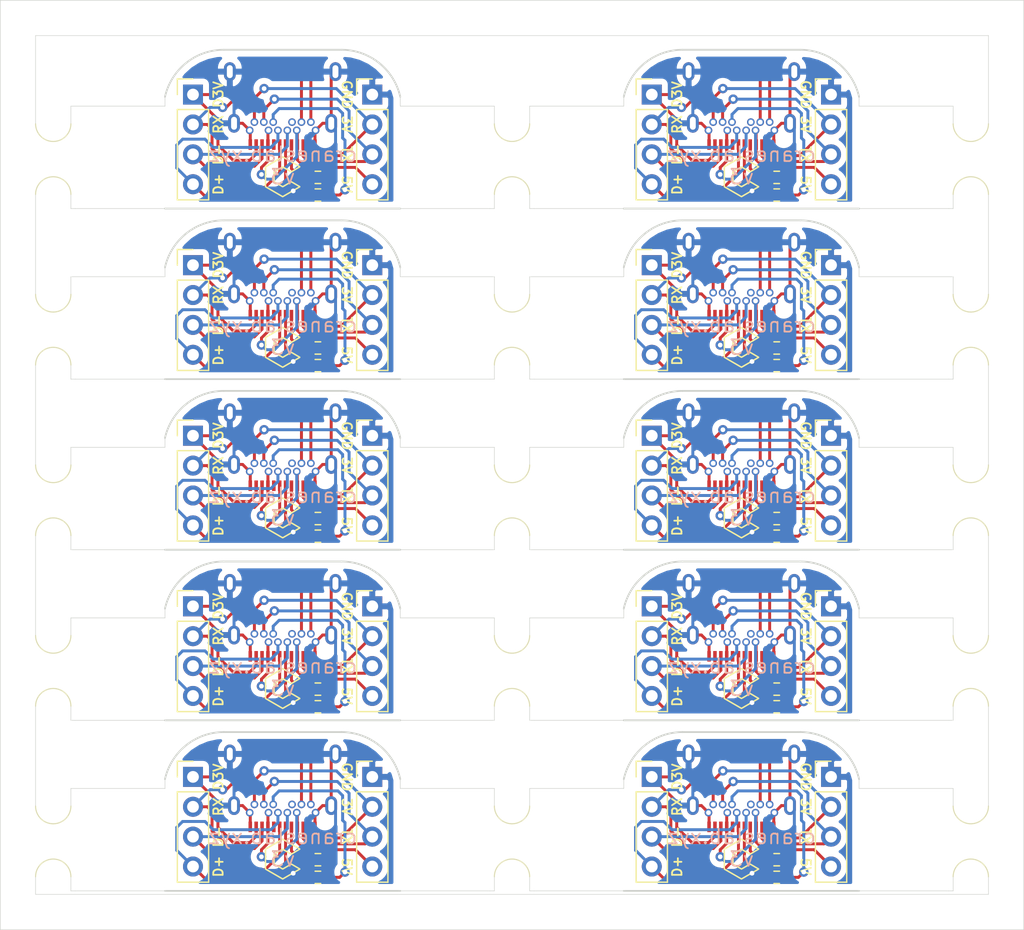
<source format=kicad_pcb>
(kicad_pcb (version 20211014) (generator pcbnew)
  (layers (0 "F.Cu" signal) (31 "B.Cu" signal) (34 "B.Paste" user) (35 "F.Paste" user) (36 "B.SilkS" user "B.Silkscreen") (37 "F.SilkS" user "F.Silkscreen") (38 "B.Mask" user) (39 "F.Mask" user) (44 "Edge.Cuts" user))
  (net 0 "")
  (net 1 "GND")
  (net 2 "3V3")
  (net 3 "TX-")
  (net 4 "VBUS")
  (net 5 "Net-(J1-PadA5)")
  (net 6 "D+")
  (net 7 "D-")
  (net 8 "Net-(J1-PadA8)")
  (net 9 "RX-")
  (net 10 "D3V")
  (net 11 "Net-(J1-PadB5)")
  (net 12 "Net-(J1-PadB8)")
  (footprint "Model_S:PinHeader_1x04_P2.54mm_Vertical" (layer "F.Cu") (at 47.62 33.015)
    (fp_text reference "J3" hide)
    (fp_text value "Conn_01x04")
  )
  (footprint "Model_S:Shou Han Type-C 24P QCHT" (layer "F.Cu") (at 40 29.205 180)
    (fp_text reference "J1" hide)
    (fp_text value "USB_C_Receptacle")
  )
  (footprint "Model_S:PinHeader_1x04_P2.54mm_Vertical" (layer "F.Cu") (at 32.38 33.015)
    (fp_text reference "J2" hide)
    (fp_text value "Conn_01x04")
  )
  (footprint "Model_S:USBC_C_Logo" (layer "F.Cu") (at 40 40)
    (fp_text reference "G***" hide)
    (fp_text value "LOGO" hide)
  )
  (footprint "Resistor_SMD:R_0603_1608Metric" (layer "F.Cu") (at 43 40.055 180)
    (fp_text reference "R1" hide)
    (fp_text value "R" hide)
  )
  (footprint "Resistor_SMD:R_0603_1608Metric" (layer "F.Cu") (at 43 41.555 180)
    (fp_text reference "R2" hide)
    (fp_text value "R" hide)
  )
  (footprint "Model_S:PinHeader_1x04_P2.54mm_Vertical" (layer "F.Cu") (at 86.62 33.015)
    (fp_text reference "J3" hide)
    (fp_text value "Conn_01x04")
  )
  (footprint "MountingHole:MountingHole_3.2mm_M3" (layer "F.Cu") (at 65.03 81.595)
    (fp_text reference "REF**" hide)
    (fp_text value "MountingHole_3.2mm_M3")
  )
  (footprint "panelization:mouse-bite-3mm-slot" (layer "F.Cu") (at 98.5 53 90)
    (fp_text reference "mouse-bite-3mm-slot" hide)
    (fp_text value "VAL**" hide)
  )
  (footprint "MountingHole:MountingHole_3.2mm_M3" (layer "F.Cu") (at 53.97 67.095)
    (fp_text reference "REF**" hide)
    (fp_text value "MountingHole_3.2mm_M3")
  )
  (footprint "Model_S:PinHeader_1x04_P2.54mm_Vertical" (layer "F.Cu") (at 71.38 33.015)
    (fp_text reference "J2" hide)
    (fp_text value "Conn_01x04")
  )
  (footprint "Resistor_SMD:R_0603_1608Metric" (layer "F.Cu") (at 82 85.055 180)
    (fp_text reference "R2" hide)
    (fp_text value "R" hide)
  )
  (footprint "panelization:mouse-bite-3mm-slot" (layer "F.Cu") (at 20.5 82 90)
    (fp_text reference "mouse-bite-3mm-slot" hide)
    (fp_text value "VAL**" hide)
  )
  (footprint "Model_S:PinHeader_1x04_P2.54mm_Vertical" (layer "F.Cu") (at 47.62 47.515)
    (fp_text reference "J3" hide)
    (fp_text value "Conn_01x04")
  )
  (footprint "Model_S:Shou Han Type-C 24P QCHT" (layer "F.Cu") (at 79 58.205 180)
    (fp_text reference "J1" hide)
    (fp_text value "USB_C_Receptacle")
  )
  (footprint "Model_S:PinHeader_1x04_P2.54mm_Vertical" (layer "F.Cu") (at 86.62 91.015)
    (fp_text reference "J3" hide)
    (fp_text value "Conn_01x04")
  )
  (footprint "panelization:mouse-bite-3mm-slot" (layer "F.Cu") (at 20.5 67.5 90)
    (fp_text reference "mouse-bite-3mm-slot" hide)
    (fp_text value "VAL**" hide)
  )
  (footprint "MountingHole:MountingHole_3.2mm_M3" (layer "F.Cu") (at 53.97 81.595)
    (fp_text reference "REF**" hide)
    (fp_text value "MountingHole_3.2mm_M3")
  )
  (footprint "Model_S:PinHeader_1x04_P2.54mm_Vertical" (layer "F.Cu") (at 47.62 76.515)
    (fp_text reference "J3" hide)
    (fp_text value "Conn_01x04")
  )
  (footprint "panelization:mouse-bite-3mm-slot" (layer "F.Cu") (at 98.5 38.5 90)
    (fp_text reference "mouse-bite-3mm-slot" hide)
    (fp_text value "VAL**" hide)
  )
  (footprint "MountingHole:MountingHole_3.2mm_M3" (layer "F.Cu") (at 65.03 38.095)
    (fp_text reference "REF**" hide)
    (fp_text value "MountingHole_3.2mm_M3")
  )
  (footprint "Resistor_SMD:R_0603_1608Metric" (layer "F.Cu") (at 82 98.055 180)
    (fp_text reference "R1" hide)
    (fp_text value "R" hide)
  )
  (footprint "MountingHole:MountingHole_3.2mm_M3" (layer "F.Cu") (at 53.97 52.595)
    (fp_text reference "REF**" hide)
    (fp_text value "MountingHole_3.2mm_M3")
  )
  (footprint "Model_S:PinHeader_1x04_P2.54mm_Vertical" (layer "F.Cu") (at 71.38 62.015)
    (fp_text reference "J2" hide)
    (fp_text value "Conn_01x04")
  )
  (footprint "Resistor_SMD:R_0603_1608Metric" (layer "F.Cu") (at 82 56.055 180)
    (fp_text reference "R2" hide)
    (fp_text value "R" hide)
  )
  (footprint "MountingHole:MountingHole_3.2mm_M3" (layer "F.Cu") (at 26.03 38.095)
    (fp_text reference "REF**" hide)
    (fp_text value "MountingHole_3.2mm_M3")
  )
  (footprint "Model_S:USBC_C_Logo" (layer "F.Cu") (at 79 40)
    (fp_text reference "G***" hide)
    (fp_text value "LOGO" hide)
  )
  (footprint "Resistor_SMD:R_0603_1608Metric" (layer "F.Cu") (at 43 54.555 180)
    (fp_text reference "R1" hide)
    (fp_text value "R" hide)
  )
  (footprint "Model_S:Shou Han Type-C 24P QCHT" (layer "F.Cu") (at 40 72.705 180)
    (fp_text reference "J1" hide)
    (fp_text value "USB_C_Receptacle")
  )
  (footprint "MountingHole:MountingHole_3.2mm_M3" (layer "F.Cu") (at 92.97 81.595)
    (fp_text reference "REF**" hide)
    (fp_text value "MountingHole_3.2mm_M3")
  )
  (footprint "Resistor_SMD:R_0603_1608Metric" (layer "F.Cu") (at 82 54.555 180)
    (fp_text reference "R1" hide)
    (fp_text value "R" hide)
  )
  (footprint "Model_S:PinHeader_1x04_P2.54mm_Vertical" (layer "F.Cu") (at 71.38 47.515)
    (fp_text reference "J2" hide)
    (fp_text value "Conn_01x04")
  )
  (footprint "Model_S:Shou Han Type-C 24P QCHT" (layer "F.Cu") (at 40 58.205 180)
    (fp_text reference "J1" hide)
    (fp_text value "USB_C_Receptacle")
  )
  (footprint "Model_S:USBC_C_Logo" (layer "F.Cu") (at 40 98)
    (fp_text reference "G***" hide)
    (fp_text value "LOGO" hide)
  )
  (footprint "Model_S:PinHeader_1x04_P2.54mm_Vertical" (layer "F.Cu") (at 47.62 62.015)
    (fp_text reference "J3" hide)
    (fp_text value "Conn_01x04")
  )
  (footprint "MountingHole:MountingHole_3.2mm_M3" (layer "F.Cu") (at 26.03 67.095)
    (fp_text reference "REF**" hide)
    (fp_text value "MountingHole_3.2mm_M3")
  )
  (footprint "Resistor_SMD:R_0603_1608Metric" (layer "F.Cu") (at 82 99.555 180)
    (fp_text reference "R2" hide)
    (fp_text value "R" hide)
  )
  (footprint "Model_S:USBC_C_Logo" (layer "F.Cu") (at 40 54.5)
    (fp_text reference "G***" hide)
    (fp_text value "LOGO" hide)
  )
  (footprint "Model_S:Shou Han Type-C 24P QCHT" (layer "F.Cu") (at 79 87.205 180)
    (fp_text reference "J1" hide)
    (fp_text value "USB_C_Receptacle")
  )
  (footprint "Model_S:Shou Han Type-C 24P QCHT" (layer "F.Cu") (at 40 87.205 180)
    (fp_text reference "J1" hide)
    (fp_text value "USB_C_Receptacle")
  )
  (footprint "panelization:mouse-bite-3mm-slot" (layer "F.Cu") (at 20.5 38.5 90)
    (fp_text reference "mouse-bite-3mm-slot" hide)
    (fp_text value "VAL**" hide)
  )
  (footprint "MountingHole:MountingHole_3.2mm_M3" (layer "F.Cu") (at 92.97 96.095)
    (fp_text reference "REF**" hide)
    (fp_text value "MountingHole_3.2mm_M3")
  )
  (footprint "panelization:mouse-bite-3mm-slot" (layer "F.Cu") (at 59.5 38.5 90)
    (fp_text reference "mouse-bite-3mm-slot" hide)
    (fp_text value "VAL**" hide)
  )
  (footprint "Model_S:PinHeader_1x04_P2.54mm_Vertical" (layer "F.Cu") (at 32.38 62.015)
    (fp_text reference "J2" hide)
    (fp_text value "Conn_01x04")
  )
  (footprint "Model_S:PinHeader_1x04_P2.54mm_Vertical" (layer "F.Cu") (at 86.62 47.515)
    (fp_text reference "J3" hide)
    (fp_text value "Conn_01x04")
  )
  (footprint "panelization:mouse-bite-3mm-slot" (layer "F.Cu") (at 20.5 53 90)
    (fp_text reference "mouse-bite-3mm-slot" hide)
    (fp_text value "VAL**" hide)
  )
  (footprint "MountingHole:MountingHole_3.2mm_M3" (layer "F.Cu") (at 53.97 38.095)
    (fp_text reference "REF**" hide)
    (fp_text value "MountingHole_3.2mm_M3")
  )
  (footprint "Model_S:Shou Han Type-C 24P QCHT" (layer "F.Cu") (at 79 29.205 180)
    (fp_text reference "J1" hide)
    (fp_text value "USB_C_Receptacle")
  )
  (footprint "Resistor_SMD:R_0603_1608Metric" (layer "F.Cu") (at 43 56.055 180)
    (fp_text reference "R2" hide)
    (fp_text value "R" hide)
  )
  (footprint "MountingHole:MountingHole_3.2mm_M3" (layer "F.Cu") (at 26.03 96.095)
    (fp_text reference "REF**" hide)
    (fp_text value "MountingHole_3.2mm_M3")
  )
  (footprint "Model_S:USBC_C_Logo" (layer "F.Cu") (at 79 69)
    (fp_text reference "G***" hide)
    (fp_text value "LOGO" hide)
  )
  (footprint "Model_S:PinHeader_1x04_P2.54mm_Vertical" (layer "F.Cu") (at 71.38 76.515)
    (fp_text reference "J2" hide)
    (fp_text value "Conn_01x04")
  )
  (footprint "Resistor_SMD:R_0603_1608Metric" (layer "F.Cu") (at 82 83.555 180)
    (fp_text reference "R1" hide)
    (fp_text value "R" hide)
  )
  (footprint "panelization:mouse-bite-3mm-slot" (layer "F.Cu") (at 59.5 96.5 90)
    (fp_text reference "mouse-bite-3mm-slot" hide)
    (fp_text value "VAL**" hide)
  )
  (footprint "MountingHole:MountingHole_3.2mm_M3" (layer "F.Cu") (at 53.97 96.095)
    (fp_text reference "REF**" hide)
    (fp_text value "MountingHole_3.2mm_M3")
  )
  (footprint "Model_S:PinHeader_1x04_P2.54mm_Vertical" (layer "F.Cu") (at 32.38 91.015)
    (fp_text reference "J2" hide)
    (fp_text value "Conn_01x04")
  )
  (footprint "Model_S:Shou Han Type-C 24P QCHT" (layer "F.Cu") (at 79 43.705 180)
    (fp_text reference "J1" hide)
    (fp_text value "USB_C_Receptacle")
  )
  (footprint "Resistor_SMD:R_0603_1608Metric" (layer "F.Cu") (at 43 70.555 180)
    (fp_text reference "R2" hide)
    (fp_text value "R" hide)
  )
  (footprint "MountingHole:MountingHole_3.2mm_M3" (layer "F.Cu") (at 26.03 52.595)
    (fp_text reference "REF**" hide)
    (fp_text value "MountingHole_3.2mm_M3")
  )
  (footprint "Model_S:PinHeader_1x04_P2.54mm_Vertical" (layer "F.Cu") (at 32.38 76.515)
    (fp_text reference "J2" hide)
    (fp_text value "Conn_01x04")
  )
  (footprint "Resistor_SMD:R_0603_1608Metric" (layer "F.Cu") (at 82 41.555 180)
    (fp_text reference "R2" hide)
    (fp_text value "R" hide)
  )
  (footprint "Model_S:PinHeader_1x04_P2.54mm_Vertical" (layer "F.Cu") (at 32.38 47.515)
    (fp_text reference "J2" hide)
    (fp_text value "Conn_01x04")
  )
  (footprint "Model_S:USBC_C_Logo" (layer "F.Cu") (at 40 69)
    (fp_text reference "G***" hide)
    (fp_text value "LOGO" hide)
  )
  (footprint "MountingHole:MountingHole_3.2mm_M3" (layer "F.Cu") (at 92.97 67.095)
    (fp_text reference "REF**" hide)
    (fp_text value "MountingHole_3.2mm_M3")
  )
  (footprint "panelization:mouse-bite-3mm-slot" (layer "F.Cu") (at 59.5 67.5 90)
    (fp_text reference "mouse-bite-3mm-slot" hide)
    (fp_text value "VAL**" hide)
  )
  (footprint "MountingHole:MountingHole_3.2mm_M3" (layer "F.Cu") (at 26.03 81.595)
    (fp_text reference "REF**" hide)
    (fp_text value "MountingHole_3.2mm_M3")
  )
  (footprint "Model_S:Shou Han Type-C 24P QCHT" (layer "F.Cu") (at 79 72.705 180)
    (fp_text reference "J1" hide)
    (fp_text value "USB_C_Receptacle")
  )
  (footprint "Model_S:USBC_C_Logo" (layer "F.Cu") (at 79 98)
    (fp_text reference "G***" hide)
    (fp_text value "LOGO" hide)
  )
  (footprint "panelization:mouse-bite-3mm-slot" (layer "F.Cu") (at 98.5 82 90)
    (fp_text reference "mouse-bite-3mm-slot" hide)
    (fp_text value "VAL**" hide)
  )
  (footprint "Model_S:USBC_C_Logo" (layer "F.Cu") (at 79 83.5)
    (fp_text reference "G***" hide)
    (fp_text value "LOGO" hide)
  )
  (footprint "Resistor_SMD:R_0603_1608Metric" (layer "F.Cu") (at 43 99.555 180)
    (fp_text reference "R2" hide)
    (fp_text value "R" hide)
  )
  (footprint "Resistor_SMD:R_0603_1608Metric" (layer "F.Cu") (at 43 85.055 180)
    (fp_text reference "R2" hide)
    (fp_text value "R" hide)
  )
  (footprint "Model_S:PinHeader_1x04_P2.54mm_Vertical" (layer "F.Cu") (at 86.62 62.015)
    (fp_text reference "J3" hide)
    (fp_text value "Conn_01x04")
  )
  (footprint "Model_S:USBC_C_Logo" (layer "F.Cu") (at 40 83.5)
    (fp_text reference "G***" hide)
    (fp_text value "LOGO" hide)
  )
  (footprint "Resistor_SMD:R_0603_1608Metric" (layer "F.Cu") (at 82 40.055 180)
    (fp_text reference "R1" hide)
    (fp_text value "R" hide)
  )
  (footprint "Resistor_SMD:R_0603_1608Metric" (layer "F.Cu") (at 82 70.555 180)
    (fp_text reference "R2" hide)
    (fp_text value "R" hide)
  )
  (footprint "MountingHole:MountingHole_3.2mm_M3" (layer "F.Cu") (at 92.97 38.095)
    (fp_text reference "REF**" hide)
    (fp_text value "MountingHole_3.2mm_M3")
  )
  (footprint "Resistor_SMD:R_0603_1608Metric" (layer "F.Cu") (at 43 69.055 180)
    (fp_text reference "R1" hide)
    (fp_text value "R" hide)
  )
  (footprint "Model_S:PinHeader_1x04_P2.54mm_Vertical" (layer "F.Cu") (at 47.62 91.015)
    (fp_text reference "J3" hide)
    (fp_text value "Conn_01x04")
  )
  (footprint "Resistor_SMD:R_0603_1608Metric" (layer "F.Cu") (at 43 98.055 180)
    (fp_text reference "R1" hide)
    (fp_text value "R" hide)
  )
  (footprint "Resistor_SMD:R_0603_1608Metric" (layer "F.Cu") (at 82 69.055 180)
    (fp_text reference "R1" hide)
    (fp_text value "R" hide)
  )
  (footprint "MountingHole:MountingHole_3.2mm_M3" (layer "F.Cu") (at 65.03 67.095)
    (fp_text reference "REF**" hide)
    (fp_text value "MountingHole_3.2mm_M3")
  )
  (footprint "MountingHole:MountingHole_3.2mm_M3" (layer "F.Cu") (at 92.97 52.595)
    (fp_text reference "REF**" hide)
    (fp_text value "MountingHole_3.2mm_M3")
  )
  (footprint "panelization:mouse-bite-3mm-slot" (layer "F.Cu") (at 20.5 96.5 90)
    (fp_text reference "mouse-bite-3mm-slot" hide)
    (fp_text value "VAL**" hide)
  )
  (footprint "Model_S:USBC_C_Logo" (layer "F.Cu") (at 79 54.5)
    (fp_text reference "G***" hide)
    (fp_text value "LOGO" hide)
  )
  (footprint "panelization:mouse-bite-3mm-slot" (layer "F.Cu") (at 98.5 67.5 90)
    (fp_text reference "mouse-bite-3mm-slot" hide)
    (fp_text value "VAL**" hide)
  )
  (footprint "panelization:mouse-bite-3mm-slot" (layer "F.Cu") (at 98.5 96.5 90)
    (fp_text reference "mouse-bite-3mm-slot" hide)
    (fp_text value "VAL**" hide)
  )
  (footprint "Resistor_SMD:R_0603_1608Metric" (layer "F.Cu") (at 43 83.555 180)
    (fp_text reference "R1" hide)
    (fp_text value "R" hide)
  )
  (footprint "MountingHole:MountingHole_3.2mm_M3" (layer "F.Cu") (at 65.03 52.595)
    (fp_text reference "REF**" hide)
    (fp_text value "MountingHole_3.2mm_M3")
  )
  (footprint "panelization:mouse-bite-3mm-slot" (layer "F.Cu") (at 59.5 82 90)
    (fp_text reference "mouse-bite-3mm-slot" hide)
    (fp_text value "VAL**" hide)
  )
  (footprint "panelization:mouse-bite-3mm-slot" (layer "F.Cu") (at 59.5 53 90)
    (fp_text reference "mouse-bite-3mm-slot" hide)
    (fp_text value "VAL**" hide)
  )
  (footprint "Model_S:PinHeader_1x04_P2.54mm_Vertical" (layer "F.Cu") (at 71.38 91.015)
    (fp_text reference "J2" hide)
    (fp_text value "Conn_01x04")
  )
  (footprint "Model_S:Shou Han Type-C 24P QCHT" (layer "F.Cu") (at 40 43.705 180)
    (fp_text reference "J1" hide)
    (fp_text value "USB_C_Receptacle")
  )
  (footprint "MountingHole:MountingHole_3.2mm_M3" (layer "F.Cu") (at 65.03 96.095)
    (fp_text reference "REF**" hide)
    (fp_text value "MountingHole_3.2mm_M3")
  )
  (footprint "Model_S:PinHeader_1x04_P2.54mm_Vertical" (layer "F.Cu") (at 86.62 76.515)
    (fp_text reference "J3" hide)
    (fp_text value "Conn_01x04")
  )
  (gr_line (start 35 29.205) (end 45 29.205) (layer "Edge.Cuts") (width 0.1524))
  (gr_arc (start 45 29.205) (mid 48.201562 30.328047) (end 50 33.205) (layer "Edge.Cuts") (width 0.1524))
  (gr_arc (start 30 33.205) (mid 31.798438 30.328047) (end 35 29.205) (layer "Edge.Cuts") (width 0.1524))
  (gr_line (start 30 42.705) (end 50 42.705) (layer "Edge.Cuts") (width 0.1524))
  (gr_line (start 22 79) (end 22 77.5) (layer "Edge.Cuts") (width 0.05))
  (gr_line (start 58 35.5) (end 58 34) (layer "Edge.Cuts") (width 0.05))
  (gr_arc (start 61 93.5) (mid 59.5 95) (end 58 93.5) (layer "Edge.Cuts") (width 0.05))
  (gr_line (start 50 33.205) (end 50 34) (layer "Edge.Cuts") (width 0.05))
  (gr_arc (start 19 99.5) (mid 20.5 98) (end 22 99.5) (layer "Edge.Cuts") (width 0.05))
  (gr_arc (start 58 85) (mid 59.5 83.5) (end 61 85) (layer "Edge.Cuts") (width 0.05))
  (gr_arc (start 100 35.5) (mid 98.5 37) (end 97 35.5) (layer "Edge.Cuts") (width 0.05))
  (gr_line (start 22 70.5) (end 22 71.705) (layer "Edge.Cuts") (width 0.05))
  (gr_line (start 100 35.5) (end 100 28) (layer "Edge.Cuts") (width 0.05))
  (gr_line (start 89 92) (end 97 92) (layer "Edge.Cuts") (width 0.05))
  (gr_line (start 58 100.705) (end 57.62 100.705) (layer "Edge.Cuts") (width 0.05))
  (gr_arc (start 58 41.5) (mid 59.5 40) (end 61 41.5) (layer "Edge.Cuts") (width 0.05))
  (gr_line (start 57.62 57.205) (end 50 57.205) (layer "Edge.Cuts") (width 0.05))
  (gr_line (start 19 79) (end 19 70.5) (layer "Edge.Cuts") (width 0.05))
  (gr_arc (start 84 72.705) (mid 87.201562 73.828047) (end 89 76.705) (layer "Edge.Cuts") (width 0.1524))
  (gr_line (start 97 71.705) (end 96.62 71.705) (layer "Edge.Cuts") (width 0.05))
  (gr_line (start 89 63) (end 97 63) (layer "Edge.Cuts") (width 0.05))
  (gr_line (start 89 91.205) (end 89 92) (layer "Edge.Cuts") (width 0.05))
  (gr_arc (start 19 85) (mid 20.5 83.5) (end 22 85) (layer "Edge.Cuts") (width 0.05))
  (gr_arc (start 58 56) (mid 59.5 54.5) (end 61 56) (layer "Edge.Cuts") (width 0.05))
  (gr_line (start 22 50) (end 22 48.5) (layer "Edge.Cuts") (width 0.05))
  (gr_line (start 97 64.5) (end 97 63) (layer "Edge.Cuts") (width 0.05))
  (gr_line (start 22 42.705) (end 22.38 42.705) (layer "Edge.Cuts") (width 0.05))
  (gr_line (start 69 63) (end 61 63) (layer "Edge.Cuts") (width 0.05))
  (gr_line (start 97 79) (end 97 77.5) (layer "Edge.Cuts") (width 0.05))
  (gr_line (start 58 99.5) (end 58 100.705) (layer "Edge.Cuts") (width 0.05))
  (gr_line (start 89 47.705) (end 89 48.5) (layer "Edge.Cuts") (width 0.05))
  (gr_line (start 50 48.5) (end 58 48.5) (layer "Edge.Cuts") (width 0.05))
  (gr_line (start 35 72.705) (end 45 72.705) (layer "Edge.Cuts") (width 0.1524))
  (gr_line (start 69 62.205) (end 69 63) (layer "Edge.Cuts") (width 0.05))
  (gr_line (start 58 50) (end 58 48.5) (layer "Edge.Cuts") (width 0.05))
  (gr_line (start 97 56) (end 97 57.205) (layer "Edge.Cuts") (width 0.05))
  (gr_line (start 22.38 86.205) (end 30 86.205) (layer "Edge.Cuts") (width 0.05))
  (gr_line (start 69 33.205) (end 69 34) (layer "Edge.Cuts") (width 0.05))
  (gr_line (start 50 34) (end 58 34) (layer "Edge.Cuts") (width 0.05))
  (gr_line (start 96.62 71.705) (end 89 71.705) (layer "Edge.Cuts") (width 0.05))
  (gr_arc (start 19 41.5) (mid 20.5 40) (end 22 41.5) (layer "Edge.Cuts") (width 0.05))
  (gr_line (start 97 85) (end 97 86.205) (layer "Edge.Cuts") (width 0.05))
  (gr_line (start 69 76.705) (end 69 77.5) (layer "Edge.Cuts") (width 0.05))
  (gr_arc (start 84 43.705) (mid 87.201562 44.828047) (end 89 47.705) (layer "Edge.Cuts") (width 0.1524))
  (gr_line (start 30 77.5) (end 22 77.5) (layer "Edge.Cuts") (width 0.05))
  (gr_line (start 61.38 86.205) (end 69 86.205) (layer "Edge.Cuts") (width 0.05))
  (gr_line (start 35 58.205) (end 45 58.205) (layer "Edge.Cuts") (width 0.1524))
  (gr_line (start 50 77.5) (end 58 77.5) (layer "Edge.Cuts") (width 0.05))
  (gr_line (start 58 42.705) (end 57.62 42.705) (layer "Edge.Cuts") (width 0.05))
  (gr_line (start 19 41.5) (end 19 50) (layer "Edge.Cuts") (width 0.05))
  (gr_arc (start 100 50) (mid 98.5 51.5) (end 97 50) (layer "Edge.Cuts") (width 0.05))
  (gr_line (start 69 100.705) (end 89 100.705) (layer "Edge.Cuts") (width 0.1524))
  (gr_arc (start 97 41.5) (mid 98.5 40) (end 100 41.5) (layer "Edge.Cuts") (width 0.05))
  (gr_line (start 57.62 86.205) (end 50 86.205) (layer "Edge.Cuts") (width 0.05))
  (gr_line (start 30 48.5) (end 22 48.5) (layer "Edge.Cuts") (width 0.05))
  (gr_arc (start 22 79) (mid 20.5 80.5) (end 19 79) (layer "Edge.Cuts") (width 0.05))
  (gr_line (start 58 70.5) (end 58 71.705) (layer "Edge.Cuts") (width 0.05))
  (gr_line (start 97 57.205) (end 96.62 57.205) (layer "Edge.Cuts") (width 0.05))
  (gr_arc (start 97 56) (mid 98.5 54.5) (end 100 56) (layer "Edge.Cuts") (width 0.05))
  (gr_line (start 61 41.5) (end 61 42.705) (layer "Edge.Cuts") (width 0.05))
  (gr_line (start 74 43.705) (end 84 43.705) (layer "Edge.Cuts") (width 0.1524))
  (gr_line (start 61 100.705) (end 61.38 100.705) (layer "Edge.Cuts") (width 0.05))
  (gr_arc (start 45 43.705) (mid 48.201562 44.828047) (end 50 47.705) (layer "Edge.Cuts") (width 0.1524))
  (gr_line (start 97 100.705) (end 96.62 100.705) (layer "Edge.Cuts") (width 0.05))
  (gr_line (start 97 70.5) (end 97 71.705) (layer "Edge.Cuts") (width 0.05))
  (gr_line (start 57.62 100.705) (end 50 100.705) (layer "Edge.Cuts") (width 0.05))
  (gr_arc (start 97 99.5) (mid 98.5 98) (end 100 99.5) (layer "Edge.Cuts") (width 0.05))
  (gr_line (start 61 57.205) (end 61.38 57.205) (layer "Edge.Cuts") (width 0.05))
  (gr_arc (start 19 56) (mid 20.5 54.5) (end 22 56) (layer "Edge.Cuts") (width 0.05))
  (gr_line (start 61 86.205) (end 61.38 86.205) (layer "Edge.Cuts") (width 0.05))
  (gr_arc (start 69 91.205) (mid 70.798438 88.328047) (end 74 87.205) (layer "Edge.Cuts") (width 0.1524))
  (gr_arc (start 22 93.5) (mid 20.5 95) (end 19 93.5) (layer "Edge.Cuts") (width 0.05))
  (gr_line (start 74 58.205) (end 84 58.205) (layer "Edge.Cuts") (width 0.1524))
  (gr_line (start 97 41.5) (end 97 42.705) (layer "Edge.Cuts") (width 0.05))
  (gr_arc (start 61 35.5) (mid 59.5 37) (end 58 35.5) (layer "Edge.Cuts") (width 0.05))
  (gr_line (start 96.62 100.705) (end 89 100.705) (layer "Edge.Cuts") (width 0.05))
  (gr_line (start 69 92) (end 61 92) (layer "Edge.Cuts") (width 0.05))
  (gr_line (start 61 93.5) (end 61 92) (layer "Edge.Cuts") (width 0.05))
  (gr_line (start 61.38 57.205) (end 69 57.205) (layer "Edge.Cuts") (width 0.05))
  (gr_arc (start 69 62.205) (mid 70.798438 59.328047) (end 74 58.205) (layer "Edge.Cuts") (width 0.1524))
  (gr_line (start 61 85) (end 61 86.205) (layer "Edge.Cuts") (width 0.05))
  (gr_line (start 58 64.5) (end 58 63) (layer "Edge.Cuts") (width 0.05))
  (gr_line (start 22.38 71.705) (end 30 71.705) (layer "Edge.Cuts") (width 0.05))
  (gr_line (start 30 34) (end 22 34) (layer "Edge.Cuts") (width 0.05))
  (gr_arc (start 61 64.5) (mid 59.5 66) (end 58 64.5) (layer "Edge.Cuts") (width 0.05))
  (gr_arc (start 45 72.705) (mid 48.201562 73.828047) (end 50 76.705) (layer "Edge.Cuts") (width 0.1524))
  (gr_line (start 69 91.205) (end 69 92) (layer "Edge.Cuts") (width 0.05))
  (gr_line (start 74 87.205) (end 84 87.205) (layer "Edge.Cuts") (width 0.1524))
  (gr_line (start 61 64.5) (end 61 63) (layer "Edge.Cuts") (width 0.05))
  (gr_line (start 61 79) (end 61 77.5) (layer "Edge.Cuts") (width 0.05))
  (gr_line (start 58 93.5) (end 58 92) (layer "Edge.Cuts") (width 0.05))
  (gr_arc (start 30 62.205) (mid 31.798438 59.328047) (end 35 58.205) (layer "Edge.Cuts") (width 0.1524))
  (gr_arc (start 30 76.705) (mid 31.798438 73.828047) (end 35 72.705) (layer "Edge.Cuts") (width 0.1524))
  (gr_line (start 19 85) (end 19 93.5) (layer "Edge.Cuts") (width 0.05))
  (gr_line (start 50 76.705) (end 50 77.5) (layer "Edge.Cuts") (width 0.05))
  (gr_arc (start 61 79) (mid 59.5 80.5) (end 58 79) (layer "Edge.Cuts") (width 0.05))
  (gr_line (start 30 100.705) (end 50 100.705) (layer "Edge.Cuts") (width 0.1524))
  (gr_line (start 69 34) (end 61 34) (layer "Edge.Cuts") (width 0.05))
  (gr_line (start 30 76.705) (end 30 77.5) (layer "Edge.Cuts") (width 0.05))
  (gr_line (start 16 25) (end 103 25) (layer "Edge.Cuts") (width 0.05))
  (gr_line (start 89 48.5) (end 97 48.5) (layer "Edge.Cuts") (width 0.05))
  (gr_line (start 22 100.705) (end 22.38 100.705) (layer "Edge.Cuts") (width 0.05))
  (gr_line (start 74 72.705) (end 84 72.705) (layer "Edge.Cuts") (width 0.1524))
  (gr_line (start 22.38 100.705) (end 30 100.705) (layer "Edge.Cuts") (width 0.05))
  (gr_line (start 69 77.5) (end 61 77.5) (layer "Edge.Cuts") (width 0.05))
  (gr_line (start 57.62 71.705) (end 50 71.705) (layer "Edge.Cuts") (width 0.05))
  (gr_line (start 69 42.705) (end 89 42.705) (layer "Edge.Cuts") (width 0.1524))
  (gr_line (start 100 56) (end 100 64.5) (layer "Edge.Cuts") (width 0.05))
  (gr_line (start 103 104) (end 103 25) (layer "Edge.Cuts") (width 0.05))
  (gr_arc (start 100 64.5) (mid 98.5 66) (end 97 64.5) (layer "Edge.Cuts") (width 0.05))
  (gr_arc (start 69 33.205) (mid 70.798438 30.328047) (end 74 29.205) (layer "Edge.Cuts") (width 0.1524))
  (gr_line (start 30 57.205) (end 50 57.205) (layer "Edge.Cuts") (width 0.1524))
  (gr_line (start 22 64.5) (end 22 63) (layer "Edge.Cuts") (width 0.05))
  (gr_line (start 97 35.5) (end 97 34) (layer "Edge.Cuts") (width 0.05))
  (gr_line (start 61.38 100.705) (end 69 100.705) (layer "Edge.Cuts") (width 0.05))
  (gr_line (start 61 56) (end 61 57.205) (layer "Edge.Cuts") (width 0.05))
  (gr_line (start 30 62.205) (end 30 63) (layer "Edge.Cuts") (width 0.05))
  (gr_line (start 19 101) (end 100 101) (layer "Edge.Cuts") (width 0.05))
  (gr_line (start 100 101) (end 100 99.5) (layer "Edge.Cuts") (width 0.05))
  (gr_line (start 58 41.5) (end 58 42.705) (layer "Edge.Cuts") (width 0.05))
  (gr_line (start 89 33.205) (end 89 34) (layer "Edge.Cuts") (width 0.05))
  (gr_line (start 89 77.5) (end 97 77.5) (layer "Edge.Cuts") (width 0.05))
  (gr_line (start 69 86.205) (end 89 86.205) (layer "Edge.Cuts") (width 0.1524))
  (gr_line (start 19 28) (end 19 35.5) (layer "Edge.Cuts") (width 0.05))
  (gr_line (start 61 42.705) (end 61.38 42.705) (layer "Edge.Cuts") (width 0.05))
  (gr_line (start 58 56) (end 58 57.205) (layer "Edge.Cuts") (width 0.05))
  (gr_line (start 30 92) (end 22 92) (layer "Edge.Cuts") (width 0.05))
  (gr_arc (start 22 35.5) (mid 20.5 37) (end 19 35.5) (layer "Edge.Cuts") (width 0.05))
  (gr_line (start 30 91.205) (end 30 92) (layer "Edge.Cuts") (width 0.05))
  (gr_line (start 58 71.705) (end 57.62 71.705) (layer "Edge.Cuts") (width 0.05))
  (gr_arc (start 22 64.5) (mid 20.5 66) (end 19 64.5) (layer "Edge.Cuts") (width 0.05))
  (gr_line (start 89 76.705) (end 89 77.5) (layer "Edge.Cuts") (width 0.05))
  (gr_line (start 61 35.5) (end 61 34) (layer "Edge.Cuts") (width 0.05))
  (gr_line (start 30 47.705) (end 30 48.5) (layer "Edge.Cuts") (width 0.05))
  (gr_line (start 97 99.5) (end 97 100.705) (layer "Edge.Cuts") (width 0.05))
  (gr_line (start 69 48.5) (end 61 48.5) (layer "Edge.Cuts") (width 0.05))
  (gr_line (start 57.62 42.705) (end 50 42.705) (layer "Edge.Cuts") (width 0.05))
  (gr_arc (start 45 58.205) (mid 48.201562 59.328047) (end 50 62.205) (layer "Edge.Cuts") (width 0.1524))
  (gr_line (start 96.62 57.205) (end 89 57.205) (layer "Edge.Cuts") (width 0.05))
  (gr_arc (start 100 79) (mid 98.5 80.5) (end 97 79) (layer "Edge.Cuts") (width 0.05))
  (gr_line (start 96.62 86.205) (end 89 86.205) (layer "Edge.Cuts") (width 0.05))
  (gr_arc (start 97 70.5) (mid 98.5 69) (end 100 70.5) (layer "Edge.Cuts") (width 0.05))
  (gr_line (start 61 71.705) (end 61.38 71.705) (layer "Edge.Cuts") (width 0.05))
  (gr_arc (start 97 85) (mid 98.5 83.5) (end 100 85) (layer "Edge.Cuts") (width 0.05))
  (gr_line (start 58 79) (end 58 77.5) (layer "Edge.Cuts") (width 0.05))
  (gr_line (start 35 43.705) (end 45 43.705) (layer "Edge.Cuts") (width 0.1524))
  (gr_line (start 89 34) (end 97 34) (layer "Edge.Cuts") (width 0.05))
  (gr_line (start 50 91.205) (end 50 92) (layer "Edge.Cuts") (width 0.05))
  (gr_arc (start 30 47.705) (mid 31.798438 44.828047) (end 35 43.705) (layer "Edge.Cuts") (width 0.1524))
  (gr_line (start 30 33.205) (end 30 34) (layer "Edge.Cuts") (width 0.05))
  (gr_line (start 50 63) (end 58 63) (layer "Edge.Cuts") (width 0.05))
  (gr_line (start 19 99.5) (end 19 101) (layer "Edge.Cuts") (width 0.05))
  (gr_line (start 58 86.205) (end 57.62 86.205) (layer "Edge.Cuts") (width 0.05))
  (gr_line (start 16 25) (end 16 104) (layer "Edge.Cuts") (width 0.05))
  (gr_line (start 97 42.705) (end 96.62 42.705) (layer "Edge.Cuts") (width 0.05))
  (gr_line (start 100 85) (end 100 93.5) (layer "Edge.Cuts") (width 0.05))
  (gr_line (start 19 56) (end 19 64.5) (layer "Edge.Cuts") (width 0.05))
  (gr_line (start 22 85) (end 22 86.205) (layer "Edge.Cuts") (width 0.05))
  (gr_line (start 22 99.5) (end 22 100.705) (layer "Edge.Cuts") (width 0.05))
  (gr_line (start 97 50) (end 97 48.5) (layer "Edge.Cuts") (width 0.05))
  (gr_arc (start 61 50) (mid 59.5 51.5) (end 58 50) (layer "Edge.Cuts") (width 0.05))
  (gr_arc (start 30 91.205) (mid 31.798438 88.328047) (end 35 87.205) (layer "Edge.Cuts") (width 0.1524))
  (gr_line (start 97 93.5) (end 97 92) (layer "Edge.Cuts") (width 0.05))
  (gr_arc (start 69 47.705) (mid 70.798438 44.828047) (end 74 43.705) (layer "Edge.Cuts") (width 0.1524))
  (gr_line (start 22 35.5) (end 22 34) (layer "Edge.Cuts") (width 0.05))
  (gr_line (start 22 71.705) (end 22.38 71.705) (layer "Edge.Cuts") (width 0.05))
  (gr_line (start 69 57.205) (end 89 57.205) (layer "Edge.Cuts") (width 0.1524))
  (gr_arc (start 22 50) (mid 20.5 51.5) (end 19 50) (layer "Edge.Cuts") (width 0.05))
  (gr_line (start 30 63) (end 22 63) (layer "Edge.Cuts") (width 0.05))
  (gr_line (start 100 70.5) (end 100 79) (layer "Edge.Cuts") (width 0.05))
  (gr_arc (start 84 87.205) (mid 87.201562 88.328047) (end 89 91.205) (layer "Edge.Cuts") (width 0.1524))
  (gr_line (start 22.38 57.205) (end 30 57.205) (layer "Edge.Cuts") (width 0.05))
  (gr_line (start 69 47.705) (end 69 48.5) (layer "Edge.Cuts") (width 0.05))
  (gr_line (start 58 85) (end 58 86.205) (layer "Edge.Cuts") (width 0.05))
  (gr_line (start 61.38 71.705) (end 69 71.705) (layer "Edge.Cuts") (width 0.05))
  (gr_arc (start 58 70.5) (mid 59.5 69) (end 61 70.5) (layer "Edge.Cuts") (width 0.05))
  (gr_arc (start 58 99.5) (mid 59.5 98) (end 61 99.5) (layer "Edge.Cuts") (width 0.05))
  (gr_line (start 30 71.705) (end 50 71.705) (layer "Edge.Cuts") (width 0.1524))
  (gr_line (start 22 56) (end 22 57.205) (layer "Edge.Cuts") (width 0.05))
  (gr_arc (start 45 87.205) (mid 48.201562 88.328047) (end 50 91.205) (layer "Edge.Cuts") (width 0.1524))
  (gr_line (start 50 47.705) (end 50 48.5) (layer "Edge.Cuts") (width 0.05))
  (gr_line (start 50 62.205) (end 50 63) (layer "Edge.Cuts") (width 0.05))
  (gr_line (start 35 87.205) (end 45 87.205) (layer "Edge.Cuts") (width 0.1524))
  (gr_line (start 89 62.205) (end 89 63) (layer "Edge.Cuts") (width 0.05))
  (gr_line (start 22 86.205) (end 22.38 86.205) (layer "Edge.Cuts") (width 0.05))
  (gr_line (start 22 93.5) (end 22 92) (layer "Edge.Cuts") (width 0.05))
  (gr_line (start 22.38 42.705) (end 30 42.705) (layer "Edge.Cuts") (width 0.05))
  (gr_line (start 22 57.205) (end 22.38 57.205) (layer "Edge.Cuts") (width 0.05))
  (gr_line (start 61 99.5) (end 61 100.705) (layer "Edge.Cuts") (width 0.05))
  (gr_arc (start 19 70.5) (mid 20.5 69) (end 22 70.5) (layer "Edge.Cuts") (width 0.05))
  (gr_arc (start 84 29.205) (mid 87.201562 30.328047) (end 89 33.205) (layer "Edge.Cuts") (width 0.1524))
  (gr_arc (start 100 93.5) (mid 98.5 95) (end 97 93.5) (layer "Edge.Cuts") (width 0.05))
  (gr_line (start 61 50) (end 61 48.5) (layer "Edge.Cuts") (width 0.05))
  (gr_arc (start 69 76.705) (mid 70.798438 73.828047) (end 74 72.705) (layer "Edge.Cuts") (width 0.1524))
  (gr_arc (start 84 58.205) (mid 87.201562 59.328047) (end 89 62.205) (layer "Edge.Cuts") (width 0.1524))
  (gr_line (start 50 92) (end 58 92) (layer "Edge.Cuts") (width 0.05))
  (gr_line (start 58 57.205) (end 57.62 57.205) (layer "Edge.Cuts") (width 0.05))
  (gr_line (start 30 86.205) (end 50 86.205) (layer "Edge.Cuts") (width 0.1524))
  (gr_line (start 61 70.5) (end 61 71.705) (layer "Edge.Cuts") (width 0.05))
  (gr_line (start 100 50) (end 100 41.5) (layer "Edge.Cuts") (width 0.05))
  (gr_line (start 61.38 42.705) (end 69 42.705) (layer "Edge.Cuts") (width 0.05))
  (gr_line (start 16 104) (end 103 104) (layer "Edge.Cuts") (width 0.05))
  (gr_line (start 96.62 42.705) (end 89 42.705) (layer "Edge.Cuts") (width 0.05))
  (gr_line (start 97 86.205) (end 96.62 86.205) (layer "Edge.Cuts") (width 0.05))
  (gr_line (start 22 41.5) (end 22 42.705) (layer "Edge.Cuts") (width 0.05))
  (gr_line (start 100 28) (end 19 28) (layer "Edge.Cuts") (width 0.05))
  (gr_line (start 74 29.205) (end 84 29.205) (layer "Edge.Cuts") (width 0.1524))
  (gr_line (start 69 71.705) (end 89 71.705) (layer "Edge.Cuts") (width 0.1524))
  (gr_text "craneslab.xyz" (at 40 67.095) (layer "B.SilkS") (effects (font (size 1.25 1.25)) (justify mirror)))
  (gr_text "craneslab.xyz" (at 79 67.095) (layer "B.SilkS") (effects (font (size 1.25 1.25)) (justify mirror)))
  (gr_text "v3" (at 40 69) (layer "B.SilkS") (effects (font (size 1.25 1.25)) (justify mirror)))
  (gr_text "v3" (at 79 98) (layer "B.SilkS") (effects (font (size 1.25 1.25)) (justify mirror)))
  (gr_text "v3" (at 79 83.5) (layer "B.SilkS") (effects (font (size 1.25 1.25)) (justify mirror)))
  (gr_text "v3" (at 40 83.5) (layer "B.SilkS") (effects (font (size 1.25 1.25)) (justify mirror)))
  (gr_text "craneslab.xyz" (at 79 96.095) (layer "B.SilkS") (effects (font (size 1.25 1.25)) (justify mirror)))
  (gr_text "craneslab.xyz" (at 79 38.095) (layer "B.SilkS") (effects (font (size 1.25 1.25)) (justify mirror)))
  (gr_text "v3" (at 79 69) (layer "B.SilkS") (effects (font (size 1.25 1.25)) (justify mirror)))
  (gr_text "craneslab.xyz" (at 40 81.595) (layer "B.SilkS") (effects (font (size 1.25 1.25)) (justify mirror)))
  (gr_text "craneslab.xyz" (at 79 81.595) (layer "B.SilkS") (effects (font (size 1.25 1.25)) (justify mirror)))
  (gr_text "v3" (at 40 54.5) (layer "B.SilkS") (effects (font (size 1.25 1.25)) (justify mirror)))
  (gr_text "craneslab.xyz" (at 79 52.595) (layer "B.SilkS") (effects (font (size 1.25 1.25)) (justify mirror)))
  (gr_text "craneslab.xyz" (at 40 52.595) (layer "B.SilkS") (effects (font (size 1.25 1.25)) (justify mirror)))
  (gr_text "v3" (at 40 40) (layer "B.SilkS") (effects (font (size 1.25 1.25)) (justify mirror)))
  (gr_text "v3" (at 79 40) (layer "B.SilkS") (effects (font (size 1.25 1.25)) (justify mirror)))
  (gr_text "craneslab.xyz" (at 40 96.095) (layer "B.SilkS") (effects (font (size 1.25 1.25)) (justify mirror)))
  (gr_text "v3" (at 40 98) (layer "B.SilkS") (effects (font (size 1.25 1.25)) (justify mirror)))
  (gr_text "v3" (at 79 54.5) (layer "B.SilkS") (effects (font (size 1.25 1.25)) (justify mirror)))
  (gr_text "craneslab.xyz" (at 40 38.095) (layer "B.SilkS") (effects (font (size 1.25 1.25)) (justify mirror)))
  (gr_text "TX" (at 45.461 38.095 -90) (layer "F.SilkS") (effects (font (size 0.8 0.8))))
  (gr_text "D+" (at 34.539 40.635 90) (layer "F.SilkS") (effects (font (size 0.8 0.8))))
  (gr_text "GND" (at 45.461 33.015 -90) (layer "F.SilkS") (effects (font (size 0.8 0.8))))
  (gr_text "D3V" (at 34.539 33.015 90) (layer "F.SilkS") (effects (font (size 0.8 0.8))))
  (gr_text "5V\n" (at 45.461 40.635 -90) (layer "F.SilkS") (effects (font (size 0.8 0.8))))
  (gr_text "D-" (at 34.539 38.095 90) (layer "F.SilkS") (effects (font (size 0.8 0.8))))
  (gr_text "RX" (at 34.539 35.555 90) (layer "F.SilkS") (effects (font (size 0.8 0.8))))
  (gr_text "3V" (at 45.461 35.555 -90) (layer "F.SilkS") (effects (font (size 0.8 0.8))))
  (gr_text "D-" (at 73.539 67.095 90) (layer "F.SilkS") (effects (font (size 0.8 0.8))))
  (gr_text "5V\n" (at 45.461 69.635 -90) (layer "F.SilkS") (effects (font (size 0.8 0.8))))
  (gr_text "3V" (at 84.461 64.555 -90) (layer "F.SilkS") (effects (font (size 0.8 0.8))))
  (gr_text "D-" (at 73.539 52.595 90) (layer "F.SilkS") (effects (font (size 0.8 0.8))))
  (gr_text "D+" (at 73.539 55.135 90) (layer "F.SilkS") (effects (font (size 0.8 0.8))))
  (gr_text "RX" (at 34.539 93.555 90) (layer "F.SilkS") (effects (font (size 0.8 0.8))))
  (gr_text "D-" (at 34.539 81.595 90) (layer "F.SilkS") (effects (font (size 0.8 0.8))))
  (gr_text "D+" (at 34.539 84.135 90) (layer "F.SilkS") (effects (font (size 0.8 0.8))))
  (gr_text "3V" (at 84.461 79.055 -90) (layer "F.SilkS") (effects (font (size 0.8 0.8))))
  (gr_text "D3V" (at 34.539 91.015 90) (layer "F.SilkS") (effects (font (size 0.8 0.8))))
  (gr_text "D3V" (at 73.539 47.515 90) (layer "F.SilkS") (effects (font (size 0.8 0.8))))
  (gr_text "TX" (at 84.461 67.095 -90) (layer "F.SilkS") (effects (font (size 0.8 0.8))))
  (gr_text "GND" (at 45.461 76.515 -90) (layer "F.SilkS") (effects (font (size 0.8 0.8))))
  (gr_text "5V\n" (at 45.461 55.135 -90) (layer "F.SilkS") (effects (font (size 0.8 0.8))))
  (gr_text "5V\n" (at 84.461 98.635 -90) (layer "F.SilkS") (effects (font (size 0.8 0.8))))
  (gr_text "TX" (at 84.461 52.595 -90) (layer "F.SilkS") (effects (font (size 0.8 0.8))))
  (gr_text "5V\n" (at 84.461 84.135 -90) (layer "F.SilkS") (effects (font (size 0.8 0.8))))
  (gr_text "D-" (at 34.539 96.095 90) (layer "F.SilkS") (effects (font (size 0.8 0.8))))
  (gr_text "GND" (at 84.461 91.015 -90) (layer "F.SilkS") (effects (font (size 0.8 0.8))))
  (gr_text "D3V" (at 73.539 33.015 90) (layer "F.SilkS") (effects (font (size 0.8 0.8))))
  (gr_text "D3V" (at 73.539 62.015 90) (layer "F.SilkS") (effects (font (size 0.8 0.8))))
  (gr_text "3V" (at 45.461 79.055 -90) (layer "F.SilkS") (effects (font (size 0.8 0.8))))
  (gr_text "D-" (at 73.539 81.595 90) (layer "F.SilkS") (effects (font (size 0.8 0.8))))
  (gr_text "RX" (at 34.539 79.055 90) (layer "F.SilkS") (effects (font (size 0.8 0.8))))
  (gr_text "D+" (at 34.539 98.635 90) (layer "F.SilkS") (effects (font (size 0.8 0.8))))
  (gr_text "RX" (at 34.539 50.055 90) (layer "F.SilkS") (effects (font (size 0.8 0.8))))
  (gr_text "D3V" (at 73.539 76.515 90) (layer "F.SilkS") (effects (font (size 0.8 0.8))))
  (gr_text "D3V" (at 34.539 47.515 90) (layer "F.SilkS") (effects (font (size 0.8 0.8))))
  (gr_text "D3V" (at 34.539 62.015 90) (layer "F.SilkS") (effects (font (size 0.8 0.8))))
  (gr_text "GND" (at 84.461 47.515 -90) (layer "F.SilkS") (effects (font (size 0.8 0.8))))
  (gr_text "D3V" (at 34.539 76.515 90) (layer "F.SilkS") (effects (font (size 0.8 0.8))))
  (gr_text "D-" (at 34.539 67.095 90) (layer "F.SilkS") (effects (font (size 0.8 0.8))))
  (gr_text "3V" (at 84.461 35.555 -90) (layer "F.SilkS") (effects (font (size 0.8 0.8))))
  (gr_text "GND" (at 84.461 76.515 -90) (layer "F.SilkS") (effects (font (size 0.8 0.8))))
  (gr_text "GND" (at 84.461 33.015 -90) (layer "F.SilkS") (effects (font (size 0.8 0.8))))
  (gr_text "D3V" (at 73.539 91.015 90) (layer "F.SilkS") (effects (font (size 0.8 0.8))))
  (gr_text "RX" (at 73.539 50.055 90) (layer "F.SilkS") (effects (font (size 0.8 0.8))))
  (gr_text "3V" (at 84.461 93.555 -90) (layer "F.SilkS") (effects (font (size 0.8 0.8))))
  (gr_text "3V" (at 84.461 50.055 -90) (layer "F.SilkS") (effects (font (size 0.8 0.8))))
  (gr_text "D+" (at 73.539 40.635 90) (layer "F.SilkS") (effects (font (size 0.8 0.8))))
  (gr_text "TX" (at 45.461 67.095 -90) (layer "F.SilkS") (effects (font (size 0.8 0.8))))
  (gr_text "5V\n" (at 45.461 84.135 -90) (layer "F.SilkS") (effects (font (size 0.8 0.8))))
  (gr_text "RX" (at 34.539 64.555 90) (layer "F.SilkS") (effects (font (size 0.8 0.8))))
  (gr_text "RX" (at 73.539 79.055 90) (layer "F.SilkS") (effects (font (size 0.8 0.8))))
  (gr_text "GND" (at 45.461 91.015 -90) (layer "F.SilkS") (effects (font (size 0.8 0.8))))
  (gr_text "5V\n" (at 45.461 98.635 -90) (layer "F.SilkS") (effects (font (size 0.8 0.8))))
  (gr_text "D+" (at 73.539 69.635 90) (layer "F.SilkS") (effects (font (size 0.8 0.8))))
  (gr_text "D+" (at 73.539 98.635 90) (layer "F.SilkS") (effects (font (size 0.8 0.8))))
  (gr_text "D-" (at 34.539 52.595 90) (layer "F.SilkS") (effects (font (size 0.8 0.8))))
  (gr_text "D+" (at 34.539 55.135 90) (layer "F.SilkS") (effects (font (size 0.8 0.8))))
  (gr_text "GND" (at 45.461 62.015 -90) (layer "F.SilkS") (effects (font (size 0.8 0.8))))
  (gr_text "TX" (at 45.461 52.595 -90) (layer "F.SilkS") (effects (font (size 0.8 0.8))))
  (gr_text "3V" (at 45.461 93.555 -90) (layer "F.SilkS") (effects (font (size 0.8 0.8))))
  (gr_text "TX" (at 84.461 38.095 -90) (layer "F.SilkS") (effects (font (size 0.8 0.8))))
  (gr_text "TX" (at 45.461 81.595 -90) (layer "F.SilkS") (effects (font (size 0.8 0.8))))
  (gr_text "5V\n" (at 84.461 40.635 -90) (layer "F.SilkS") (effects (font (size 0.8 0.8))))
  (gr_text "RX" (at 73.539 64.555 90) (layer "F.SilkS") (effects (font (size 0.8 0.8))))
  (gr_text "3V" (at 45.461 64.555 -90) (layer "F.SilkS") (effects (font (size 0.8 0.8))))
  (gr_text "5V\n" (at 84.461 69.635 -90) (layer "F.SilkS") (effects (font (size 0.8 0.8))))
  (gr_text "RX" (at 73.539 35.555 90) (layer "F.SilkS") (effects (font (size 0.8 0.8))))
  (gr_text "D-" (at 73.539 38.095 90) (layer "F.SilkS") (effects (font (size 0.8 0.8))))
  (gr_text "TX" (at 45.461 96.095 -90) (layer "F.SilkS") (effects (font (size 0.8 0.8))))
  (gr_text "TX" (at 84.461 96.095 -90) (layer "F.SilkS") (effects (font (size 0.8 0.8))))
  (gr_text "5V\n" (at 84.461 55.135 -90) (layer "F.SilkS") (effects (font (size 0.8 0.8))))
  (gr_text "D+" (at 73.539 84.135 90) (layer "F.SilkS") (effects (font (size 0.8 0.8))))
  (gr_text "D-" (at 73.539 96.095 90) (layer "F.SilkS") (effects (font (size 0.8 0.8))))
  (gr_text "3V" (at 45.461 50.055 -90) (layer "F.SilkS") (effects (font (size 0.8 0.8))))
  (gr_text "TX" (at 84.461 81.595 -90) (layer "F.SilkS") (effects (font (size 0.8 0.8))))
  (gr_text "RX" (at 73.539 93.555 90) (layer "F.SilkS") (effects (font (size 0.8 0.8))))
  (gr_text "D+" (at 34.539 69.635 90) (layer "F.SilkS") (effects (font (size 0.8 0.8))))
  (gr_text "GND" (at 45.461 47.515 -90) (layer "F.SilkS") (effects (font (size 0.8 0.8))))
  (gr_text "GND" (at 84.461 62.015 -90) (layer "F.SilkS") (effects (font (size 0.8 0.8))))
  (segment (start 83.13 78.955) (end 82.4 78.955) (width 0.25) (layer "F.Cu") (net 1))
  (segment (start 41.25 56.055) (end 40.9 55.705) (width 0.25) (layer "F.Cu") (net 1))
  (segment (start 44.13 78.955) (end 44.13 74.925) (width 0.25) (layer "F.Cu") (net 1))
  (segment (start 37.25 95.265) (end 37.25 94.105) (width 0.25) (layer "F.Cu") (net 1))
  (segment (start 43.4 49.955) (end 42.8 50.555) (width 0.25) (layer "F.Cu") (net 1))
  (segment (start 83.13 93.455) (end 82.4 93.455) (width 0.25) (layer "F.Cu") (net 1))
  (segment (start 75.6 49.955) (end 76.2 50.555) (width 0.25) (layer "F.Cu") (net 1))
  (segment (start 37.25 94.105) (end 37.2 94.055) (width 0.25) (layer "F.Cu") (net 1))
  (segment (start 74.87 64.455) (end 75.6 64.455) (width 0.25) (layer "F.Cu") (net 1))
  (segment (start 75.6 93.455) (end 76.2 94.055) (width 0.25) (layer "F.Cu") (net 1))
  (segment (start 82.4 35.455) (end 81.8 36.055) (width 0.25) (layer "F.Cu") (net 1))
  (segment (start 37.25 37.265) (end 37.25 36.105) (width 0.25) (layer "F.Cu") (net 1))
  (segment (start 80.25 85.055) (end 79.9 84.705) (width 0.25) (layer "F.Cu") (net 1))
  (segment (start 76.25 95.265) (end 76.25 94.105) (width 0.25) (layer "F.Cu") (net 1))
  (segment (start 81.175 85.055) (end 80.25 85.055) (width 0.25) (layer "F.Cu") (net 1))
  (segment (start 44.13 89.425) (end 44.49 89.065) (width 0.25) (layer "F.Cu") (net 1))
  (segment (start 83.13 45.925) (end 83.49 45.565) (width 0.25) (layer "F.Cu") (net 1))
  (segment (start 42.175 70.555) (end 42.325 70.555) (width 0.25) (layer "F.Cu") (net 1))
  (segment (start 74.87 93.455) (end 75.6 93.455) (width 0.25) (layer "F.Cu") (net 1))
  (segment (start 83.13 64.455) (end 83.13 60.425) (width 0.25) (layer "F.Cu") (net 1))
  (segment (start 41.25 41.555) (end 40.9 41.205) (width 0.25) (layer "F.Cu") (net 1))
  (segment (start 44.13 49.955) (end 44.13 45.925) (width 0.25) (layer "F.Cu") (net 1))
  (segment (start 42.75 50.605) (end 42.8 50.555) (width 0.25) (layer "F.Cu") (net 1))
  (segment (start 74.87 35.455) (end 75.6 35.455) (width 0.25) (layer "F.Cu") (net 1))
  (segment (start 83.13 64.455) (end 82.4 64.455) (width 0.25) (layer "F.Cu") (net 1))
  (segment (start 83.13 35.455) (end 83.13 31.425) (width 0.25) (layer "F.Cu") (net 1))
  (segment (start 42.75 95.265) (end 42.75 94.105) (width 0.25) (layer "F.Cu") (net 1))
  (segment (start 82.4 49.955) (end 81.8 50.555) (width 0.25) (layer "F.Cu") (net 1))
  (segment (start 81.75 95.265) (end 81.75 94.105) (width 0.25) (layer "F.Cu") (net 1))
  (segment (start 81.75 37.265) (end 81.75 36.105) (width 0.25) (layer "F.Cu") (net 1))
  (segment (start 42.175 85.055) (end 42.325 85.055) (width 0.25) (layer "F.Cu") (net 1))
  (segment (start 35.87 78.955) (end 36.6 78.955) (width 0.25) (layer "F.Cu") (net 1))
  (segment (start 83.13 93.455) (end 83.13 89.425) (width 0.25) (layer "F.Cu") (net 1))
  (segment (start 42.325 70.555) (end 43.825 69.055) (width 0.25) (layer "F.Cu") (net 1))
  (segment (start 42.175 56.055) (end 41.25 56.055) (width 0.25) (layer "F.Cu") (net 1))
  (segment (start 76.25 51.765) (end 76.25 50.605) (width 0.25) (layer "F.Cu") (net 1))
  (segment (start 42.175 41.555) (end 42.325 41.555) (width 0.25) (layer "F.Cu") (net 1))
  (segment (start 44.13 74.925) (end 44.49 74.565) (width 0.25) (layer "F.Cu") (net 1))
  (segment (start 42.75 51.765) (end 42.75 50.605) (width 0.25) (layer "F.Cu") (net 1))
  (segment (start 81.75 66.265) (end 81.75 65.105) (width 0.25) (layer "F.Cu") (net 1))
  (segment (start 81.175 56.055) (end 80.25 56.055) (width 0.25) (layer "F.Cu") (net 1))
  (segment (start 44.13 35.455) (end 43.4 35.455) (width 0.25) (layer "F.Cu") (net 1))
  (segment (start 75.6 35.455) (end 76.2 36.055) (width 0.25) (layer "F.Cu") (net 1))
  (segment (start 81.175 70.555) (end 81.325 70.555) (width 0.25) (layer "F.Cu") (net 1))
  (segment (start 81.75 36.105) (end 81.8 36.055) (width 0.25) (layer "F.Cu") (net 1))
  (segment (start 83.13 31.425) (end 83.49 31.065) (width 0.25) (layer "F.Cu") (net 1))
  (segment (start 44.13 31.425) (end 44.49 31.065) (width 0.25) (layer "F.Cu") (net 1))
  (segment (start 81.325 85.055) (end 82.825 83.555) (width 0.25) (layer "F.Cu") (net 1))
  (segment (start 81.175 85.055) (end 81.325 85.055) (width 0.25) (layer "F.Cu") (net 1))
  (segment (start 41.25 85.055) (end 40.9 84.705) (width 0.25) (layer "F.Cu") (net 1))
  (segment (start 82.4 78.955) (end 81.8 79.555) (width 0.25) (layer "F.Cu") (net 1))
  (segment (start 83.13 49.955) (end 82.4 49.955) (width 0.25) (layer "F.Cu") (net 1))
  (segment (start 42.75 36.105) (end 42.8 36.055) (width 0.25) (layer "F.Cu") (net 1))
  (segment (start 81.175 56.055) (end 81.325 56.055) (width 0.25) (layer "F.Cu") (net 1))
  (segment (start 42.325 56.055) (end 43.825 54.555) (width 0.25) (layer "F.Cu") (net 1))
  (segment (start 76.25 65.105) (end 76.2 65.055) (width 0.25) (layer "F.Cu") (net 1))
  (segment (start 76.25 79.605) (end 76.2 79.555) (width 0.25) (layer "F.Cu") (net 1))
  (segment (start 81.325 41.555) (end 82.825 40.055) (width 0.25) (layer "F.Cu") (net 1))
  (segment (start 35.87 93.455) (end 36.6 93.455) (width 0.25) (layer "F.Cu") (net 1))
  (segment (start 81.75 65.105) (end 81.8 65.055) (width 0.25) (layer "F.Cu") (net 1))
  (segment (start 76.25 36.105) (end 76.2 36.055) (width 0.25) (layer "F.Cu") (net 1))
  (segment (start 41.25 99.555) (end 40.9 99.205) (width 0.25) (layer "F.Cu") (net 1))
  (segment (start 42.75 80.765) (end 42.75 79.605) (width 0.25) (layer "F.Cu") (net 1))
  (segment (start 44.13 64.455) (end 44.13 60.425) (width 0.25) (layer "F.Cu") (net 1))
  (segment (start 41.25 70.555) (end 40.9 70.205) (width 0.25) (layer "F.Cu") (net 1))
  (segment (start 35.87 49.955) (end 36.6 49.955) (width 0.25) (layer "F.Cu") (net 1))
  (segment (start 83.13 35.455) (end 82.4 35.455) (width 0.25) (layer "F.Cu") (net 1))
  (segment (start 37.25 36.105) (end 37.2 36.055) (width 0.25) (layer "F.Cu") (net 1))
  (segment (start 42.325 41.555) (end 43.825 40.055) (width 0.25) (layer "F.Cu") (net 1))
  (segment (start 37.25 66.265) (end 37.25 65.105) (width 0.25) (layer "F.Cu") (net 1))
  (segment (start 36.6 35.455) (end 37.2 36.055) (width 0.25) (layer "F.Cu") (net 1))
  (segment (start 35.87 64.455) (end 36.6 64.455) (width 0.25) (layer "F.Cu") (net 1))
  (segment (start 81.325 70.555) (end 82.825 69.055) (width 0.25) (layer "F.Cu") (net 1))
  (segment (start 44.13 49.955) (end 43.4 49.955) (width 0.25) (layer "F.Cu") (net 1))
  (segment (start 81.75 79.605) (end 81.8 79.555) (width 0.25) (layer "F.Cu") (net 1))
  (segment (start 81.175 70.555) (end 80.25 70.555) (width 0.25) (layer "F.Cu") (net 1))
  (segment (start 43.4 78.955) (end 42.8 79.555) (width 0.25) (layer "F.Cu") (net 1))
  (segment (start 44.13 78.955) (end 43.4 78.955) (width 0.25) (layer "F.Cu") (net 1))
  (segment (start 42.175 85.055) (end 41.25 85.055) (width 0.25) (layer "F.Cu") (net 1))
  (segment (start 36.6 64.455) (end 37.2 65.055) (width 0.25) (layer "F.Cu") (net 1))
  (segment (start 83.13 60.425) (end 83.49 60.065) (width 0.25) (layer "F.Cu") (net 1))
  (segment (start 82.4 64.455) (end 81.8 65.055) (width 0.25) (layer "F.Cu") (net 1))
  (segment (start 76.25 50.605) (end 76.2 50.555) (width 0.25) (layer "F.Cu") (net 1))
  (segment (start 44.13 64.455) (end 43.4 64.455) (width 0.25) (layer "F.Cu") (net 1))
  (segment (start 81.325 56.055) (end 82.825 54.555) (width 0.25) (layer "F.Cu") (net 1))
  (segment (start 37.25 50.605) (end 37.2 50.555) (width 0.25) (layer "F.Cu") (net 1))
  (segment (start 81.75 51.765) (end 81.75 50.605) (width 0.25) (layer "F.Cu") (net 1))
  (segment (start 42.175 56.055) (end 42.325 56.055) (width 0.25) (layer "F.Cu") (net 1))
  (segment (start 74.87 49.955) (end 75.6 49.955) (width 0.25) (layer "F.Cu") (net 1))
  (segment (start 80.25 41.555) (end 79.9 41.205) (width 0.25) (layer "F.Cu") (net 1))
  (segment (start 75.6 78.955) (end 76.2 79.555) (width 0.25) (layer "F.Cu") (net 1))
  (segment (start 82.4 93.455) (end 81.8 94.055) (width 0.25) (layer "F.Cu") (net 1))
  (segment (start 44.13 45.925) (end 44.49 45.565) (width 0.25) (layer "F.Cu") (net 1))
  (segment (start 37.25 51.765) (end 37.25 50.605) (width 0.25) (layer "F.Cu") (net 1))
  (segment (start 80.25 70.555) (end 79.9 70.205) (width 0.25) (layer "F.Cu") (net 1))
  (segment (start 81.175 41.555) (end 80.25 41.555) (width 0.25) (layer "F.Cu") (net 1))
  (segment (start 36.6 93.455) (end 37.2 94.055) (width 0.25) (layer "F.Cu") (net 1))
  (segment (start 37.25 65.105) (end 37.2 65.055) (width 0.25) (layer "F.Cu") (net 1))
  (segment (start 43.4 93.455) (end 42.8 94.055) (width 0.25) (layer "F.Cu") (net 1))
  (segment (start 81.175 99.555) (end 80.25 99.555) (width 0.25) (layer "F.Cu") (net 1))
  (segment (start 83.13 74.925) (end 83.49 74.565) (width 0.25) (layer "F.Cu") (net 1))
  (segment (start 44.13 93.455) (end 43.4 93.455) (width 0.25) (layer "F.Cu") (net 1))
  (segment (start 44.13 93.455) (end 44.13 89.425) (width 0.25) (layer "F.Cu") (net 1))
  (segment (start 42.75 94.105) (end 42.8 94.055) (width 0.25) (layer "F.Cu") (net 1))
  (segment (start 42.325 85.055) (end 43.825 83.555) (width 0.25) (layer "F.Cu") (net 1))
  (segment (start 76.25 80.765) (end 76.25 79.605) (width 0.25) (layer "F.Cu") (net 1))
  (segment (start 43.4 35.455) (end 42.8 36.055) (width 0.25) (layer "F.Cu") (net 1))
  (segment (start 37.25 80.765) (end 37.25 79.605) (width 0.25) (layer "F.Cu") (net 1))
  (segment (start 81.75 94.105) (end 81.8 94.055) (width 0.25) (layer "F.Cu") (net 1))
  (segment (start 42.325 99.555) (end 43.825 98.055) (width 0.25) (layer "F.Cu") (net 1))
  (segment (start 42.175 99.555) (end 42.325 99.555) (width 0.25) (layer "F.Cu") (net 1))
  (segment (start 42.75 65.105) (end 42.8 65.055) (width 0.25) (layer "F.Cu") (net 1))
  (segment (start 76.25 94.105) (end 76.2 94.055) (width 0.25) (layer "F.Cu") (net 1))
  (segment (start 81.75 50.605) (end 81.8 50.555) (width 0.25) (layer "F.Cu") (net 1))
  (segment (start 42.175 70.555) (end 41.25 70.555) (width 0.25) (layer "F.Cu") (net 1))
  (segment (start 80.25 99.555) (end 79.9 99.205) (width 0.25) (layer "F.Cu") (net 1))
  (segment (start 83.13 89.425) (end 83.49 89.065) (width 0.25) (layer "F.Cu") (net 1))
  (segment (start 42.175 41.555) (end 41.25 41.555) (width 0.25) (layer "F.Cu") (net 1))
  (segment (start 37.25 79.605) (end 37.2 79.555) (width 0.25) (layer "F.Cu") (net 1))
  (segment (start 83.13 78.955) (end 83.13 74.925) (width 0.25) (layer "F.Cu") (net 1))
  (segment (start 36.6 49.955) (end 37.2 50.555) (width 0.25) (layer "F.Cu") (net 1))
  (segment (start 74.87 78.955) (end 75.6 78.955) (width 0.25) (layer "F.Cu") (net 1))
  (segment (start 76.25 37.265) (end 76.25 36.105) (width 0.25) (layer "F.Cu") (net 1))
  (segment (start 81.175 41.555) (end 81.325 41.555) (width 0.25) (layer "F.Cu") (net 1))
  (segment (start 42.75 66.265) (end 42.75 65.105) (width 0.25) (layer "F.Cu") (net 1))
  (segment (start 76.25 66.265) (end 76.25 65.105) (width 0.25) (layer "F.Cu") (net 1))
  (segment (start 81.75 80.765) (end 81.75 79.605) (width 0.25) (layer "F.Cu") (net 1))
  (segment (start 83.13 49.955) (end 83.13 45.925) (width 0.25) (layer "F.Cu") (net 1))
  (segment (start 81.325 99.555) (end 82.825 98.055) (width 0.25) (layer "F.Cu") (net 1))
  (segment (start 35.87 35.455) (end 36.6 35.455) (width 0.25) (layer "F.Cu") (net 1))
  (segment (start 36.6 78.955) (end 37.2 79.555) (width 0.25) (layer "F.Cu") (net 1))
  (segment (start 80.25 56.055) (end 79.9 55.705) (width 0.25) (layer "F.Cu") (net 1))
  (segment (start 75.6 64.455) (end 76.2 65.055) (width 0.25) (layer "F.Cu") (net 1))
  (segment (start 81.175 99.555) (end 81.325 99.555) (width 0.25) (layer "F.Cu") (net 1))
  (segment (start 44.13 35.455) (end 44.13 31.425) (width 0.25) (layer "F.Cu") (net 1))
  (segment (start 43.4 64.455) (end 42.8 65.055) (width 0.25) (layer "F.Cu") (net 1))
  (segment (start 42.75 79.605) (end 42.8 79.555) (width 0.25) (layer "F.Cu") (net 1))
  (segment (start 42.75 37.265) (end 42.75 36.105) (width 0.25) (layer "F.Cu") (net 1))
  (segment (start 44.13 60.425) (end 44.49 60.065) (width 0.25) (layer "F.Cu") (net 1))
  (segment (start 42.175 99.555) (end 41.25 99.555) (width 0.25) (layer "F.Cu") (net 1))
  (via (at 79.9 41.205) (size 0.8) (drill 0.4) (layers "F.Cu" "B.Cu") (net 1))
  (via (at 79.9 55.705) (size 0.8) (drill 0.4) (layers "F.Cu" "B.Cu") (net 1))
  (via (at 79.9 70.205) (size 0.8) (drill 0.4) (layers "F.Cu" "B.Cu") (net 1))
  (via (at 40.9 55.705) (size 0.8) (drill 0.4) (layers "F.Cu" "B.Cu") (net 1))
  (via (at 79.9 99.205) (size 0.8) (drill 0.4) (layers "F.Cu" "B.Cu") (net 1))
  (via (at 40.9 41.205) (size 0.8) (drill 0.4) (layers "F.Cu" "B.Cu") (net 1))
  (via (at 40.9 99.205) (size 0.8) (drill 0.4) (layers "F.Cu" "B.Cu") (net 1))
  (via (at 40.9 70.205) (size 0.8) (drill 0.4) (layers "F.Cu" "B.Cu") (net 1))
  (via (at 79.9 84.705) (size 0.8) (drill 0.4) (layers "F.Cu" "B.Cu") (net 1))
  (via (at 40.9 84.705) (size 0.8) (drill 0.4) (layers "F.Cu" "B.Cu") (net 1))
  (segment (start 35.51 75.915) (end 35.87 76.275) (width 0.25) (layer "B.Cu") (net 1))
  (segment (start 79.9 41.205) (end 79.9 39.605) (width 0.25) (layer "B.Cu") (net 1))
  (segment (start 83.5 35.825) (end 83.13 35.455) (width 0.25) (layer "B.Cu") (net 1))
  (segment (start 82.2 96.905) (end 83.5 95.605) (width 0.25) (layer "B.Cu") (net 1))
  (segment (start 74.51 46.915) (end 74.87 47.275) (width 0.25) (layer "B.Cu") (net 1))
  (segment (start 83.5 50.325) (end 83.13 49.955) (width 0.25) (layer "B.Cu") (net 1))
  (segment (start 44.5 66.605) (end 44.5 64.825) (width 0.25) (layer "B.Cu") (net 1))
  (segment (start 74.51 74.565) (end 74.51 75.915) (width 0.25) (layer "B.Cu") (net 1))
  (segment (start 82.2 53.405) (end 83.5 52.105) (width 0.25) (layer "B.Cu") (net 1))
  (segment (start 40.9 99.205) (end 40.9 97.605) (width 0.25) (layer "B.Cu") (net 1))
  (segment (start 35.87 90.775) (end 35.87 93.455) (width 0.25) (layer "B.Cu") (net 1))
  (segment (start 83.5 81.105) (end 83.5 79.325) (width 0.25) (layer "B.Cu") (net 1))
  (segment (start 35.87 47.275) (end 35.87 49.955) (width 0.25) (layer "B.Cu") (net 1))
  (segment (start 74.87 90.775) (end 74.87 93.455) (width 0.25) (layer "B.Cu") (net 1))
  (segment (start 40.9 54.105) (end 41.6 53.405) (width 0.25) (layer "B.Cu") (net 1))
  (segment (start 35.51 46.915) (end 35.87 47.275) (width 0.25) (layer "B.Cu") (net 1))
  (segment (start 35.51 74.565) (end 35.51 75.915) (width 0.25) (layer "B.Cu") (net 1))
  (segment (start 74.87 32.775) (end 74.87 35.455) (width 0.25) (layer "B.Cu") (net 1))
  (segment (start 79.9 70.205) (end 79.9 68.605) (width 0.25) (layer "B.Cu") (net 1))
  (segment (start 41.6 82.405) (end 43.2 82.405) (width 0.25) (layer "B.Cu") (net 1))
  (segment (start 83.5 52.105) (end 83.5 50.325) (width 0.25) (layer "B.Cu") (net 1))
  (segment (start 79.9 97.605) (end 80.6 96.905) (width 0.25) (layer "B.Cu") (net 1))
  (segment (start 35.51 45.565) (end 35.51 46.915) (width 0.25) (layer "B.Cu") (net 1))
  (segment (start 41.6 38.905) (end 43.2 38.905) (width 0.25) (layer "B.Cu") (net 1))
  (segment (start 43.2 53.405) (end 44.5 52.105) (width 0.25) (layer "B.Cu") (net 1))
  (segment (start 40.9 41.205) (end 40.9 39.605) (width 0.25) (layer "B.Cu") (net 1))
  (segment (start 74.51 45.565) (end 74.51 46.915) (width 0.25) (layer "B.Cu") (net 1))
  (segment (start 44.5 95.605) (end 44.5 93.825) (width 0.25) (layer "B.Cu") (net 1))
  (segment (start 74.51 89.065) (end 74.51 90.415) (width 0.25) (layer "B.Cu") (net 1))
  (segment (start 83.5 79.325) (end 83.13 78.955) (width 0.25) (layer "B.Cu") (net 1))
  (segment (start 41.6 67.905) (end 43.2 67.905) (width 0.25) (layer "B.Cu") (net 1))
  (segment (start 35.87 61.775) (end 35.87 64.455) (width 0.25) (layer "B.Cu") (net 1))
  (segment (start 74.87 76.275) (end 74.87 78.955) (width 0.25) (layer "B.Cu") (net 1))
  (segment (start 35.51 31.065) (end 35.51 32.415) (width 0.25) (layer "B.Cu") (net 1))
  (segment (start 40.9 83.105) (end 41.6 82.405) (width 0.25) (layer "B.Cu") (net 1))
  (segment (start 80.6 82.405) (end 82.2 82.405) (width 0.25) (layer "B.Cu") (net 1))
  (segment (start 35.51 60.065) (end 35.51 61.415) (width 0.25) (layer "B.Cu") (net 1))
  (segment (start 79.9 55.705) (end 79.9 54.105) (width 0.25) (layer "B.Cu") (net 1))
  (segment (start 43.2 96.905) (end 44.5 95.605) (width 0.25) (layer "B.Cu") (net 1))
  (segment (start 43.2 38.905) (end 44.5 37.605) (width 0.25) (layer "B.Cu") (net 1))
  (segment (start 44.5 81.105) (end 44.5 79.325) (width 0.25) (layer "B.Cu") (net 1))
  (segment (start 44.5 37.605) (end 44.5 35.825) (width 0.25) (layer "B.Cu") (net 1))
  (segment (start 80.6 53.405) (end 82.2 53.405) (width 0.25) (layer "B.Cu") (net 1))
  (segment (start 44.5 93.825) (end 44.13 93.455) (width 0.25) (layer "B.Cu") (net 1))
  (segment (start 74.51 90.415) (end 74.87 90.775) (width 0.25) (layer "B.Cu") (net 1))
  (segment (start 35.51 61.415) (end 35.87 61.775) (width 0.25) (layer "B.Cu") (net 1))
  (segment (start 79.9 83.105) (end 80.6 82.405) (width 0.25) (layer "B.Cu") (net 1))
  (segment (start 44.5 79.325) (end 44.13 78.955) (width 0.25) (layer "B.Cu") (net 1))
  (segment (start 35.51 32.415) (end 35.87 32.775) (width 0.25) (layer "B.Cu") (net 1))
  (segment (start 40.9 55.705) (end 40.9 54.105) (width 0.25) (layer "B.Cu") (net 1))
  (segment (start 83.5 95.605) (end 83.5 93.825) (width 0.25) (layer "B.Cu") (net 1))
  (segment (start 40.9 84.705) (end 40.9 83.105) (width 0.25) (layer "B.Cu") (net 1))
  (segment (start 43.2 82.405) (end 44.5 81.105) (width 0.25) (layer "B.Cu") (net 1))
  (segment (start 74.51 32.415) (end 74.87 32.775) (width 0.25) (layer "B.Cu") (net 1))
  (segment (start 41.6 96.905) (end 43.2 96.905) (width 0.25) (layer "B.Cu") (net 1))
  (segment (start 35.51 89.065) (end 35.51 90.415) (width 0.25) (layer "B.Cu") (net 1))
  (segment (start 74.51 61.415) (end 74.87 61.775) (width 0.25) (layer "B.Cu") (net 1))
  (segment (start 40.9 39.605) (end 41.6 38.905) (width 0.25) (layer "B.Cu") (net 1))
  (segment (start 80.6 38.905) (end 82.2 38.905) (width 0.25) (layer "B.Cu") (net 1))
  (segment (start 74.87 47.275) (end 74.87 49.955) (width 0.25) (layer "B.Cu") (net 1))
  (segment (start 74.51 60.065) (end 74.51 61.415) (width 0.25) (layer "B.Cu") (net 1))
  (segment (start 82.2 67.905) (end 83.5 66.605) (width 0.25) (layer "B.Cu") (net 1))
  (segment (start 79.9 54.105) (end 80.6 53.405) (width 0.25) (layer "B.Cu") (net 1))
  (segment (start 79.9 99.205) (end 79.9 97.605) (width 0.25) (layer "B.Cu") (net 1))
  (segment (start 74.51 75.915) (end 74.87 76.275) (width 0.25) (layer "B.Cu") (net 1))
  (segment (start 40.9 68.605) (end 41.6 67.905) (width 0.25) (layer "B.Cu") (net 1))
  (segment (start 44.5 35.825) (end 44.13 35.455) (width 0.25) (layer "B.Cu") (net 1))
  (segment (start 80.6 96.905) (end 82.2 96.905) (width 0.25) (layer "B.Cu") (net 1))
  (segment (start 40.9 97.605) (end 41.6 96.905) (width 0.25) (layer "B.Cu") (net 1))
  (segment (start 40.9 70.205) (end 40.9 68.605) (width 0.25) (layer "B.Cu") (net 1))
  (segment (start 79.9 68.605) (end 80.6 67.905) (width 0.25) (layer "B.Cu") (net 1))
  (segment (start 41.6 53.405) (end 43.2 53.405) (width 0.25) (layer "B.Cu") (net 1))
  (segment (start 35.51 90.415) (end 35.87 90.775) (width 0.25) (layer "B.Cu") (net 1))
  (segment (start 82.2 38.905) (end 83.5 37.605) (width 0.25) (layer "B.Cu") (net 1))
  (segment (start 43.2 67.905) (end 44.5 66.605) (width 0.25) (layer "B.Cu") (net 1))
  (segment (start 44.5 64.825) (end 44.13 64.455) (width 0.25) (layer "B.Cu") (net 1))
  (segment (start 44.5 50.325) (end 44.13 49.955) (width 0.25) (layer "B.Cu") (net 1))
  (segment (start 82.2 82.405) (end 83.5 81.105) (width 0.25) (layer "B.Cu") (net 1))
  (segment (start 74.51 31.065) (end 74.51 32.415) (width 0.25) (layer "B.Cu") (net 1))
  (segment (start 83.5 93.825) (end 83.13 93.455) (width 0.25) (layer "B.Cu") (net 1))
  (segment (start 83.5 64.825) (end 83.13 64.455) (width 0.25) (layer "B.Cu") (net 1))
  (segment (start 35.87 32.775) (end 35.87 35.455) (width 0.25) (layer "B.Cu") (net 1))
  (segment (start 74.87 61.775) (end 74.87 64.455) (width 0.25) (layer "B.Cu") (net 1))
  (segment (start 80.6 67.905) (end 82.2 67.905) (width 0.25) (layer "B.Cu") (net 1))
  (segment (start 35.87 76.275) (end 35.87 78.955) (width 0.25) (layer "B.Cu") (net 1))
  (segment (start 83.5 37.605) (end 83.5 35.825) (width 0.25) (layer "B.Cu") (net 1))
  (segment (start 79.9 84.705) (end 79.9 83.105) (width 0.25) (layer "B.Cu") (net 1))
  (segment (start 79.9 39.605) (end 80.6 38.905) (width 0.25) (layer "B.Cu") (net 1))
  (segment (start 83.5 66.605) (end 83.5 64.825) (width 0.25) (layer "B.Cu") (net 1))
  (segment (start 44.5 52.105) (end 44.5 50.325) (width 0.25) (layer "B.Cu") (net 1))
  (segment (start 81.5 67.205) (end 81.25 66.955) (width 0.25) (layer "F.Cu") (net 2))
  (segment (start 86.62 64.555) (end 83.97 67.205) (width 0.25) (layer "F.Cu") (net 2))
  (segment (start 81.25 81.455) (end 81.25 80.765) (width 0.25) (layer "F.Cu") (net 2))
  (segment (start 37.6 62.330782) (end 38.425782 61.505) (width 0.25) (layer "F.Cu") (net 2))
  (segment (start 44.97 96.205) (end 42.5 96.205) (width 0.25) (layer "F.Cu") (net 2))
  (segment (start 86.62 93.555) (end 83.97 96.205) (width 0.25) (layer "F.Cu") (net 2))
  (segment (start 37.6 49.855) (end 37.6 47.830782) (width 0.25) (layer "F.Cu") (net 2))
  (segment (start 42.25 95.955) (end 42.25 95.265) (width 0.25) (layer "F.Cu") (net 2))
  (segment (start 76.6 33.330782) (end 77.425782 32.505) (width 0.25) (layer "F.Cu") (net 2))
  (segment (start 37.6 64.355) (end 37.6 62.330782) (width 0.25) (layer "F.Cu") (net 2))
  (segment (start 44.97 81.705) (end 42.5 81.705) (width 0.25) (layer "F.Cu") (net 2))
  (segment (start 86.62 35.555) (end 83.97 38.205) (width 0.25) (layer "F.Cu") (net 2))
  (segment (start 42.25 52.455) (end 42.25 51.765) (width 0.25) (layer "F.Cu") (net 2))
  (segment (start 44.97 67.205) (end 42.5 67.205) (width 0.25) (layer "F.Cu") (net 2))
  (segment (start 76.6 64.355) (end 76.6 62.330782) (width 0.25) (layer "F.Cu") (net 2))
  (segment (start 81.5 52.705) (end 81.25 52.455) (width 0.25) (layer "F.Cu") (net 2))
  (segment (start 81.25 95.955) (end 81.25 95.265) (width 0.25) (layer "F.Cu") (net 2))
  (segment (start 76.6 76.830782) (end 77.425782 76.005) (width 0.25) (layer "F.Cu") (net 2))
  (segment (start 37.6 35.355) (end 37.6 33.330782) (width 0.25) (layer "F.Cu") (net 2))
  (segment (start 81.25 52.455) (end 81.25 51.765) (width 0.25) (layer "F.Cu") (net 2))
  (segment (start 37.6 33.330782) (end 38.425782 32.505) (width 0.25) (layer "F.Cu") (net 2))
  (segment (start 42.5 38.205) (end 42.25 37.955) (width 0.25) (layer "F.Cu") (net 2))
  (segment (start 37.6 76.830782) (end 38.425782 76.005) (width 0.25) (layer "F.Cu") (net 2))
  (segment (start 47.62 93.555) (end 44.97 96.205) (width 0.25) (layer "F.Cu") (net 2))
  (segment (start 42.25 81.455) (end 42.25 80.765) (width 0.25) (layer "F.Cu") (net 2))
  (segment (start 76.6 78.855) (end 76.6 76.830782) (width 0.25) (layer "F.Cu") (net 2))
  (segment (start 81.25 66.955) (end 81.25 66.265) (width 0.25) (layer "F.Cu") (net 2))
  (segment (start 42.5 96.205) (end 42.25 95.955) (width 0.25) (layer "F.Cu") (net 2))
  (segment (start 76.6 49.855) (end 76.6 47.830782) (width 0.25) (layer "F.Cu") (net 2))
  (segment (start 76.6 91.330782) (end 77.425782 90.505) (width 0.25) (layer "F.Cu") (net 2))
  (segment (start 42.25 66.955) (end 42.25 66.265) (width 0.25) (layer "F.Cu") (net 2))
  (segment (start 37.6 78.855) (end 37.6 76.830782) (width 0.25) (layer "F.Cu") (net 2))
  (segment (start 86.62 79.055) (end 83.97 81.705) (width 0.25) (layer "F.Cu") (net 2))
  (segment (start 83.97 67.205) (end 81.5 67.205) (width 0.25) (layer "F.Cu") (net 2))
  (segment (start 76.6 47.830782) (end 77.425782 47.005) (width 0.25) (layer "F.Cu") (net 2))
  (segment (start 83.97 38.205) (end 81.5 38.205) (width 0.25) (layer "F.Cu") (net 2))
  (segment (start 76.6 93.355) (end 76.6 91.330782) (width 0.25) (layer "F.Cu") (net 2))
  (segment (start 42.5 67.205) (end 42.25 66.955) (width 0.25) (layer "F.Cu") (net 2))
  (segment (start 44.97 38.205) (end 42.5 38.205) (width 0.25) (layer "F.Cu") (net 2))
  (segment (start 42.5 52.705) (end 42.25 52.455) (width 0.25) (layer "F.Cu") (net 2))
  (segment (start 42.25 37.955) (end 42.25 37.265) (width 0.25) (layer "F.Cu") (net 2))
  (segment (start 37.6 93.355) (end 37.6 91.330782) (width 0.25) (layer "F.Cu") (net 2))
  (segment (start 83.97 52.705) (end 81.5 52.705) (width 0.25) (layer "F.Cu") (net 2))
  (segment (start 37.6 47.830782) (end 38.425782 47.005) (width 0.25) (layer "F.Cu") (net 2))
  (segment (start 37.6 91.330782) (end 38.425782 90.505) (width 0.25) (layer "F.Cu") (net 2))
  (segment (start 47.62 64.555) (end 44.97 67.205) (width 0.25) (layer "F.Cu") (net 2))
  (segment (start 47.62 35.555) (end 44.97 38.205) (width 0.25) (layer "F.Cu") (net 2))
  (segment (start 81.5 38.205) (end 81.25 37.955) (width 0.25) (layer "F.Cu") (net 2))
  (segment (start 47.62 79.055) (end 44.97 81.705) (width 0.25) (layer "F.Cu") (net 2))
  (segment (start 83.97 96.205) (end 81.5 96.205) (width 0.25) (layer "F.Cu") (net 2))
  (segment (start 76.6 62.330782) (end 77.425782 61.505) (width 0.25) (layer "F.Cu") (net 2))
  (segment (start 86.62 50.055) (end 83.97 52.705) (width 0.25) (layer "F.Cu") (net 2))
  (segment (start 42.5 81.705) (end 42.25 81.455) (width 0.25) (layer "F.Cu") (net 2))
  (segment (start 81.5 96.205) (end 81.25 95.955) (width 0.25) (layer "F.Cu") (net 2))
  (segment (start 83.97 81.705) (end 81.5 81.705) (width 0.25) (layer "F.Cu") (net 2))
  (segment (start 44.97 52.705) (end 42.5 52.705) (width 0.25) (layer "F.Cu") (net 2))
  (segment (start 81.5 81.705) (end 81.25 81.455) (width 0.25) (layer "F.Cu") (net 2))
  (segment (start 76.6 35.355) (end 76.6 33.330782) (width 0.25) (layer "F.Cu") (net 2))
  (segment (start 81.25 37.955) (end 81.25 37.265) (width 0.25) (layer "F.Cu") (net 2))
  (segment (start 47.62 50.055) (end 44.97 52.705) (width 0.25) (layer "F.Cu") (net 2))
  (via (at 38.425782 61.505) (size 0.8) (drill 0.4) (layers "F.Cu" "B.Cu") (net 2))
  (via (at 77.425782 61.505) (size 0.8) (drill 0.4) (layers "F.Cu" "B.Cu") (net 2))
  (via (at 77.425782 76.005) (size 0.8) (drill 0.4) (layers "F.Cu" "B.Cu") (net 2))
  (via (at 38.425782 47.005) (size 0.8) (drill 0.4) (layers "F.Cu" "B.Cu") (net 2))
  (via (at 38.425782 90.505) (size 0.8) (drill 0.4) (layers "F.Cu" "B.Cu") (net 2))
  (via (at 77.425782 32.505) (size 0.8) (drill 0.4) (layers "F.Cu" "B.Cu") (net 2))
  (via (at 38.425782 76.005) (size 0.8) (drill 0.4) (layers "F.Cu" "B.Cu") (net 2))
  (via (at 77.425782 90.505) (size 0.8) (drill 0.4) (layers "F.Cu" "B.Cu") (net 2))
  (via (at 77.425782 47.005) (size 0.8) (drill 0.4) (layers "F.Cu" "B.Cu") (net 2))
  (via (at 38.425782 32.505) (size 0.8) (drill 0.4) (layers "F.Cu" "B.Cu") (net 2))
  (segment (start 83.57 61.505) (end 77.425782 61.505) (width 0.25) (layer "B.Cu") (net 2))
  (segment (start 47.62 93.555) (end 44.57 90.505) (width 0.25) (layer "B.Cu") (net 2))
  (segment (start 83.57 90.505) (end 77.425782 90.505) (width 0.25) (layer "B.Cu") (net 2))
  (segment (start 47.62 79.055) (end 44.57 76.005) (width 0.25) (layer "B.Cu") (net 2))
  (segment (start 86.62 50.055) (end 83.57 47.005) (width 0.25) (layer "B.Cu") (net 2))
  (segment (start 86.62 35.555) (end 83.57 32.505) (width 0.25) (layer "B.Cu") (net 2))
  (segment (start 44.57 76.005) (end 38.425782 76.005) (width 0.25) (layer "B.Cu") (net 2))
  (segment (start 86.62 79.055) (end 83.57 76.005) (width 0.25) (layer "B.Cu") (net 2))
  (segment (start 47.62 35.555) (end 44.57 32.505) (width 0.25) (layer "B.Cu") (net 2))
  (segment (start 83.57 47.005) (end 77.425782 47.005) (width 0.25) (layer "B.Cu") (net 2))
  (segment (start 44.57 47.005) (end 38.425782 47.005) (width 0.25) (layer "B.Cu") (net 2))
  (segment (start 86.62 64.555) (end 83.57 61.505) (width 0.25) (layer "B.Cu") (net 2))
  (segment (start 44.57 32.505) (end 38.425782 32.505) (width 0.25) (layer "B.Cu") (net 2))
  (segment (start 44.57 90.505) (end 38.425782 90.505) (width 0.25) (layer "B.Cu") (net 2))
  (segment (start 44.57 61.505) (end 38.425782 61.505) (width 0.25) (layer "B.Cu") (net 2))
  (segment (start 83.57 32.505) (end 77.425782 32.505) (width 0.25) (layer "B.Cu") (net 2))
  (segment (start 47.62 50.055) (end 44.57 47.005) (width 0.25) (layer "B.Cu") (net 2))
  (segment (start 86.62 93.555) (end 83.57 90.505) (width 0.25) (layer "B.Cu") (net 2))
  (segment (start 83.57 76.005) (end 77.425782 76.005) (width 0.25) (layer "B.Cu") (net 2))
  (segment (start 47.62 64.555) (end 44.57 61.505) (width 0.25) (layer "B.Cu") (net 2))
  (segment (start 42.2 67.705) (end 41.75 67.255) (width 0.25) (layer "F.Cu") (net 3))
  (segment (start 38.4 34.305) (end 39.3 33.405) (width 0.25) (layer "F.Cu") (net 3))
  (segment (start 41.75 38.255) (end 41.75 37.265) (width 0.25) (layer "F.Cu") (net 3))
  (segment (start 47.62 67.095) (end 47.01 67.705) (width 0.25) (layer "F.Cu") (net 3))
  (segment (start 77.4 48.805) (end 78.3 47.905) (width 0.25) (layer "F.Cu") (net 3))
  (segment (start 42.2 53.205) (end 41.75 52.755) (width 0.25) (layer "F.Cu") (net 3))
  (segment (start 38.4 63.305) (end 39.3 62.405) (width 0.25) (layer "F.Cu") (net 3))
  (segment (start 86.62 38.095) (end 86.01 38.705) (width 0.25) (layer "F.Cu") (net 3))
  (segment (start 47.62 96.095) (end 47.01 96.705) (width 0.25) (layer "F.Cu") (net 3))
  (segment (start 86.62 52.595) (end 86.01 53.205) (width 0.25) (layer "F.Cu") (net 3))
  (segment (start 77.4 35.355) (end 77.4 34.305) (width 0.25) (layer "F.Cu") (net 3))
  (segment (start 80.75 81.755) (end 80.75 80.765) (width 0.25) (layer "F.Cu") (net 3))
  (segment (start 77.4 49.855) (end 77.4 48.805) (width 0.25) (layer "F.Cu") (net 3))
  (segment (start 38.4 92.305) (end 39.3 91.405) (width 0.25) (layer "F.Cu") (net 3))
  (segment (start 38.4 49.855) (end 38.4 48.805) (width 0.25) (layer "F.Cu") (net 3))
  (segment (start 81.2 67.705) (end 80.75 67.255) (width 0.25) (layer "F.Cu") (net 3))
  (segment (start 41.75 67.255) (end 41.75 66.265) (width 0.25) (layer "F.Cu") (net 3))
  (segment (start 86.62 96.095) (end 86.01 96.705) (width 0.25) (layer "F.Cu") (net 3))
  (segment (start 80.75 38.255) (end 80.75 37.265) (width 0.25) (layer "F.Cu") (net 3))
  (segment (start 86.01 53.205) (end 81.2 53.205) (width 0.25) (layer "F.Cu") (net 3))
  (segment (start 81.2 53.205) (end 80.75 52.755) (width 0.25) (layer "F.Cu") (net 3))
  (segment (start 42.2 38.705) (end 41.75 38.255) (width 0.25) (layer "F.Cu") (net 3))
  (segment (start 77.4 64.355) (end 77.4 63.305) (width 0.25) (layer "F.Cu") (net 3))
  (segment (start 47.62 81.595) (end 47.01 82.205) (width 0.25) (layer "F.Cu") (net 3))
  (segment (start 38.4 64.355) (end 38.4 63.305) (width 0.25) (layer "F.Cu") (net 3))
  (segment (start 47.01 96.705) (end 42.2 96.705) (width 0.25) (layer "F.Cu") (net 3))
  (segment (start 86.01 82.205) (end 81.2 82.205) (width 0.25) (layer "F.Cu") (net 3))
  (segment (start 41.75 81.755) (end 41.75 80.765) (width 0.25) (layer "F.Cu") (net 3))
  (segment (start 86.62 81.595) (end 86.01 82.205) (width 0.25) (layer "F.Cu") (net 3))
  (segment (start 38.4 48.805) (end 39.3 47.905) (width 0.25) (layer "F.Cu") (net 3))
  (segment (start 38.4 35.355) (end 38.4 34.305) (width 0.25) (layer "F.Cu") (net 3))
  (segment (start 38.4 78.855) (end 38.4 77.805) (width 0.25) (layer "F.Cu") (net 3))
  (segment (start 41.75 52.755) (end 41.75 51.765) (width 0.25) (layer "F.Cu") (net 3))
  (segment (start 86.01 67.705) (end 81.2 67.705) (width 0.25) (layer "F.Cu") (net 3))
  (segment (start 86.62 67.095) (end 86.01 67.705) (width 0.25) (layer "F.Cu") (net 3))
  (segment (start 77.4 93.355) (end 77.4 92.305) (width 0.25) (layer "F.Cu") (net 3))
  (segment (start 81.2 38.705) (end 80.75 38.255) (width 0.25) (layer "F.Cu") (net 3))
  (segment (start 77.4 92.305) (end 78.3 91.405) (width 0.25) (layer "F.Cu") (net 3))
  (segment (start 38.4 77.805) (end 39.3 76.905) (width 0.25) (layer "F.Cu") (net 3))
  (segment (start 41.75 96.255) (end 41.75 95.265) (width 0.25) (layer "F.Cu") (net 3))
  (segment (start 42.2 96.705) (end 41.75 96.255) (width 0.25) (layer "F.Cu") (net 3))
  (segment (start 81.2 82.205) (end 80.75 81.755) (width 0.25) (layer "F.Cu") (net 3))
  (segment (start 77.4 63.305) (end 78.3 62.405) (width 0.25) (layer "F.Cu") (net 3))
  (segment (start 77.4 34.305) (end 78.3 33.405) (width 0.25) (layer "F.Cu") (net 3))
  (segment (start 77.4 77.805) (end 78.3 76.905) (width 0.25) (layer "F.Cu") (net 3))
  (segment (start 80.75 67.255) (end 80.75 66.265) (width 0.25) (layer "F.Cu") (net 3))
  (segment (start 80.75 96.255) (end 80.75 95.265) (width 0.25) (layer "F.Cu") (net 3))
  (segment (start 77.4 78.855) (end 77.4 77.805) (width 0.25) (layer "F.Cu") (net 3))
  (segment (start 38.4 93.355) (end 38.4 92.305) (width 0.25) (layer "F.Cu") (net 3))
  (segment (start 42.2 82.205) (end 41.75 81.755) (width 0.25) (layer "F.Cu") (net 3))
  (segment (start 47.01 53.205) (end 42.2 53.205) (width 0.25) (layer "F.Cu") (net 3))
  (segment (start 47.62 52.595) (end 47.01 53.205) (width 0.25) (layer "F.Cu") (net 3))
  (segment (start 47.01 67.705) (end 42.2 67.705) (width 0.25) (layer "F.Cu") (net 3))
  (segment (start 86.01 96.705) (end 81.2 96.705) (width 0.25) (layer "F.Cu") (net 3))
  (segment (start 80.75 52.755) (end 80.75 51.765) (width 0.25) (layer "F.Cu") (net 3))
  (segment (start 86.01 38.705) (end 81.2 38.705) (width 0.25) (layer "F.Cu") (net 3))
  (segment (start 81.2 96.705) (end 80.75 96.255) (width 0.25) (layer "F.Cu") (net 3))
  (segment (start 47.01 38.705) (end 42.2 38.705) (width 0.25) (layer "F.Cu") (net 3))
  (segment (start 47.01 82.205) (end 42.2 82.205) (width 0.25) (layer "F.Cu") (net 3))
  (segment (start 47.62 38.095) (end 47.01 38.705) (width 0.25) (layer "F.Cu") (net 3))
  (via (at 78.3 47.905) (size 0.8) (drill 0.4) (layers "F.Cu" "B.Cu") (net 3))
  (via (at 78.3 33.405) (size 0.8) (drill 0.4) (layers "F.Cu" "B.Cu") (net 3))
  (via (at 39.3 62.405) (size 0.8) (drill 0.4) (layers "F.Cu" "B.Cu") (net 3))
  (via (at 78.3 76.905) (size 0.8) (drill 0.4) (layers "F.Cu" "B.Cu") (net 3))
  (via (at 78.3 62.405) (size 0.8) (drill 0.4) (layers "F.Cu" "B.Cu") (net 3))
  (via (at 78.3 91.405) (size 0.8) (drill 0.4) (layers "F.Cu" "B.Cu") (net 3))
  (via (at 39.3 33.405) (size 0.8) (drill 0.4) (layers "F.Cu" "B.Cu") (net 3))
  (via (at 39.3 91.405) (size 0.8) (drill 0.4) (layers "F.Cu" "B.Cu") (net 3))
  (via (at 39.3 76.905) (size 0.8) (drill 0.4) (layers "F.Cu" "B.Cu") (net 3))
  (via (at 39.3 47.905) (size 0.8) (drill 0.4) (layers "F.Cu" "B.Cu") (net 3))
  (segment (start 45.65 63.405) (end 44.65 62.405) (width 0.25) (layer "B.Cu") (net 3))
  (segment (start 86.62 67.095) (end 84.65 65.125) (width 0.25) (layer "B.Cu") (net 3))
  (segment (start 83.65 62.405) (end 78.3 62.405) (width 0.25) (layer "B.Cu") (net 3))
  (segment (start 84.65 48.905) (end 83.65 47.905) (width 0.25) (layer "B.Cu") (net 3))
  (segment (start 47.62 38.095) (end 45.65 36.125) (width 0.25) (layer "B.Cu") (net 3))
  (segment (start 45.65 48.905) (end 44.65 47.905) (width 0.25) (layer "B.Cu") (net 3))
  (segment (start 47.62 67.095) (end 45.65 65.125) (width 0.25) (layer "B.Cu") (net 3))
  (segment (start 86.62 96.095) (end 84.65 94.125) (width 0.25) (layer "B.Cu") (net 3))
  (segment (start 47.62 96.095) (end 45.65 94.125) (width 0.25) (layer "B.Cu") (net 3))
  (segment (start 83.65 47.905) (end 78.3 47.905) (width 0.25) (layer "B.Cu") (net 3))
  (segment (start 44.65 62.405) (end 39.3 62.405) (width 0.25) (layer "B.Cu") (net 3))
  (segment (start 45.65 92.405) (end 44.65 91.405) (width 0.25) (layer "B.Cu") (net 3))
  (segment (start 45.65 94.125) (end 45.65 92.405) (width 0.25) (layer "B.Cu") (net 3))
  (segment (start 86.62 81.595) (end 84.65 79.625) (width 0.25) (layer "B.Cu") (net 3))
  (segment (start 84.65 94.125) (end 84.65 92.405) (width 0.25) (layer "B.Cu") (net 3))
  (segment (start 84.65 79.625) (end 84.65 77.905) (width 0.25) (layer "B.Cu") (net 3))
  (segment (start 44.65 33.405) (end 39.3 33.405) (width 0.25) (layer "B.Cu") (net 3))
  (segment (start 45.65 65.125) (end 45.65 63.405) (width 0.25) (layer "B.Cu") (net 3))
  (segment (start 44.65 91.405) (end 39.3 91.405) (width 0.25) (layer "B.Cu") (net 3))
  (segment (start 84.65 65.125) (end 84.65 63.405) (width 0.25) (layer "B.Cu") (net 3))
  (segment (start 47.62 81.595) (end 45.65 79.625) (width 0.25) (layer "B.Cu") (net 3))
  (segment (start 86.62 52.595) (end 84.65 50.625) (width 0.25) (layer "B.Cu") (net 3))
  (segment (start 47.62 52.595) (end 45.65 50.625) (width 0.25) (layer "B.Cu") (net 3))
  (segment (start 84.65 63.405) (end 83.65 62.405) (width 0.25) (layer "B.Cu") (net 3))
  (segment (start 45.65 50.625) (end 45.65 48.905) (width 0.25) (layer "B.Cu") (net 3))
  (segment (start 83.65 33.405) (end 78.3 33.405) (width 0.25) (layer "B.Cu") (net 3))
  (segment (start 83.65 76.905) (end 78.3 76.905) (width 0.25) (layer "B.Cu") (net 3))
  (segment (start 84.65 34.405) (end 83.65 33.405) (width 0.25) (layer "B.Cu") (net 3))
  (segment (start 44.65 47.905) (end 39.3 47.905) (width 0.25) (layer "B.Cu") (net 3))
  (segment (start 83.65 91.405) (end 78.3 91.405) (width 0.25) (layer "B.Cu") (net 3))
  (segment (start 45.65 34.405) (end 44.65 33.405) (width 0.25) (layer "B.Cu") (net 3))
  (segment (start 84.65 50.625) (end 84.65 48.905) (width 0.25) (layer "B.Cu") (net 3))
  (segment (start 86.62 38.095) (end 84.65 36.125) (width 0.25) (layer "B.Cu") (net 3))
  (segment (start 45.65 36.125) (end 45.65 34.405) (width 0.25) (layer "B.Cu") (net 3))
  (segment (start 84.65 77.905) (end 83.65 76.905) (width 0.25) (layer "B.Cu") (net 3))
  (segment (start 84.65 92.405) (end 83.65 91.405) (width 0.25) (layer "B.Cu") (net 3))
  (segment (start 84.65 36.125) (end 84.65 34.405) (width 0.25) (layer "B.Cu") (net 3))
  (segment (start 45.65 77.905) (end 44.65 76.905) (width 0.25) (layer "B.Cu") (net 3))
  (segment (start 45.65 79.625) (end 45.65 77.905) (width 0.25) (layer "B.Cu") (net 3))
  (segment (start 44.65 76.905) (end 39.3 76.905) (width 0.25) (layer "B.Cu") (net 3))
  (segment (start 41.25 37.265) (end 41.25 36.105) (width 0.25) (layer "F.Cu") (net 4))
  (segment (start 38.2 68.205) (end 38.2 68.805) (width 0.25) (layer "F.Cu") (net 4))
  (segment (start 80.25 80.765) (end 80.25 79.605) (width 0.25) (layer "F.Cu") (net 4))
  (segment (start 47.62 98.635) (end 46.19 97.205) (width 0.25) (layer "F.Cu") (net 4))
  (segment (start 41.25 38.555) (end 41.25 37.265) (width 0.25) (layer "F.Cu") (net 4))
  (segment (start 77.75 65.105) (end 77.8 65.055) (width 0.25) (layer "F.Cu") (net 4))
  (segment (start 46.19 39.205) (end 41.9 39.205) (width 0.25) (layer "F.Cu") (net 4))
  (segment (start 85.19 53.705) (end 80.9 53.705) (width 0.25) (layer "F.Cu") (net 4))
  (segment (start 80.25 67.555) (end 80.25 66.265) (width 0.25) (layer "F.Cu") (net 4))
  (segment (start 38.75 94.105) (end 38.8 94.055) (width 0.25) (layer "F.Cu") (net 4))
  (segment (start 47.62 40.635) (end 46.19 39.205) (width 0.25) (layer "F.Cu") (net 4))
  (segment (start 41.25 65.105) (end 41.2 65.055) (width 0.25) (layer "F.Cu") (net 4))
  (segment (start 77.75 51.765) (end 77.75 50.605) (width 0.25) (layer "F.Cu") (net 4))
  (segment (start 77.2 97.205) (end 77.2 97.805) (width 0.25) (layer "F.Cu") (net 4))
  (segment (start 77.75 79.605) (end 77.8 79.555) (width 0.25) (layer "F.Cu") (net 4))
  (segment (start 38.75 80.765) (end 38.75 82.155) (width 0.25) (layer "F.Cu") (net 4))
  (segment (start 47.62 69.635) (end 46.19 68.205) (width 0.25) (layer "F.Cu") (net 4))
  (segment (start 77.2 68.205) (end 77.2 68.805) (width 0.25) (layer "F.Cu") (net 4))
  (segment (start 38.75 96.655) (end 38.2 97.205) (width 0.25) (layer "F.Cu") (net 4))
  (segment (start 80.9 82.705) (end 80.25 82.055) (width 0.25) (layer "F.Cu") (net 4))
  (segment (start 80.25 37.265) (end 80.25 36.105) (width 0.25) (layer "F.Cu") (net 4))
  (segment (start 38.75 38.655) (end 38.2 39.205) (width 0.25) (layer "F.Cu") (net 4))
  (segment (start 41.25 95.265) (end 41.25 94.105) (width 0.25) (layer "F.Cu") (net 4))
  (segment (start 46.19 82.705) (end 41.9 82.705) (width 0.25) (layer "F.Cu") (net 4))
  (segment (start 80.25 65.105) (end 80.2 65.055) (width 0.25) (layer "F.Cu") (net 4))
  (segment (start 77.75 94.105) (end 77.8 94.055) (width 0.25) (layer "F.Cu") (net 4))
  (segment (start 38.2 82.705) (end 38.2 83.305) (width 0.25) (layer "F.Cu") (net 4))
  (segment (start 41.25 50.605) (end 41.2 50.555) (width 0.25) (layer "F.Cu") (net 4))
  (segment (start 38.75 50.605) (end 38.8 50.555) (width 0.25) (layer "F.Cu") (net 4))
  (segment (start 77.75 37.265) (end 77.75 38.655) (width 0.25) (layer "F.Cu") (net 4))
  (segment (start 41.25 94.105) (end 41.2 94.055) (width 0.25) (layer "F.Cu") (net 4))
  (segment (start 41.25 66.265) (end 41.25 65.105) (width 0.25) (layer "F.Cu") (net 4))
  (segment (start 38.75 36.105) (end 38.8 36.055) (width 0.25) (layer "F.Cu") (net 4))
  (segment (start 77.75 82.155) (end 77.2 82.705) (width 0.25) (layer "F.Cu") (net 4))
  (segment (start 80.25 82.055) (end 80.25 80.765) (width 0.25) (layer "F.Cu") (net 4))
  (segment (start 38.75 65.105) (end 38.8 65.055) (width 0.25) (layer "F.Cu") (net 4))
  (segment (start 38.75 53.155) (end 38.2 53.705) (width 0.25) (layer "F.Cu") (net 4))
  (segment (start 41.25 51.765) (end 41.25 50.605) (width 0.25) (layer "F.Cu") (net 4))
  (segment (start 80.25 36.105) (end 80.2 36.055) (width 0.25) (layer "F.Cu") (net 4))
  (segment (start 77.75 50.605) (end 77.8 50.555) (width 0.25) (layer "F.Cu") (net 4))
  (segment (start 38.75 82.155) (end 38.2 82.705) (width 0.25) (layer "F.Cu") (net 4))
  (segment (start 85.19 68.205) (end 80.9 68.205) (width 0.25) (layer "F.Cu") (net 4))
  (segment (start 86.62 69.635) (end 85.19 68.205) (width 0.25) (layer "F.Cu") (net 4))
  (segment (start 38.75 67.655) (end 38.2 68.205) (width 0.25) (layer "F.Cu") (net 4))
  (segment (start 41.9 82.705) (end 41.25 82.055) (width 0.25) (layer "F.Cu") (net 4))
  (segment (start 80.25 79.605) (end 80.2 79.555) (width 0.25) (layer "F.Cu") (net 4))
  (segment (start 77.75 53.155) (end 77.2 53.705) (width 0.25) (layer "F.Cu") (net 4))
  (segment (start 38.75 37.265) (end 38.75 38.655) (width 0.25) (layer "F.Cu") (net 4))
  (segment (start 80.9 68.205) (end 80.25 67.555) (width 0.25) (layer "F.Cu") (net 4))
  (segment (start 38.75 79.605) (end 38.8 79.555) (width 0.25) (layer "F.Cu") (net 4))
  (segment (start 38.75 66.265) (end 38.75 65.105) (width 0.25) (layer "F.Cu") (net 4))
  (segment (start 38.75 51.765) (end 38.75 50.605) (width 0.25) (layer "F.Cu") (net 4))
  (segment (start 38.75 80.765) (end 38.75 79.605) (width 0.25) (layer "F.Cu") (net 4))
  (segment (start 77.75 80.765) (end 77.75 82.155) (width 0.25) (layer "F.Cu") (net 4))
  (segment (start 77.75 66.265) (end 77.75 65.105) (width 0.25) (layer "F.Cu") (net 4))
  (segment (start 80.9 97.205) (end 80.25 96.555) (width 0.25) (layer "F.Cu") (net 4))
  (segment (start 80.25 94.105) (end 80.2 94.055) (width 0.25) (layer "F.Cu") (net 4))
  (segment (start 46.19 68.205) (end 41.9 68.205) (width 0.25) (layer "F.Cu") (net 4))
  (segment (start 77.2 82.705) (end 77.2 83.305) (width 0.25) (layer "F.Cu") (net 4))
  (segment (start 77.75 80.765) (end 77.75 79.605) (width 0.25) (layer "F.Cu") (net 4))
  (segment (start 41.25 67.555) (end 41.25 66.265) (width 0.25) (layer "F.Cu") (net 4))
  (segment (start 41.25 82.055) (end 41.25 80.765) (width 0.25) (layer "F.Cu") (net 4))
  (segment (start 85.19 97.205) (end 80.9 97.205) (width 0.25) (layer "F.Cu") (net 4))
  (segment (start 77.75 95.265) (end 77.75 94.105) (width 0.25) (layer "F.Cu") (net 4))
  (segment (start 77.75 37.265) (end 77.75 36.105) (width 0.25) (layer "F.Cu") (net 4))
  (segment (start 77.75 36.105) (end 77.8 36.055) (width 0.25) (layer "F.Cu") (net 4))
  (segment (start 41.25 36.105) (end 41.2 36.055) (width 0.25) (layer "F.Cu") (net 4))
  (segment (start 80.25 50.605) (end 80.2 50.555) (width 0.25) (layer "F.Cu") (net 4))
  (segment (start 77.75 95.265) (end 77.75 96.655) (width 0.25) (layer "F.Cu") (net 4))
  (segment (start 80.25 66.265) (end 80.25 65.105) (width 0.25) (layer "F.Cu") (net 4))
  (segment (start 85.19 39.205) (end 80.9 39.205) (width 0.25) (layer "F.Cu") (net 4))
  (segment (start 77.75 38.655) (end 77.2 39.205) (width 0.25) (layer "F.Cu") (net 4))
  (segment (start 41.25 53.055) (end 41.25 51.765) (width 0.25) (layer "F.Cu") (net 4))
  (segment (start 77.2 39.205) (end 77.2 39.805) (width 0.25) (layer "F.Cu") (net 4))
  (segment (start 38.75 66.265) (end 38.75 67.655) (width 0.25) (layer "F.Cu") (net 4))
  (segment (start 77.75 66.265) (end 77.75 67.655) (width 0.25) (layer "F.Cu") (net 4))
  (segment (start 80.9 53.705) (end 80.25 53.055) (width 0.25) (layer "F.Cu") (net 4))
  (segment (start 41.25 96.555) (end 41.25 95.265) (width 0.25) (layer "F.Cu") (net 4))
  (segment (start 38.75 95.265) (end 38.75 94.105) (width 0.25) (layer "F.Cu") (net 4))
  (segment (start 86.62 98.635) (end 85.19 97.205) (width 0.25) (layer "F.Cu") (net 4))
  (segment (start 46.19 97.205) (end 41.9 97.205) (width 0.25) (layer "F.Cu") (net 4))
  (segment (start 38.75 51.765) (end 38.75 53.155) (width 0.25) (layer "F.Cu") (net 4))
  (segment (start 41.9 68.205) (end 41.25 67.555) (width 0.25) (layer "F.Cu") (net 4))
  (segment (start 80.25 51.765) (end 80.25 50.605) (width 0.25) (layer "F.Cu") (net 4))
  (segment (start 46.19 53.705) (end 41.9 53.705) (width 0.25) (layer "F.Cu") (net 4))
  (segment (start 80.25 38.555) (end 80.25 37.265) (width 0.25) (layer "F.Cu") (net 4))
  (segment (start 80.9 39.205) (end 80.25 38.555) (width 0.25) (layer "F.Cu") (net 4))
  (segment (start 47.62 84.135) (end 46.19 82.705) (width 0.25) (layer "F.Cu") (net 4))
  (segment (start 38.75 37.265) (end 38.75 36.105) (width 0.25) (layer "F.Cu") (net 4))
  (segment (start 86.62 55.135) (end 85.19 53.705) (width 0.25) (layer "F.Cu") (net 4))
  (segment (start 38.2 97.205) (end 38.2 97.805) (width 0.25) (layer "F.Cu") (net 4))
  (segment (start 38.2 53.705) (end 38.2 54.305) (width 0.25) (layer "F.Cu") (net 4))
  (segment (start 77.2 53.705) (end 77.2 54.305) (width 0.25) (layer "F.Cu") (net 4))
  (segment (start 41.9 53.705) (end 41.25 53.055) (width 0.25) (layer "F.Cu") (net 4))
  (segment (start 86.62 84.135) (end 85.19 82.705) (width 0.25) (layer "F.Cu") (net 4))
  (segment (start 47.62 55.135) (end 46.19 53.705) (width 0.25) (layer "F.Cu") (net 4))
  (segment (start 41.25 80.765) (end 41.25 79.605) (width 0.25) (layer "F.Cu") (net 4))
  (segment (start 80.25 53.055) (end 80.25 51.765) (width 0.25) (layer "F.Cu") (net 4))
  (segment (start 38.75 95.265) (end 38.75 96.655) (width 0.25) (layer "F.Cu") (net 4))
  (segment (start 41.9 97.205) (end 41.25 96.555) (width 0.25) (layer "F.Cu") (net 4))
  (segment (start 38.2 39.205) (end 38.2 39.805) (width 0.25) (layer "F.Cu") (net 4))
  (segment (start 80.25 96.555) (end 80.25 95.265) (width 0.25) (layer "F.Cu") (net 4))
  (segment (start 86.62 40.635) (end 85.19 39.205) (width 0.25) (layer "F.Cu") (net 4))
  (segment (start 77.75 96.655) (end 77.2 97.205) (width 0.25) (layer "F.Cu") (net 4))
  (segment (start 77.75 51.765) (end 77.75 53.155) (width 0.25) (layer "F.Cu") (net 4))
  (segment (start 77.75 67.655) (end 77.2 68.205) (width 0.25) (layer "F.Cu") (net 4))
  (segment (start 80.25 95.265) (end 80.25 94.105) (width 0.25) (layer "F.Cu") (net 4))
  (segment (start 85.19 82.705) (end 80.9 82.705) (width 0.25) (layer "F.Cu") (net 4))
  (segment (start 41.25 79.605) (end 41.2 79.555) (width 0.25) (layer "F.Cu") (net 4))
  (segment (start 41.9 39.205) (end 41.25 38.555) (width 0.25) (layer "F.Cu") (net 4))
  (via (at 38.2 97.805) (size 0.8) (drill 0.4) (layers "F.Cu" "B.Cu") (net 4))
  (via (at 77.2 54.305) (size 0.8) (drill 0.4) (layers "F.Cu" "B.Cu") (net 4))
  (via (at 38.2 39.805) (size 0.8) (drill 0.4) (layers "F.Cu" "B.Cu") (net 4))
  (via (at 77.2 83.305) (size 0.8) (drill 0.4) (layers "F.Cu" "B.Cu") (net 4))
  (via (at 38.2 83.305) (size 0.8) (drill 0.4) (layers "F.Cu" "B.Cu") (net 4))
  (via (at 77.2 97.805) (size 0.8) (drill 0.4) (layers "F.Cu" "B.Cu") (net 4))
  (via (at 38.2 54.305) (size 0.8) (drill 0.4) (layers "F.Cu" "B.Cu") (net 4))
  (via (at 77.2 68.805) (size 0.8) (drill 0.4) (layers "F.Cu" "B.Cu") (net 4))
  (via (at 77.2 39.805) (size 0.8) (drill 0.4) (layers "F.Cu" "B.Cu") (net 4))
  (via (at 38.2 68.805) (size 0.8) (drill 0.4) (layers "F.Cu" "B.Cu") (net 4))
  (segment (start 41.2 96.305) (end 39.3 98.205) (width 0.25) (layer "B.Cu") (net 4))
  (segment (start 41.2 81.805) (end 39.3 83.705) (width 0.25) (layer "B.Cu") (net 4))
  (segment (start 39.3 83.705) (end 38.6 83.705) (width 0.25) (layer "B.Cu") (net 4))
  (segment (start 78.3 54.705) (end 77.6 54.705) (width 0.25) (layer "B.Cu") (net 4))
  (segment (start 80.2 50.555) (end 80.2 52.805) (width 0.25) (layer "B.Cu") (net 4))
  (segment (start 80.2 81.805) (end 78.3 83.705) (width 0.25) (layer "B.Cu") (net 4))
  (segment (start 39.3 40.205) (end 38.6 40.205) (width 0.25) (layer "B.Cu") (net 4))
  (segment (start 77.6 98.205) (end 77.2 97.805) (width 0.25) (layer "B.Cu") (net 4))
  (segment (start 41.2 65.055) (end 41.2 67.305) (width 0.25) (layer "B.Cu") (net 4))
  (segment (start 80.2 94.055) (end 80.2 96.305) (width 0.25) (layer "B.Cu") (net 4))
  (segment (start 38.6 69.205) (end 38.2 68.805) (width 0.25) (layer "B.Cu") (net 4))
  (segment (start 80.2 36.055) (end 80.2 38.305) (width 0.25) (layer "B.Cu") (net 4))
  (segment (start 78.3 40.205) (end 77.6 40.205) (width 0.25) (layer "B.Cu") (net 4))
  (segment (start 39.3 54.705) (end 38.6 54.705) (width 0.25) (layer "B.Cu") (net 4))
  (segment (start 38.6 40.205) (end 38.2 39.805) (width 0.25) (layer "B.Cu") (net 4))
  (segment (start 78.3 69.205) (end 77.6 69.205) (width 0.25) (layer "B.Cu") (net 4))
  (segment (start 77.6 69.205) (end 77.2 68.805) (width 0.25) (layer "B.Cu") (net 4))
  (segment (start 38.6 54.705) (end 38.2 54.305) (width 0.25) (layer "B.Cu") (net 4))
  (segment (start 41.2 36.055) (end 41.2 38.305) (width 0.25) (layer "B.Cu") (net 4))
  (segment (start 41.2 79.555) (end 41.2 81.805) (width 0.25) (layer "B.Cu") (net 4))
  (segment (start 38.6 83.705) (end 38.2 83.305) (width 0.25) (layer "B.Cu") (net 4))
  (segment (start 41.2 50.555) (end 41.2 52.805) (width 0.25) (layer "B.Cu") (net 4))
  (segment (start 41.2 52.805) (end 39.3 54.705) (width 0.25) (layer "B.Cu") (net 4))
  (segment (start 38.6 98.205) (end 38.2 97.805) (width 0.25) (layer "B.Cu") (net 4))
  (segment (start 80.2 38.305) (end 78.3 40.205) (width 0.25) (layer "B.Cu") (net 4))
  (segment (start 78.3 98.205) (end 77.6 98.205) (width 0.25) (layer "B.Cu") (net 4))
  (segment (start 41.2 38.305) (end 39.3 40.205) (width 0.25) (layer "B.Cu") (net 4))
  (segment (start 77.6 40.205) (end 77.2 39.805) (width 0.25) (layer "B.Cu") (net 4))
  (segment (start 41.2 94.055) (end 41.2 96.305) (width 0.25) (layer "B.Cu") (net 4))
  (segment (start 80.2 67.305) (end 78.3 69.205) (width 0.25) (layer "B.Cu") (net 4))
  (segment (start 39.3 69.205) (end 38.6 69.205) (width 0.25) (layer "B.Cu") (net 4))
  (segment (start 80.2 52.805) (end 78.3 54.705) (width 0.25) (layer "B.Cu") (net 4))
  (segment (start 80.2 65.055) (end 80.2 67.305) (width 0.25) (layer "B.Cu") (net 4))
  (segment (start 39.3 98.205) (end 38.6 98.205) (width 0.25) (layer "B.Cu") (net 4))
  (segment (start 77.6 83.705) (end 77.2 83.305) (width 0.25) (layer "B.Cu") (net 4))
  (segment (start 41.2 67.305) (end 39.3 69.205) (width 0.25) (layer "B.Cu") (net 4))
  (segment (start 80.2 79.555) (end 80.2 81.805) (width 0.25) (layer "B.Cu") (net 4))
  (segment (start 80.2 96.305) (end 78.3 98.205) (width 0.25) (layer "B.Cu") (net 4))
  (segment (start 78.3 83.705) (end 77.6 83.705) (width 0.25) (layer "B.Cu") (net 4))
  (segment (start 77.6 54.705) (end 77.2 54.305) (width 0.25) (layer "B.Cu") (net 4))
  (segment (start 79.75 53.805) (end 80.5 54.555) (width 0.25) (layer "F.Cu") (net 5))
  (segment (start 79.75 39.305) (end 80.5 40.055) (width 0.25) (layer "F.Cu") (net 5))
  (segment (start 80.5 83.555) (end 80 83.055) (width 0.25) (layer "F.Cu") (net 5))
  (segment (start 42.175 98.055) (end 41.5 98.055) (width 0.25) (layer "F.Cu") (net 5))
  (segment (start 80.5 40.055) (end 80 39.555) (width 0.25) (layer "F.Cu") (net 5))
  (segment (start 79.75 82.805) (end 80.5 83.555) (width 0.25) (layer "F.Cu") (net 5))
  (segment (start 79.75 80.765) (end 79.75 82.805) (width 0.25) (layer "F.Cu") (net 5))
  (segment (start 81.175 40.055) (end 80.5 40.055) (width 0.25) (layer "F.Cu") (net 5))
  (segment (start 80.5 98.055) (end 80 97.555) (width 0.25) (layer "F.Cu") (net 5))
  (segment (start 40.75 37.265) (end 40.75 39.305) (width 0.25) (layer "F.Cu") (net 5))
  (segment (start 40.75 80.765) (end 40.75 82.805) (width 0.25) (layer "F.Cu") (net 5))
  (segment (start 79.75 51.765) (end 79.75 53.805) (width 0.25) (layer "F.Cu") (net 5))
  (segment (start 81.175 98.055) (end 80.5 98.055) (width 0.25) (layer "F.Cu") (net 5))
  (segment (start 40.75 68.305) (end 41.5 69.055) (width 0.25) (layer "F.Cu") (net 5))
  (segment (start 81.175 69.055) (end 80.5 69.055) (width 0.25) (layer "F.Cu") (net 5))
  (segment (start 42.175 40.055) (end 41.5 40.055) (width 0.25) (layer "F.Cu") (net 5))
  (segment (start 40.75 66.265) (end 40.75 68.305) (width 0.25) (layer "F.Cu") (net 5))
  (segment (start 81.175 83.555) (end 80.5 83.555) (width 0.25) (layer "F.Cu") (net 5))
  (segment (start 40.75 39.305) (end 41.5 40.055) (width 0.25) (layer "F.Cu") (net 5))
  (segment (start 79.75 37.265) (end 79.75 39.305) (width 0.25) (layer "F.Cu") (net 5))
  (segment (start 40.75 82.805) (end 41.5 83.555) (width 0.25) (layer "F.Cu") (net 5))
  (segment (start 41.5 40.055) (end 41 39.555) (width 0.25) (layer "F.Cu") (net 5))
  (segment (start 40.75 95.265) (end 40.75 97.305) (width 0.25) (layer "F.Cu") (net 5))
  (segment (start 42.175 69.055) (end 41.5 69.055) (width 0.25) (layer "F.Cu") (net 5))
  (segment (start 42.175 54.555) (end 41.5 54.555) (width 0.25) (layer "F.Cu") (net 5))
  (segment (start 79.75 95.265) (end 79.75 97.305) (width 0.25) (layer "F.Cu") (net 5))
  (segment (start 79.75 97.305) (end 80.5 98.055) (width 0.25) (layer "F.Cu") (net 5))
  (segment (start 79.75 68.305) (end 80.5 69.055) (width 0.25) (layer "F.Cu") (net 5))
  (segment (start 42.175 83.555) (end 41.5 83.555) (width 0.25) (layer "F.Cu") (net 5))
  (segment (start 41.5 54.555) (end 41 54.055) (width 0.25) (layer "F.Cu") (net 5))
  (segment (start 79.75 66.265) (end 79.75 68.305) (width 0.25) (layer "F.Cu") (net 5))
  (segment (start 40.75 97.305) (end 41.5 98.055) (width 0.25) (layer "F.Cu") (net 5))
  (segment (start 41.5 69.055) (end 41 68.555) (width 0.25) (layer "F.Cu") (net 5))
  (segment (start 41.5 98.055) (end 41 97.555) (width 0.25) (layer "F.Cu") (net 5))
  (segment (start 40.75 53.805) (end 41.5 54.555) (width 0.25) (layer "F.Cu") (net 5))
  (segment (start 80.5 54.555) (end 80 54.055) (width 0.25) (layer "F.Cu") (net 5))
  (segment (start 80.5 69.055) (end 80 68.555) (width 0.25) (layer "F.Cu") (net 5))
  (segment (start 81.175 54.555) (end 80.5 54.555) (width 0.25) (layer "F.Cu") (net 5))
  (segment (start 41.5 83.555) (end 41 83.055) (width 0.25) (layer "F.Cu") (net 5))
  (segment (start 40.75 51.765) (end 40.75 53.805) (width 0.25) (layer "F.Cu") (net 5))
  (segment (start 32.38 55.135) (end 33.35 56.105) (width 0.25) (layer "F.Cu") (net 6))
  (segment (start 79.249999 68.555001) (end 79.25 66.265) (width 0.25) (layer "F.Cu") (net 6))
  (segment (start 79.249999 98.305001) (end 79.249999 97.555001) (width 0.25) (layer "F.Cu") (net 6))
  (segment (start 40.249999 54.805001) (end 40.249999 54.055001) (width 0.25) (layer "F.Cu") (net 6))
  (segment (start 38.95 70.605) (end 40.249999 69.305001) (width 0.25) (layer "F.Cu") (net 6))
  (segment (start 40.249999 39.555001) (end 40.25 37.265) (width 0.25) (layer "F.Cu") (net 6))
  (segment (start 33.35 41.605) (end 38.95 41.605) (width 0.25) (layer "F.Cu") (net 6))
  (segment (start 40.249999 68.555001) (end 40.25 66.265) (width 0.25) (layer "F.Cu") (net 6))
  (segment (start 38.95 56.105) (end 40.249999 54.805001) (width 0.25) (layer "F.Cu") (net 6))
  (segment (start 40.249999 69.305001) (end 40.249999 68.555001) (width 0.25) (layer "F.Cu") (net 6))
  (segment (start 33.35 70.605) (end 38.95 70.605) (width 0.25) (layer "F.Cu") (net 6))
  (segment (start 77.95 70.605) (end 79.249999 69.305001) (width 0.25) (layer "F.Cu") (net 6))
  (segment (start 40.249999 83.805001) (end 40.249999 83.055001) (width 0.25) (layer "F.Cu") (net 6))
  (segment (start 32.38 84.135) (end 33.35 85.105) (width 0.25) (layer "F.Cu") (net 6))
  (segment (start 77.95 85.105) (end 79.249999 83.805001) (width 0.25) (layer "F.Cu") (net 6))
  (segment (start 40.249999 97.555001) (end 40.25 95.265) (width 0.25) (layer "F.Cu") (net 6))
  (segment (start 32.38 40.635) (end 33.35 41.605) (width 0.25) (layer "F.Cu") (net 6))
  (segment (start 77.95 41.605) (end 79.249999 40.305001) (width 0.25) (layer "F.Cu") (net 6))
  (segment (start 40.249999 40.305001) (end 40.249999 39.555001) (width 0.25) (layer "F.Cu") (net 6))
  (segment (start 71.38 40.635) (end 72.35 41.605) (width 0.25) (layer "F.Cu") (net 6))
  (segment (start 71.38 69.635) (end 72.35 70.605) (width 0.25) (layer "F.Cu") (net 6))
  (segment (start 77.95 56.105) (end 79.249999 54.805001) (width 0.25) (layer "F.Cu") (net 6))
  (segment (start 32.38 98.635) (end 33.35 99.605) (width 0.25) (layer "F.Cu") (net 6))
  (segment (start 79.249999 39.555001) (end 79.25 37.265) (width 0.25) (layer "F.Cu") (net 6))
  (segment (start 79.249999 54.805001) (end 79.249999 54.055001) (width 0.25) (layer "F.Cu") (net 6))
  (segment (start 33.35 56.105) (end 38.95 56.105) (width 0.25) (layer "F.Cu") (net 6))
  (segment (start 40.249999 54.055001) (end 40.25 51.765) (width 0.25) (layer "F.Cu") (net 6))
  (segment (start 38.95 99.605) (end 40.249999 98.305001) (width 0.25) (layer "F.Cu") (net 6))
  (segment (start 72.35 56.105) (end 77.95 56.105) (width 0.25) (layer "F.Cu") (net 6))
  (segment (start 33.35 85.105) (end 38.95 85.105) (width 0.25) (layer "F.Cu") (net 6))
  (segment (start 79.249999 83.055001) (end 79.25 80.765) (width 0.25) (layer "F.Cu") (net 6))
  (segment (start 72.35 85.105) (end 77.95 85.105) (width 0.25) (layer "F.Cu") (net 6))
  (segment (start 33.35 99.605) (end 38.95 99.605) (width 0.25) (layer "F.Cu") (net 6))
  (segment (start 79.249999 97.555001) (end 79.25 95.265) (width 0.25) (layer "F.Cu") (net 6))
  (segment (start 79.249999 40.305001) (end 79.249999 39.555001) (width 0.25) (layer "F.Cu") (net 6))
  (segment (start 71.38 55.135) (end 72.35 56.105) (width 0.25) (layer "F.Cu") (net 6))
  (segment (start 79.249999 69.305001) (end 79.249999 68.555001) (width 0.25) (layer "F.Cu") (net 6))
  (segment (start 72.35 99.605) (end 77.95 99.605) (width 0.25) (layer "F.Cu") (net 6))
  (segment (start 71.38 84.135) (end 72.35 85.105) (width 0.25) (layer "F.Cu") (net 6))
  (segment (start 40.249999 83.055001) (end 40.25 80.765) (width 0.25) (layer "F.Cu") (net 6))
  (segment (start 38.95 41.605) (end 40.249999 40.305001) (width 0.25) (layer "F.Cu") (net 6))
  (segment (start 77.95 99.605) (end 79.249999 98.305001) (width 0.25) (layer "F.Cu") (net 6))
  (segment (start 40.249999 98.305001) (end 40.249999 97.555001) (width 0.25) (layer "F.Cu") (net 6))
  (segment (start 71.38 98.635) (end 72.35 99.605) (width 0.25) (layer "F.Cu") (net 6))
  (segment (start 72.35 70.605) (end 77.95 70.605) (width 0.25) (layer "F.Cu") (net 6))
  (segment (start 79.249999 54.055001) (end 79.25 51.765) (width 0.25) (layer "F.Cu") (net 6))
  (segment (start 72.35 41.605) (end 77.95 41.605) (width 0.25) (layer "F.Cu") (net 6))
  (segment (start 79.249999 83.805001) (end 79.249999 83.055001) (width 0.25) (layer "F.Cu") (net 6))
  (segment (start 38.95 85.105) (end 40.249999 83.805001) (width 0.25) (layer "F.Cu") (net 6))
  (segment (start 32.38 69.635) (end 33.35 70.605) (width 0.25) (layer "F.Cu") (net 6))
  (segment (start 31.5 94.805) (end 31 95.305) (width 0.25) (layer "B.Cu") (net 6))
  (segment (start 73.1 37.505) (end 72.4 36.805) (width 0.25) (layer "B.Cu") (net 6))
  (segment (start 70.5 36.805) (end 70 37.305) (width 0.25) (layer "B.Cu") (net 6))
  (segment (start 78 81.005) (end 73.1 81.005) (width 0.25) (layer "B.Cu") (net 6))
  (segment (start 70 95.305) (end 70 97.255) (width 0.25) (layer "B.Cu") (net 6))
  (segment (start 70 80.805) (end 70 82.755) (width 0.25) (layer "B.Cu") (net 6))
  (segment (start 33.4 65.805) (end 31.5 65.805) (width 0.25) (layer "B.Cu") (net 6))
  (segment (start 34.1 37.505) (end 33.4 36.805) (width 0.25) (layer "B.Cu") (net 6))
  (segment (start 33.4 80.305) (end 31.5 80.305) (width 0.25) (layer "B.Cu") (net 6))
  (segment (start 72.4 80.305) (end 70.5 80.305) (width 0.25) (layer "B.Cu") (net 6))
  (segment (start 70 97.255) (end 71.38 98.635) (width 0.25) (layer "B.Cu") (net 6))
  (segment (start 73.1 66.505) (end 72.4 65.805) (width 0.25) (layer "B.Cu") (net 6))
  (segment (start 31 53.755) (end 32.38 55.135) (width 0.25) (layer "B.Cu") (net 6))
  (segment (start 31.5 51.305) (end 31 51.805) (width 0.25) (layer "B.Cu") (net 6))
  (segment (start 78.6 65.055) (end 78.6 65.905) (width 0.25) (layer "B.Cu") (net 6))
  (segment (start 33.4 51.305) (end 31.5 51.305) (width 0.25) (layer "B.Cu") (net 6))
  (segment (start 72.4 94.805) (end 70.5 94.805) (width 0.25) (layer "B.Cu") (net 6))
  (segment (start 34.1 52.005) (end 33.4 51.305) (width 0.25) (layer "B.Cu") (net 6))
  (segment (start 70 53.755) (end 71.38 55.135) (width 0.25) (layer "B.Cu") (net 6))
  (segment (start 72.4 36.805) (end 70.5 36.805) (width 0.25) (layer "B.Cu") (net 6))
  (segment (start 39.6 65.055) (end 39.6 65.905) (width 0.25) (layer "B.Cu") (net 6))
  (segment (start 31.5 80.305) (end 31 80.805) (width 0.25) (layer "B.Cu") (net 6))
  (segment (start 31 80.805) (end 31 82.755) (width 0.25) (layer "B.Cu") (net 6))
  (segment (start 78.6 50.555) (end 78.6 51.405) (width 0.25) (layer "B.Cu") (net 6))
  (segment (start 78 52.005) (end 73.1 52.005) (width 0.25) (layer "B.Cu") (net 6))
  (segment (start 34.1 66.505) (end 33.4 65.805) (width 0.25) (layer "B.Cu") (net 6))
  (segment (start 39.6 80.405) (end 39 81.005) (width 0.25) (layer "B.Cu") (net 6))
  (segment (start 70.5 94.805) (end 70 95.305) (width 0.25) (layer "B.Cu") (net 6))
  (segment (start 31 51.805) (end 31 53.755) (width 0.25) (layer "B.Cu") (net 6))
  (segment (start 70.5 65.805) (end 70 66.305) (width 0.25) (layer "B.Cu") (net 6))
  (segment (start 39.6 79.555) (end 39.6 80.405) (width 0.25) (layer "B.Cu") (net 6))
  (segment (start 78 37.505) (end 73.1 37.505) (width 0.25) (layer "B.Cu") (net 6))
  (segment (start 31 82.755) (end 32.38 84.135) (width 0.25) (layer "B.Cu") (net 6))
  (segment (start 39.6 36.055) (end 39.6 36.905) (width 0.25) (layer "B.Cu") (net 6))
  (segment (start 73.1 95.505) (end 72.4 94.805) (width 0.25) (layer "B.Cu") (net 6))
  (segment (start 70 66.305) (end 70 68.255) (width 0.25) (layer "B.Cu") (net 6))
  (segment (start 70 37.305) (end 70 39.255) (width 0.25) (layer "B.Cu") (net 6))
  (segment (start 78 66.505) (end 73.1 66.505) (width 0.25) (layer "B.Cu") (net 6))
  (segment (start 70.5 51.305) (end 70 51.805) (width 0.25) (layer "B.Cu") (net 6))
  (segment (start 39 37.505) (end 34.1 37.505) (width 0.25) (layer "B.Cu") (net 6))
  (segment (start 70.5 80.305) (end 70 80.805) (width 0.25) (layer "B.Cu") (net 6))
  (segment (start 31 68.255) (end 32.38 69.635) (width 0.25) (layer "B.Cu") (net 6))
  (segment (start 78.6 94.055) (end 78.6 94.905) (width 0.25) (layer "B.Cu") (net 6))
  (segment (start 78 95.505) (end 73.1 95.505) (width 0.25) (layer "B.Cu") (net 6))
  (segment (start 70 82.755) (end 71.38 84.135) (width 0.25) (layer "B.Cu") (net 6))
  (segment (start 78.6 65.905) (end 78 66.505) (width 0.25) (layer "B.Cu") (net 6))
  (segment (start 31.5 36.805) (end 31 37.305) (width 0.25) (layer "B.Cu") (net 6))
  (segment (start 31 95.305) (end 31 97.255) (width 0.25) (layer "B.Cu") (net 6))
  (segment (start 31 37.305) (end 31 39.255) (width 0.25) (layer "B.Cu") (net 6))
  (segment (start 34.1 81.005) (end 33.4 80.305) (width 0.25) (layer "B.Cu") (net 6))
  (segment (start 78.6 80.405) (end 78 81.005) (width 0.25) (layer "B.Cu") (net 6))
  (segment (start 39.6 94.905) (end 39 95.505) (width 0.25) (layer "B.Cu") (net 6))
  (segment (start 39 52.005) (end 34.1 52.005) (width 0.25) (layer "B.Cu") (net 6))
  (segment (start 70 68.255) (end 71.38 69.635) (width 0.25) (layer "B.Cu") (net 6))
  (segment (start 73.1 81.005) (end 72.4 80.305) (width 0.25) (layer "B.Cu") (net 6))
  (segment (start 78.6 94.905) (end 78 95.505) (width 0.25) (layer "B.Cu") (net 6))
  (segment (start 31 97.255) (end 32.38 98.635) (width 0.25) (layer "B.Cu") (net 6))
  (segment (start 31.5 65.805) (end 31 66.305) (width 0.25) (layer "B.Cu") (net 6))
  (segment (start 78.6 79.555) (end 78.6 80.405) (width 0.25) (layer "B.Cu") (net 6))
  (segment (start 31 39.255) (end 32.38 40.635) (width 0.25) (layer "B.Cu") (net 6))
  (segment (start 31 66.305) (end 31 68.255) (width 0.25) (layer "B.Cu") (net 6))
  (segment (start 78.6 51.405) (end 78 52.005) (width 0.25) (layer "B.Cu") (net 6))
  (segment (start 39.6 65.905) (end 39 66.505) (width 0.25) (layer "B.Cu") (net 6))
  (segment (start 39.6 36.905) (end 39 37.505) (width 0.25) (layer "B.Cu") (net 6))
  (segment (start 39.6 50.555) (end 39.6 51.405) (width 0.25) (layer "B.Cu") (net 6))
  (segment (start 39.6 94.055) (end 39.6 94.905) (width 0.25) (layer "B.Cu") (net 6))
  (segment (start 78.6 36.905) (end 78 37.505) (width 0.25) (layer "B.Cu") (net 6))
  (segment (start 73.1 52.005) (end 72.4 51.305) (width 0.25) (layer "B.Cu") (net 6))
  (segment (start 70 51.805) (end 70 53.755) (width 0.25) (layer "B.Cu") (net 6))
  (segment (start 33.4 36.805) (end 31.5 36.805) (width 0.25) (layer "B.Cu") (net 6))
  (segment (start 39 66.505) (end 34.1 66.505) (width 0.25) (layer "B.Cu") (net 6))
  (segment (start 72.4 51.305) (end 70.5 51.305) (width 0.25) (layer "B.Cu") (net 6))
  (segment (start 39 81.005) (end 34.1 81.005) (width 0.25) (layer "B.Cu") (net 6))
  (segment (start 72.4 65.805) (end 70.5 65.805) (width 0.25) (layer "B.Cu") (net 6))
  (segment (start 39.6 51.405) (end 39 52.005) (width 0.25) (layer "B.Cu") (net 6))
  (segment (start 78.6 36.055) (end 78.6 36.905) (width 0.25) (layer "B.Cu") (net 6))
  (segment (start 33.4 94.805) (end 31.5 94.805) (width 0.25) (layer "B.Cu") (net 6))
  (segment (start 39 95.505) (end 34.1 95.505) (width 0.25) (layer "B.Cu") (net 6))
  (segment (start 70 39.255) (end 71.38 40.635) (width 0.25) (layer "B.Cu") (net 6))
  (segment (start 34.1 95.505) (end 33.4 94.805) (width 0.25) (layer "B.Cu") (net 6))
  (segment (start 77.5 69.905) (end 74.19 69.905) (width 0.25) (layer "F.Cu") (net 7))
  (segment (start 74.19 40.905) (end 71.38 38.095) (width 0.25) (layer "F.Cu") (net 7))
  (segment (start 35.19 40.905) (end 32.38 38.095) (width 0.25) (layer "F.Cu") (net 7))
  (segment (start 39.75 51.765) (end 39.75 54.155) (width 0.25) (layer "F.Cu") (net 7))
  (segment (start 74.19 98.905) (end 71.38 96.095) (width 0.25) (layer "F.Cu") (net 7))
  (segment (start 78.75 54.155) (end 77.5 55.405) (width 0.25) (layer "F.Cu") (net 7))
  (segment (start 38.5 55.405) (end 35.19 55.405) (width 0.25) (layer "F.Cu") (net 7))
  (segment (start 78.75 80.765) (end 78.75 83.155) (width 0.25) (layer "F.Cu") (net 7))
  (segment (start 78.75 39.655) (end 77.5 40.905) (width 0.25) (layer "F.Cu") (net 7))
  (segment (start 39.75 95.265) (end 39.75 97.655) (width 0.25) (layer "F.Cu") (net 7))
  (segment (start 39.75 37.265) (end 39.75 39.655) (width 0.25) (layer "F.Cu") (net 7))
  (segment (start 78.75 68.655) (end 77.5 69.905) (width 0.25) (layer "F.Cu") (net 7))
  (segment (start 74.19 84.405) (end 71.38 81.595) (width 0.25) (layer "F.Cu") (net 7))
  (segment (start 38.5 40.905) (end 35.19 40.905) (width 0.25) (layer "F.Cu") (net 7))
  (segment (start 74.19 69.905) (end 71.38 67.095) (width 0.25) (layer "F.Cu") (net 7))
  (segment (start 35.19 84.405) (end 32.38 81.595) (width 0.25) (layer "F.Cu") (net 7))
  (segment (start 39.75 54.155) (end 38.5 55.405) (width 0.25) (layer "F.Cu") (net 7))
  (segment (start 39.75 80.765) (end 39.75 83.155) (width 0.25) (layer "F.Cu") (net 7))
  (segment (start 39.75 66.265) (end 39.75 68.655) (width 0.25) (layer "F.Cu") (net 7))
  (segment (start 78.75 37.265) (end 78.75 39.655) (width 0.25) (layer "F.Cu") (net 7))
  (segment (start 38.5 98.905) (end 35.19 98.905) (width 0.25) (layer "F.Cu") (net 7))
  (segment (start 39.75 39.655) (end 38.5 40.905) (width 0.25) (layer "F.Cu") (net 7))
  (segment (start 39.75 68.655) (end 38.5 69.905) (width 0.25) (layer "F.Cu") (net 7))
  (segment (start 78.75 66.265) (end 78.75 68.655) (width 0.25) (layer "F.Cu") (net 7))
  (segment (start 35.19 55.405) (end 32.38 52.595) (width 0.25) (layer "F.Cu") (net 7))
  (segment (start 78.75 51.765) (end 78.75 54.155) (width 0.25) (layer "F.Cu") (net 7))
  (segment (start 78.75 83.155) (end 77.5 84.405) (width 0.25) (layer "F.Cu") (net 7))
  (segment (start 77.5 55.405) (end 74.19 55.405) (width 0.25) (layer "F.Cu") (net 7))
  (segment (start 38.5 84.405) (end 35.19 84.405) (width 0.25) (layer "F.Cu") (net 7))
  (segment (start 77.5 98.905) (end 74.19 98.905) (width 0.25) (layer "F.Cu") (net 7))
  (segment (start 35.19 98.905) (end 32.38 96.095) (width 0.25) (layer "F.Cu") (net 7))
  (segment (start 38.5 69.905) (end 35.19 69.905) (width 0.25) (layer "F.Cu") (net 7))
  (segment (start 77.5 40.905) (end 74.19 40.905) (width 0.25) (layer "F.Cu") (net 7))
  (segment (start 39.75 97.655) (end 38.5 98.905) (width 0.25) (layer "F.Cu") (net 7))
  (segment (start 35.19 69.905) (end 32.38 67.095) (width 0.25) (layer "F.Cu") (net 7))
  (segment (start 78.75 95.265) (end 78.75 97.655) (width 0.25) (layer "F.Cu") (net 7))
  (segment (start 39.75 83.155) (end 38.5 84.405) (width 0.25) (layer "F.Cu") (net 7))
  (segment (start 78.75 97.655) (end 77.5 98.905) (width 0.25) (layer "F.Cu") (net 7))
  (segment (start 74.19 55.405) (end 71.38 52.595) (width 0.25) (layer "F.Cu") (net 7))
  (segment (start 77.5 84.405) (end 74.19 84.405) (width 0.25) (layer "F.Cu") (net 7))
  (segment (start 71.38 81.595) (end 78.71 81.595) (width 0.25) (layer "B.Cu") (net 7))
  (segment (start 71.38 96.095) (end 78.71 96.095) (width 0.25) (layer "B.Cu") (net 7))
  (segment (start 78.71 96.095) (end 79.4 95.405) (width 0.25) (layer "B.Cu") (net 7))
  (segment (start 78.71 81.595) (end 79.4 80.905) (width 0.25) (layer "B.Cu") (net 7))
  (segment (start 71.38 38.095) (end 78.71 38.095) (width 0.25) (layer "B.Cu") (net 7))
  (segment (start 32.38 38.095) (end 39.71 38.095) (width 0.25) (layer "B.Cu") (net 7))
  (segment (start 40.4 80.905) (end 40.4 79.555) (width 0.25) (layer "B.Cu") (net 7))
  (segment (start 40.4 95.405) (end 40.4 94.055) (width 0.25) (layer "B.Cu") (net 7))
  (segment (start 79.4 66.405) (end 79.4 65.055) (width 0.25) (layer "B.Cu") (net 7))
  (segment (start 79.4 51.905) (end 79.4 50.555) (width 0.25) (layer "B.Cu") (net 7))
  (segment (start 39.71 81.595) (end 40.4 80.905) (width 0.25) (layer "B.Cu") (net 7))
  (segment (start 40.4 66.405) (end 40.4 65.055) (width 0.25) (layer "B.Cu") (net 7))
  (segment (start 32.38 52.595) (end 39.71 52.595) (width 0.25) (layer "B.Cu") (net 7))
  (segment (start 39.71 96.095) (end 40.4 95.405) (width 0.25) (layer "B.Cu") (net 7))
  (segment (start 79.4 37.405) (end 79.4 36.055) (width 0.25) (layer "B.Cu") (net 7))
  (segment (start 39.71 38.095) (end 40.4 37.405) (width 0.25) (layer "B.Cu") (net 7))
  (segment (start 71.38 67.095) (end 78.71 67.095) (width 0.25) (layer "B.Cu") (net 7))
  (segment (start 39.71 67.095) (end 40.4 66.405) (width 0.25) (layer "B.Cu") (net 7))
  (segment (start 32.38 81.595) (end 39.71 81.595) (width 0.25) (layer "B.Cu") (net 7))
  (segment (start 79.4 80.905) (end 79.4 79.555) (width 0.25) (layer "B.Cu") (net 7))
  (segment (start 78.71 52.595) (end 79.4 51.905) (width 0.25) (layer "B.Cu") (net 7))
  (segment (start 40.4 37.405) (end 40.4 36.055) (width 0.25) (layer "B.Cu") (net 7))
  (segment (start 32.38 67.095) (end 39.71 67.095) (width 0.25) (layer "B.Cu") (net 7))
  (segment (start 79.4 95.405) (end 79.4 94.055) (width 0.25) (layer "B.Cu") (net 7))
  (segment (start 78.71 67.095) (end 79.4 66.405) (width 0.25) (layer "B.Cu") (net 7))
  (segment (start 39.71 52.595) (end 40.4 51.905) (width 0.25) (layer "B.Cu") (net 7))
  (segment (start 71.38 52.595) (end 78.71 52.595) (width 0.25) (layer "B.Cu") (net 7))
  (segment (start 32.38 96.095) (end 39.71 96.095) (width 0.25) (layer "B.Cu") (net 7))
  (segment (start 78.71 38.095) (end 79.4 37.405) (width 0.25) (layer "B.Cu") (net 7))
  (segment (start 40.4 51.905) (end 40.4 50.555) (width 0.25) (layer "B.Cu") (net 7))
  (segment (start 41.6 31.405) (end 41.3 31.105) (width 0.25) (layer "F.Cu") (net 9))
  (segment (start 80.6 93.355) (end 80.6 89.405) (width 0.25) (layer "F.Cu") (net 9))
  (segment (start 41.6 45.905) (end 41.3 45.605) (width 0.25) (layer "F.Cu") (net 9))
  (segment (start 38.25 96.455) (end 38.25 95.265) (width 0.25) (layer "F.Cu") (net 9))
  (segment (start 73 93.955) (end 73 95.605) (width 0.25) (layer "F.Cu") (net 9))
  (segment (start 33.6 50.055) (end 34 50.455) (width 0.25) (layer "F.Cu") (net 9))
  (segment (start 80.6 64.355) (end 80.6 60.405) (width 0.25) (layer "F.Cu") (net 9))
  (segment (start 72.6 64.555) (end 73 64.955) (width 0.25) (layer "F.Cu") (net 9))
  (segment (start 80.6 89.405) (end 80.3 89.105) (width 0.25) (layer "F.Cu") (net 9))
  (segment (start 73 52.105) (end 74.5 53.605) (width 0.25) (layer "F.Cu") (net 9))
  (segment (start 33.6 93.555) (end 34 93.955) (width 0.25) (layer "F.Cu") (net 9))
  (segment (start 73 35.955) (end 73 37.605) (width 0.25) (layer "F.Cu") (net 9))
  (segment (start 34 64.955) (end 34 66.605) (width 0.25) (layer "F.Cu") (net 9))
  (segment (start 41.3 74.605) (end 38.2 74.605) (width 0.25) (layer "F.Cu") (net 9))
  (segment (start 41.3 31.105) (end 38.2 31.105) (width 0.25) (layer "F.Cu") (net 9))
  (segment (start 32.38 64.555) (end 33.6 64.555) (width 0.25) (layer "F.Cu") (net 9))
  (segment (start 80.3 74.605) (end 77.2 74.605) (width 0.25) (layer "F.Cu") (net 9))
  (segment (start 71.38 79.055) (end 72.6 79.055) (width 0.25) (layer "F.Cu") (net 9))
  (segment (start 76.6 82.605) (end 77.25 81.955) (width 0.25) (layer "F.Cu") (net 9))
  (segment (start 74.2 48.605) (end 73.9 48.605) (width 0.25) (layer "F.Cu") (net 9))
  (segment (start 38.2 74.605) (end 35.2 77.605) (width 0.25) (layer "F.Cu") (net 9))
  (segment (start 35.5 68.105) (end 37.6 68.105) (width 0.25) (layer "F.Cu") (net 9))
  (segment (start 37.6 39.105) (end 38.25 38.455) (width 0.25) (layer "F.Cu") (net 9))
  (segment (start 37.6 82.605) (end 38.25 81.955) (width 0.25) (layer "F.Cu") (net 9))
  (segment (start 35.5 82.605) (end 37.6 82.605) (width 0.25) (layer "F.Cu") (net 9))
  (segment (start 34 93.955) (end 34 95.605) (width 0.25) (layer "F.Cu") (net 9))
  (segment (start 76.6 53.605) (end 77.25 52.955) (width 0.25) (layer "F.Cu") (net 9))
  (segment (start 32.38 50.055) (end 33.6 50.055) (width 0.25) (layer "F.Cu") (net 9))
  (segment (start 80.3 89.105) (end 77.2 89.105) (width 0.25) (layer "F.Cu") (net 9))
  (segment (start 77.25 52.955) (end 77.25 51.765) (width 0.25) (layer "F.Cu") (net 9))
  (segment (start 34 79.455) (end 34 81.105) (width 0.25) (layer "F.Cu") (net 9))
  (segment (start 74.2 63.105) (end 73.9 63.105) (width 0.25) (layer "F.Cu") (net 9))
  (segment (start 32.38 93.555) (end 33.6 93.555) (width 0.25) (layer "F.Cu") (net 9))
  (segment (start 77.25 67.455) (end 77.25 66.265) (width 0.25) (layer "F.Cu") (net 9))
  (segment (start 38.2 45.605) (end 35.2 48.605) (width 0.25) (layer "F.Cu") (net 9))
  (segment (start 74.5 39.105) (end 76.6 39.105) (width 0.25) (layer "F.Cu") (net 9))
  (segment (start 74.2 77.605) (end 73.9 77.605) (width 0.25) (layer "F.Cu") (net 9))
  (segment (start 34 66.605) (end 35.5 68.105) (width 0.25) (layer "F.Cu") (net 9))
  (segment (start 72.6 35.555) (end 73 35.955) (width 0.25) (layer "F.Cu") (net 9))
  (segment (start 71.38 93.555) (end 72.6 93.555) (width 0.25) (layer "F.Cu") (net 9))
  (segment (start 34 37.605) (end 35.5 39.105) (width 0.25) (layer "F.Cu") (net 9))
  (segment (start 34 95.605) (end 35.5 97.105) (width 0.25) (layer "F.Cu") (net 9))
  (segment (start 34 35.955) (end 34 37.605) (width 0.25) (layer "F.Cu") (net 9))
  (segment (start 80.6 78.855) (end 80.6 74.905) (width 0.25) (layer "F.Cu") (net 9))
  (segment (start 73 81.105) (end 74.5 82.605) (width 0.25) (layer "F.Cu") (net 9))
  (segment (start 80.6 45.905) (end 80.3 45.605) (width 0.25) (layer "F.Cu") (net 9))
  (segment (start 72.6 50.055) (end 73 50.455) (width 0.25) (layer "F.Cu") (net 9))
  (segment (start 74.5 68.105) (end 76.6 68.105) (width 0.25) (layer "F.Cu") (net 9))
  (segment (start 38.25 67.455) (end 38.25 66.265) (width 0.25) (layer "F.Cu") (net 9))
  (segment (start 77.25 38.455) (end 77.25 37.265) (width 0.25) (layer "F.Cu") (net 9))
  (segment (start 77.2 45.605) (end 74.2 48.605) (width 0.25) (layer "F.Cu") (net 9))
  (segment (start 77.25 81.955) (end 77.25 80.765) (width 0.25) (layer "F.Cu") (net 9))
  (segment (start 41.3 89.105) (end 38.2 89.105) (width 0.25) (layer "F.Cu") (net 9))
  (segment (start 73 37.605) (end 74.5 39.105) (width 0.25) (layer "F.Cu") (net 9))
  (segment (start 34 50.455) (end 34 52.105) (width 0.25) (layer "F.Cu") (net 9))
  (segment (start 73 79.455) (end 73 81.105) (width 0.25) (layer "F.Cu") (net 9))
  (segment (start 35.5 97.105) (end 37.6 97.105) (width 0.25) (layer "F.Cu") (net 9))
  (segment (start 38.25 52.955) (end 38.25 51.765) (width 0.25) (layer "F.Cu") (net 9))
  (segment (start 77.2 60.105) (end 74.2 63.105) (width 0.25) (layer "F.Cu") (net 9))
  (segment (start 35.2 92.105) (end 34.9 92.105) (width 0.25) (layer "F.Cu") (net 9))
  (segment (start 80.3 45.605) (end 77.2 45.605) (width 0.25) (layer "F.Cu") (net 9))
  (segment (start 34 81.105) (end 35.5 82.605) (width 0.25) (layer "F.Cu") (net 9))
  (segment (start 34 52.105) (end 35.5 53.605) (width 0.25) (layer "F.Cu") (net 9))
  (segment (start 80.6 31.405) (end 80.3 31.105) (width 0.25) (layer "F.Cu") (net 9))
  (segment (start 76.6 39.105) (end 77.25 38.455) (width 0.25) (layer "F.Cu") (net 9))
  (segment (start 41.6 89.405) (end 41.3 89.105) (width 0.25) (layer "F.Cu") (net 9))
  (segment (start 33.6 79.055) (end 34 79.455) (width 0.25) (layer "F.Cu") (net 9))
  (segment (start 80.6 60.405) (end 80.3 60.105) (width 0.25) (layer "F.Cu") (net 9))
  (segment (start 74.5 53.605) (end 76.6 53.605) (width 0.25) (layer "F.Cu") (net 9))
  (segment (start 73 95.605) (end 74.5 97.105) (width 0.25) (layer "F.Cu") (net 9))
  (segment (start 41.3 45.605) (end 38.2 45.605) (width 0.25) (layer "F.Cu") (net 9))
  (segment (start 77.2 74.605) (end 74.2 77.605) (width 0.25) (layer "F.Cu") (net 9))
  (segment (start 32.38 35.555) (end 33.6 35.555) (width 0.25) (layer "F.Cu") (net 9))
  (segment (start 73 50.455) (end 73 52.105) (width 0.25) (layer "F.Cu") (net 9))
  (segment (start 35.5 53.605) (end 37.6 53.605) (width 0.25) (layer "F.Cu") (net 9))
  (segment (start 80.6 35.355) (end 80.6 31.405) (width 0.25) (layer "F.Cu") (net 9))
  (segment (start 38.25 38.455) (end 38.25 37.265) (width 0.25) (layer "F.Cu") (net 9))
  (segment (start 71.38 35.555) (end 72.6 35.555) (width 0.25) (layer "F.Cu") (net 9))
  (segment (start 72.6 93.555) (end 73 93.955) (width 0.25) (layer "F.Cu") (net 9))
  (segment (start 77.25 96.455) (end 77.25 95.265) (width 0.25) (layer "F.Cu") (net 9))
  (segment (start 71.38 50.055) (end 72.6 50.055) (width 0.25) (layer "F.Cu") (net 9))
  (segment (start 38.25 81.955) (end 38.25 80.765) (width 0.25) (layer "F.Cu") (net 9))
  (segment (start 74.5 82.605) (end 76.6 82.605) (width 0.25) (layer "F.Cu") (net 9))
  (segment (start 41.6 60.405) (end 41.3 60.105) (width 0.25) (layer "F.Cu") (net 9))
  (segment (start 76.6 97.105) (end 77.25 96.455) (width 0.25) (layer "F.Cu") (net 9))
  (segment (start 35.2 77.605) (end 34.9 77.605) (width 0.25) (layer "F.Cu") (net 9))
  (segment (start 32.38 79.055) (end 33.6 79.055) (width 0.25) (layer "F.Cu") (net 9))
  (segment (start 77.2 89.105) (end 74.2 92.105) (width 0.25) (layer "F.Cu") (net 9))
  (segment (start 35.5 39.105) (end 37.6 39.105) (width 0.25) (layer "F.Cu") (net 9))
  (segment (start 41.6 78.855) (end 41.6 74.905) (width 0.25) (layer "F.Cu") (net 9))
  (segment (start 41.6 93.355) (end 41.6 89.405) (width 0.25) (layer "F.Cu") (net 9))
  (segment (start 76.6 68.105) (end 77.25 67.455) (width 0.25) (layer "F.Cu") (net 9))
  (segment (start 33.6 35.555) (end 34 35.955) (width 0.25) (layer "F.Cu") (net 9))
  (segment (start 74.2 92.105) (end 73.9 92.105) (width 0.25) (layer "F.Cu") (net 9))
  (segment (start 35.2 63.105) (end 34.9 63.105) (width 0.25) (layer "F.Cu") (net 9))
  (segment (start 35.2 48.605) (end 34.9 48.605) (width 0.25) (layer "F.Cu") (net 9))
  (segment (start 35.2 34.105) (end 34.9 34.105) (width 0.25) (layer "F.Cu") (net 9))
  (segment (start 73 66.605) (end 74.5 68.105) (width 0.25) (layer "F.Cu") (net 9))
  (segment (start 33.6 64.555) (end 34 64.955) (width 0.25) (layer "F.Cu") (net 9))
  (segment (start 41.6 64.355) (end 41.6 60.405) (width 0.25) (layer "F.Cu") (net 9))
  (segment (start 74.5 97.105) (end 76.6 97.105) (width 0.25) (layer "F.Cu") (net 9))
  (segment (start 80.3 60.105) (end 77.2 60.105) (width 0.25) (layer "F.Cu") (net 9))
  (segment (start 80.3 31.105) (end 77.2 31.105) (width 0.25) (layer "F.Cu") (net 9))
  (segment (start 38.2 60.105) (end 35.2 63.105) (width 0.25) (layer "F.Cu") (net 9))
  (segment (start 72.6 79.055) (end 73 79.455) (width 0.25) (layer "F.Cu") (net 9))
  (segment (start 73 64.955) (end 73 66.605) (width 0.25) (layer "F.Cu") (net 9))
  (segment (start 37.6 97.105) (end 38.25 96.455) (width 0.25) (layer "F.Cu") (net 9))
  (segment (start 80.6 74.905) (end 80.3 74.605) (width 0.25) (layer "F.Cu") (net 9))
  (segment (start 37.6 68.105) (end 38.25 67.455) (width 0.25) (layer "F.Cu") (net 9))
  (segment (start 37.6 53.605) (end 38.25 52.955) (width 0.25) (layer "F.Cu") (net 9))
  (segment (start 80.6 49.855) (end 80.6 45.905) (width 0.25) (layer "F.Cu") (net 9))
  (segment (start 77.2 31.105) (end 74.2 34.105) (width 0.25) (layer "F.Cu") (net 9))
  (segment (start 74.2 34.105) (end 73.9 34.105) (width 0.25) (layer "F.Cu") (net 9))
  (segment (start 38.2 89.105) (end 35.2 92.105) (width 0.25) (layer "F.Cu") (net 9))
  (segment (start 41.6 35.355) (end 41.6 31.405) (width 0.25) (layer "F.Cu") (net 9))
  (segment (start 38.2 31.105) (end 35.2 34.105) (width 0.25) (layer "F.Cu") (net 9))
  (segment (start 41.6 49.855) (end 41.6 45.905) (width 0.25) (layer "F.Cu") (net 9))
  (segment (start 71.38 64.555) (end 72.6 64.555) (width 0.25) (layer "F.Cu") (net 9))
  (segment (start 41.6 74.905) (end 41.3 74.605) (width 0.25) (layer "F.Cu") (net 9))
  (segment (start 41.3 60.105) (end 38.2 60.105) (width 0.25) (layer "F.Cu") (net 9))
  (via (at 73.9 34.105) (size 0.8) (drill 0.4) (layers "F.Cu" "B.Cu") (net 9))
  (via (at 34.9 77.605) (size 0.8) (drill 0.4) (layers "F.Cu" "B.Cu") (net 9))
  (via (at 34.9 48.605) (size 0.8) (drill 0.4) (layers "F.Cu" "B.Cu") (net 9))
  (via (at 34.9 63.105) (size 0.8) (drill 0.4) (layers "F.Cu" "B.Cu") (net 9))
  (via (at 34.9 34.105) (size 0.8) (drill 0.4) (layers "F.Cu" "B.Cu") (net 9))
  (via (at 73.9 92.105) (size 0.8) (drill 0.4) (layers "F.Cu" "B.Cu") (net 9))
  (via (at 34.9 92.105) (size 0.8) (drill 0.4) (layers "F.Cu" "B.Cu") (net 9))
  (via (at 73.9 77.605) (size 0.8) (drill 0.4) (layers "F.Cu" "B.Cu") (net 9))
  (via (at 73.9 63.105) (size 0.8) (drill 0.4) (layers "F.Cu" "B.Cu") (net 9))
  (via (at 73.9 48.605) (size 0.8) (drill 0.4) (layers "F.Cu" "B.Cu") (net 9))
  (segment (start 32.38 93.555) (end 33.83 92.105) (width 0.25) (layer "B.Cu") (net 9))
  (segment (start 32.38 35.555) (end 33.83 34.105) (width 0.25) (layer "B.Cu") (net 9))
  (segment (start 33.83 63.105) (end 34.9 63.105) (width 0.25) (layer "B.Cu") (net 9))
  (segment (start 71.38 64.555) (end 72.83 63.105) (width 0.25) (layer "B.Cu") (net 9))
  (segment (start 33.83 77.605) (end 34.9 77.605) (width 0.25) (layer "B.Cu") (net 9))
  (segment (start 33.83 92.105) (end 34.9 92.105) (width 0.25) (layer "B.Cu") (net 9))
  (segment (start 72.83 63.105) (end 73.9 63.105) (width 0.25) (layer "B.Cu") (net 9))
  (segment (start 72.83 48.605) (end 73.9 48.605) (width 0.25) (layer "B.Cu") (net 9))
  (segment (start 71.38 93.555) (end 72.83 92.105) (width 0.25) (layer "B.Cu") (net 9))
  (segment (start 72.83 77.605) (end 73.9 77.605) (width 0.25) (layer "B.Cu") (net 9))
  (segment (start 33.83 48.605) (end 34.9 48.605) (width 0.25) (layer "B.Cu") (net 9))
  (segment (start 32.38 50.055) (end 33.83 48.605) (width 0.25) (layer "B.Cu") (net 9))
  (segment (start 32.38 64.555) (end 33.83 63.105) (width 0.25) (layer "B.Cu") (net 9))
  (segment (start 32.38 79.055) (end 33.83 77.605) (width 0.25) (layer "B.Cu") (net 9))
  (segment (start 71.38 35.555) (end 72.83 34.105) (width 0.25) (layer "B.Cu") (net 9))
  (segment (start 33.83 34.105) (end 34.9 34.105) (width 0.25) (layer "B.Cu") (net 9))
  (segment (start 72.83 34.105) (end 73.9 34.105) (width 0.25) (layer "B.Cu") (net 9))
  (segment (start 71.38 79.055) (end 72.83 77.605) (width 0.25) (layer "B.Cu") (net 9))
  (segment (start 71.38 50.055) (end 72.83 48.605) (width 0.25) (layer "B.Cu") (net 9))
  (segment (start 72.83 92.105) (end 73.9 92.105) (width 0.25) (layer "B.Cu") (net 9))
  (segment (start 71.38 47.515) (end 73.5 49.635) (width 0.25) (layer "F.Cu") (net 10))
  (segment (start 38 30.505) (end 41.6 30.505) (width 0.25) (layer "F.Cu") (net 10))
  (segment (start 34.5 64.135) (end 34.5 66.305) (width 0.25) (layer "F.Cu") (net 10))
  (segment (start 35.49 62.015) (end 38 59.505) (width 0.25) (layer "F.Cu") (net 10))
  (segment (start 73.5 64.135) (end 73.5 66.305) (width 0.25) (layer "F.Cu") (net 10))
  (segment (start 37.75 81.555) (end 37.75 80.765) (width 0.25) (layer "F.Cu") (net 10))
  (segment (start 76.2 67.605) (end 76.75 67.055) (width 0.25) (layer "F.Cu") (net 10))
  (segment (start 35.8 96.605) (end 37.2 96.605) (width 0.25) (layer "F.Cu") (net 10))
  (segment (start 71.38 62.015) (end 74.49 62.015) (width 0.25) (layer "F.Cu") (net 10))
  (segment (start 37.2 67.605) (end 37.75 67.055) (width 0.25) (layer "F.Cu") (net 10))
  (segment (start 74.8 38.605) (end 76.2 38.605) (width 0.25) (layer "F.Cu") (net 10))
  (segment (start 74.8 96.605) (end 76.2 96.605) (width 0.25) (layer "F.Cu") (net 10))
  (segment (start 37.75 38.055) (end 37.75 37.265) (width 0.25) (layer "F.Cu") (net 10))
  (segment (start 80.6 59.505) (end 81.4 60.305) (width 0.25) (layer "F.Cu") (net 10))
  (segment (start 35.49 91.015) (end 38 88.505) (width 0.25) (layer "F.Cu") (net 10))
  (segment (start 71.38 91.015) (end 73.5 93.135) (width 0.25) (layer "F.Cu") (net 10))
  (segment (start 38 88.505) (end 41.6 88.505) (width 0.25) (layer "F.Cu") (net 10))
  (segment (start 35.8 38.605) (end 37.2 38.605) (width 0.25) (layer "F.Cu") (net 10))
  (segment (start 73.5 93.135) (end 73.5 95.305) (width 0.25) (layer "F.Cu") (net 10))
  (segment (start 32.38 91.015) (end 35.49 91.015) (width 0.25) (layer "F.Cu") (net 10))
  (segment (start 73.5 37.305) (end 74.8 38.605) (width 0.25) (layer "F.Cu") (net 10))
  (segment (start 80.6 45.005) (end 81.4 45.805) (width 0.25) (layer "F.Cu") (net 10))
  (segment (start 34.5 66.305) (end 35.8 67.605) (width 0.25) (layer "F.Cu") (net 10))
  (segment (start 41.6 59.505) (end 42.4 60.305) (width 0.25) (layer "F.Cu") (net 10))
  (segment (start 71.38 76.515) (end 73.5 78.635) (width 0.25) (layer "F.Cu") (net 10))
  (segment (start 71.38 62.015) (end 73.5 64.135) (width 0.25) (layer "F.Cu") (net 10))
  (segment (start 42.4 60.305) (end 42.4 64.355) (width 0.25) (layer "F.Cu") (net 10))
  (segment (start 77 59.505) (end 80.6 59.505) (width 0.25) (layer "F.Cu") (net 10))
  (segment (start 41.6 88.505) (end 42.4 89.305) (width 0.25) (layer "F.Cu") (net 10))
  (segment (start 76.2 38.605) (end 76.75 38.055) (width 0.25) (layer "F.Cu") (net 10))
  (segment (start 32.38 76.515) (end 35.49 76.515) (width 0.25) (layer "F.Cu") (net 10))
  (segment (start 37.2 38.605) (end 37.75 38.055) (width 0.25) (layer "F.Cu") (net 10))
  (segment (start 42.4 45.805) (end 42.4 49.855) (width 0.25) (layer "F.Cu") (net 10))
  (segment (start 32.38 76.515) (end 34.5 78.635) (width 0.25) (layer "F.Cu") (net 10))
  (segment (start 34.5 37.305) (end 35.8 38.605) (width 0.25) (layer "F.Cu") (net 10))
  (segment (start 73.5 95.305) (end 74.8 96.605) (width 0.25) (layer "F.Cu") (net 10))
  (segment (start 37.75 96.055) (end 37.75 95.265) (width 0.25) (layer "F.Cu") (net 10))
  (segment (start 35.8 53.105) (end 37.2 53.105) (width 0.25) (layer "F.Cu") (net 10))
  (segment (start 73.5 35.135) (end 73.5 37.305) (width 0.25) (layer "F.Cu") (net 10))
  (segment (start 34.5 95.305) (end 35.8 96.605) (width 0.25) (layer "F.Cu") (net 10))
  (segment (start 74.49 62.015) (end 77 59.505) (width 0.25) (layer "F.Cu") (net 10))
  (segment (start 37.2 53.105) (end 37.75 52.555) (width 0.25) (layer "F.Cu") (net 10))
  (segment (start 81.4 31.305) (end 81.4 35.355) (width 0.25) (layer "F.Cu") (net 10))
  (segment (start 71.38 91.015) (end 74.49 91.015) (width 0.25) (layer "F.Cu") (net 10))
  (segment (start 34.5 78.635) (end 34.5 80.805) (width 0.25) (layer "F.Cu") (net 10))
  (segment (start 76.75 52.555) (end 76.75 51.765) (width 0.25) (layer "F.Cu") (net 10))
  (segment (start 76.2 82.105) (end 76.75 81.555) (width 0.25) (layer "F.Cu") (net 10))
  (segment (start 74.8 82.105) (end 76.2 82.105) (width 0.25) (layer "F.Cu") (net 10))
  (segment (start 37.75 52.555) (end 37.75 51.765) (width 0.25) (layer "F.Cu") (net 10))
  (segment (start 38 74.005) (end 41.6 74.005) (width 0.25) (layer "F.Cu") (net 10))
  (segment (start 32.38 33.015) (end 34.5 35.135) (width 0.25) (layer "F.Cu") (net 10))
  (segment (start 76.75 67.055) (end 76.75 66.265) (width 0.25) (layer "F.Cu") (net 10))
  (segment (start 77 30.505) (end 80.6 30.505) (width 0.25) (layer "F.Cu") (net 10))
  (segment (start 37.2 82.105) (end 37.75 81.555) (width 0.25) (layer "F.Cu") (net 10))
  (segment (start 32.38 33.015) (end 35.49 33.015) (width 0.25) (layer "F.Cu") (net 10))
  (segment (start 32.38 91.015) (end 34.5 93.135) (width 0.25) (layer "F.Cu") (net 10))
  (segment (start 74.8 53.105) (end 76.2 53.105) (width 0.25) (layer "F.Cu") (net 10))
  (segment (start 77 74.005) (end 80.6 74.005) (width 0.25) (layer "F.Cu") (net 10))
  (segment (start 81.4 74.805) (end 81.4 78.855) (width 0.25) (layer "F.Cu") (net 10))
  (segment (start 76.75 38.055) (end 76.75 37.265) (width 0.25) (layer "F.Cu") (net 10))
  (segment (start 34.5 49.635) (end 34.5 51.805) (width 0.25) (layer "F.Cu") (net 10))
  (segment (start 34.5 35.135) (end 34.5 37.305) (width 0.25) (layer "F.Cu") (net 10))
  (segment (start 71.38 33.015) (end 74.49 33.015) (width 0.25) (layer "F.Cu") (net 10))
  (segment (start 76.2 96.605) (end 76.75 96.055) (width 0.25) (layer "F.Cu") (net 10))
  (segment (start 74.49 91.015) (end 77 88.505) (width 0.25) (layer "F.Cu") (net 10))
  (segment (start 37.75 67.055) (end 37.75 66.265) (width 0.25) (layer "F.Cu") (net 10))
  (segment (start 81.4 60.305) (end 81.4 64.355) (width 0.25) (layer "F.Cu") (net 10))
  (segment (start 34.5 51.805) (end 35.8 53.105) (width 0.25) (layer "F.Cu") (net 10))
  (segment (start 37.2 96.605) (end 37.75 96.055) (width 0.25) (layer "F.Cu") (net 10))
  (segment (start 42.4 31.305) (end 42.4 35.355) (width 0.25) (layer "F.Cu") (net 10))
  (segment (start 32.38 62.015) (end 35.49 62.015) (width 0.25) (layer "F.Cu") (net 10))
  (segment (start 76.75 96.055) (end 76.75 95.265) (width 0.25) (layer "F.Cu") (net 10))
  (segment (start 80.6 74.005) (end 81.4 74.805) (width 0.25) (layer "F.Cu") (net 10))
  (segment (start 38 59.505) (end 41.6 59.505) (width 0.25) (layer "F.Cu") (net 10))
  (segment (start 35.8 82.105) (end 37.2 82.105) (width 0.25) (layer "F.Cu") (net 10))
  (segment (start 71.38 33.015) (end 73.5 35.135) (width 0.25) (layer "F.Cu") (net 10))
  (segment (start 34.5 80.805) (end 35.8 82.105) (width 0.25) (layer "F.Cu") (net 10))
  (segment (start 73.5 80.805) (end 74.8 82.105) (width 0.25) (layer "F.Cu") (net 10))
  (segment (start 32.38 47.515) (end 35.49 47.515) (width 0.25) (layer "F.Cu") (net 10))
  (segment (start 73.5 49.635) (end 73.5 51.805) (width 0.25) (layer "F.Cu") (net 10))
  (segment (start 35.8 67.605) (end 37.2 67.605) (width 0.25) (layer "F.Cu") (net 10))
  (segment (start 76.75 81.555) (end 76.75 80.765) (width 0.25) (layer "F.Cu") (net 10))
  (segment (start 42.4 89.305) (end 42.4 93.355) (width 0.25) (layer "F.Cu") (net 10))
  (segment (start 73.5 51.805) (end 74.8 53.105) (width 0.25) (layer "F.Cu") (net 10))
  (segment (start 80.6 88.505) (end 81.4 89.305) (width 0.25) (layer "F.Cu") (net 10))
  (segment (start 41.6 45.005) (end 42.4 45.805) (width 0.25) (layer "F.Cu") (net 10))
  (segment (start 41.6 30.505) (end 42.4 31.305) (width 0.25) (layer "F.Cu") (net 10))
  (segment (start 38 45.005) (end 41.6 45.005) (width 0.25) (layer "F.Cu") (net 10))
  (segment (start 74.49 76.515) (end 77 74.005) (width 0.25) (layer "F.Cu") (net 10))
  (segment (start 35.49 33.015) (end 38 30.505) (width 0.25) (layer "F.Cu") (net 10))
  (segment (start 74.49 47.515) (end 77 45.005) (width 0.25) (layer "F.Cu") (net 10))
  (segment (start 77 45.005) (end 80.6 45.005) (width 0.25) (layer "F.Cu") (net 10))
  (segment (start 35.49 76.515) (end 38 74.005) (width 0.25) (layer "F.Cu") (net 10))
  (segment (start 77 88.505) (end 80.6 88.505) (width 0.25) (layer "F.Cu") (net 10))
  (segment (start 35.49 47.515) (end 38 45.005) (width 0.25) (layer "F.Cu") (net 10))
  (segment (start 80.6 30.505) (end 81.4 31.305) (width 0.25) (layer "F.Cu") (net 10))
  (segment (start 73.5 66.305) (end 74.8 67.605) (width 0.25) (layer "F.Cu") (net 10))
  (segment (start 73.5 78.635) (end 73.5 80.805) (width 0.25) (layer "F.Cu") (net 10))
  (segment (start 34.5 93.135) (end 34.5 95.305) (width 0.25) (layer "F.Cu") (net 10))
  (segment (start 32.38 47.515) (end 34.5 49.635) (width 0.25) (layer "F.Cu") (net 10))
  (segment (start 74.49 33.015) (end 77 30.505) (width 0.25) (layer "F.Cu") (net 10))
  (segment (start 81.4 45.805) (end 81.4 49.855) (width 0.25) (layer "F.Cu") (net 10))
  (segment (start 71.38 76.515) (end 74.49 76.515) (width 0.25) (layer "F.Cu") (net 10))
  (segment (start 71.38 47.515) (end 74.49 47.515) (width 0.25) (layer "F.Cu") (net 10))
  (segment (start 32.38 62.015) (end 34.5 64.135) (width 0.25) (layer "F.Cu") (net 10))
  (segment (start 41.6 74.005) (end 42.4 74.805) (width 0.25) (layer "F.Cu") (net 10))
  (segment (start 76.2 53.105) (end 76.75 52.555) (width 0.25) (layer "F.Cu") (net 10))
  (segment (start 81.4 89.305) (end 81.4 93.355) (width 0.25) (layer "F.Cu") (net 10))
  (segment (start 42.4 74.805) (end 42.4 78.855) (width 0.25) (layer "F.Cu") (net 10))
  (segment (start 74.8 67.605) (end 76.2 67.605) (width 0.25) (layer "F.Cu") (net 10))
  (segment (start 43.825 99.555) (end 44.85 99.555) (width 0.25) (layer "F.Cu") (net 11))
  (segment (start 83.85 85.055) (end 84.3 84.605) (width 0.25) (layer "F.Cu") (net 11))
  (segment (start 82.825 85.055) (end 83.85 85.055) (width 0.25) (layer "F.Cu") (net 11))
  (segment (start 43.825 56.055) (end 44.85 56.055) (width 0.25) (layer "F.Cu") (net 11))
  (segment (start 43.825 85.055) (end 44.85 85.055) (width 0.25) (layer "F.Cu") (net 11))
  (segment (start 83.85 99.555) (end 84.3 99.105) (width 0.25) (layer "F.Cu") (net 11))
  (segment (start 43.825 41.555) (end 44.85 41.555) (width 0.25) (layer "F.Cu") (net 11))
  (segment (start 83.85 41.555) (end 84.3 41.105) (width 0.25) (layer "F.Cu") (net 11))
  (segment (start 82.825 70.555) (end 83.85 70.555) (width 0.25) (layer "F.Cu") (net 11))
  (segment (start 44.85 70.555) (end 45.3 70.105) (width 0.25) (layer "F.Cu") (net 11))
  (segment (start 44.85 41.555) (end 45.3 41.105) (width 0.25) (layer "F.Cu") (net 11))
  (segment (start 82.825 99.555) (end 83.85 99.555) (width 0.25) (layer "F.Cu") (net 11))
  (segment (start 44.85 56.055) (end 45.3 55.605) (width 0.25) (layer "F.Cu") (net 11))
  (segment (start 43.825 70.555) (end 44.85 70.555) (width 0.25) (layer "F.Cu") (net 11))
  (segment (start 82.825 56.055) (end 83.85 56.055) (width 0.25) (layer "F.Cu") (net 11))
  (segment (start 82.825 41.555) (end 83.85 41.555) (width 0.25) (layer "F.Cu") (net 11))
  (segment (start 44.85 99.555) (end 45.3 99.105) (width 0.25) (layer "F.Cu") (net 11))
  (segment (start 83.85 70.555) (end 84.3 70.105) (width 0.25) (layer "F.Cu") (net 11))
  (segment (start 83.85 56.055) (end 84.3 55.605) (width 0.25) (layer "F.Cu") (net 11))
  (segment (start 44.85 85.055) (end 45.3 84.605) (width 0.25) (layer "F.Cu") (net 11))
  (via (at 45.3 41.105) (size 0.8) (drill 0.4) (layers "F.Cu" "B.Cu") (net 11))
  (via (at 45.3 70.105) (size 0.8) (drill 0.4) (layers "F.Cu" "B.Cu") (net 11))
  (via (at 45.3 84.605) (size 0.8) (drill 0.4) (layers "F.Cu" "B.Cu") (net 11))
  (via (at 84.3 70.105) (size 0.8) (drill 0.4) (layers "F.Cu" "B.Cu") (net 11))
  (via (at 84.3 41.105) (size 0.8) (drill 0.4) (layers "F.Cu" "B.Cu") (net 11))
  (via (at 84.3 99.105) (size 0.8) (drill 0.4) (layers "F.Cu" "B.Cu") (net 11))
  (via (at 45.3 55.605) (size 0.8) (drill 0.4) (layers "F.Cu" "B.Cu") (net 11))
  (via (at 45.3 99.105) (size 0.8) (drill 0.4) (layers "F.Cu" "B.Cu") (net 11))
  (via (at 84.3 84.605) (size 0.8) (drill 0.4) (layers "F.Cu" "B.Cu") (net 11))
  (via (at 84.3 55.605) (size 0.8) (drill 0.4) (layers "F.Cu" "B.Cu") (net 11))
  (segment (start 84.3 51.405) (end 84.1 51.205) (width 0.25) (layer "B.Cu") (net 11))
  (segment (start 45.3 84.605) (end 45.3 80.405) (width 0.25) (layer "B.Cu") (net 11))
  (segment (start 45.3 51.405) (end 45.1 51.205) (width 0.25) (layer "B.Cu") (net 11))
  (segment (start 45.1 92.605) (end 45.1 94.705) (width 0.25) (layer "B.Cu") (net 11))
  (segment (start 39.7 34.205) (end 44.7 34.205) (width 0.25) (layer "B.Cu") (net 11))
  (segment (start 39.2 49.855) (end 39.2 49.205) (width 0.25) (layer "B.Cu") (net 11))
  (segment (start 45.3 55.605) (end 45.3 51.405) (width 0.25) (layer "B.Cu") (net 11))
  (segment (start 39.2 78.205) (end 39.7 77.705) (width 0.25) (layer "B.Cu") (net 11))
  (segment (start 78.2 63.705) (end 78.7 63.205) (width 0.25) (layer "B.Cu") (net 11))
  (segment (start 84.3 41.105) (end 84.3 36.905) (width 0.25) (layer "B.Cu") (net 11))
  (segment (start 39.7 92.205) (end 44.7 92.205) (width 0.25) (layer "B.Cu") (net 11))
  (segment (start 84.3 70.105) (end 84.3 65.905) (width 0.25) (layer "B.Cu") (net 11))
  (segment (start 78.7 48.705) (end 83.7 48.705) (width 0.25) (layer "B.Cu") (net 11))
  (segment (start 84.3 94.905) (end 84.1 94.705) (width 0.25) (layer "B.Cu") (net 11))
  (segment (start 44.7 63.205) (end 45.1 63.605) (width 0.25) (layer "B.Cu") (net 11))
  (segment (start 39.2 34.705) (end 39.7 34.205) (width 0.25) (layer "B.Cu") (net 11))
  (segment (start 45.3 70.105) (end 45.3 65.905) (width 0.25) (layer "B.Cu") (net 11))
  (segment (start 45.3 41.105) (end 45.3 36.905) (width 0.25) (layer "B.Cu") (net 11))
  (segment (start 78.2 92.705) (end 78.7 92.205) (width 0.25) (layer "B.Cu") (net 11))
  (segment (start 84.3 65.905) (end 84.1 65.705) (width 0.25) (layer "B.Cu") (net 11))
  (segment (start 39.2 49.205) (end 39.7 48.705) (width 0.25) (layer "B.Cu") (net 11))
  (segment (start 84.3 80.405) (end 84.1 80.205) (width 0.25) (layer "B.Cu") (net 11))
  (segment (start 83.7 92.205) (end 84.1 92.605) (width 0.25) (layer "B.Cu") (net 11))
  (segment (start 84.1 34.605) (end 84.1 36.705) (width 0.25) (layer "B.Cu") (net 11))
  (segment (start 45.1 49.105) (end 45.1 51.205) (width 0.25) (layer "B.Cu") (net 11))
  (segment (start 78.2 35.355) (end 78.2 34.705) (width 0.25) (layer "B.Cu") (net 11))
  (segment (start 39.7 48.705) (end 44.7 48.705) (width 0.25) (layer "B.Cu") (net 11))
  (segment (start 45.3 99.105) (end 45.3 94.905) (width 0.25) (layer "B.Cu") (net 11))
  (segment (start 45.1 34.605) (end 45.1 36.705) (width 0.25) (layer "B.Cu") (net 11))
  (segment (start 45.1 78.105) (end 45.1 80.205) (width 0.25) (layer "B.Cu") (net 11))
  (segment (start 45.3 36.905) (end 45.1 36.705) (width 0.25) (layer "B.Cu") (net 11))
  (segment (start 78.7 92.205) (end 83.7 92.205) (width 0.25) (layer "B.Cu") (net 11))
  (segment (start 44.7 48.705) (end 45.1 49.105) (width 0.25) (layer "B.Cu") (net 11))
  (segment (start 83.7 63.205) (end 84.1 63.605) (width 0.25) (layer "B.Cu") (net 11))
  (segment (start 83.7 77.705) (end 84.1 78.105) (width 0.25) (layer "B.Cu") (net 11))
  (segment (start 45.3 80.405) (end 45.1 80.205) (width 0.25) (layer "B.Cu") (net 11))
  (segment (start 78.2 93.355) (end 78.2 92.705) (width 0.25) (layer "B.Cu") (net 11))
  (segment (start 39.2 35.355) (end 39.2 34.705) (width 0.25) (layer "B.Cu") (net 11))
  (segment (start 84.1 63.605) (end 84.1 65.705) (width 0.25) (layer "B.Cu") (net 11))
  (segment (start 39.2 93.355) (end 39.2 92.705) (width 0.25) (layer "B.Cu") (net 11))
  (segment (start 78.2 78.205) (end 78.7 77.705) (width 0.25) (layer "B.Cu") (net 11))
  (segment (start 39.7 63.205) (end 44.7 63.205) (width 0.25) (layer "B.Cu") (net 11))
  (segment (start 39.7 77.705) (end 44.7 77.705) (width 0.25) (layer "B.Cu") (net 11))
  (segment (start 84.3 99.105) (end 84.3 94.905) (width 0.25) (layer "B.Cu") (net 11))
  (segment (start 83.7 34.205) (end 84.1 34.605) (width 0.25) (layer "B.Cu") (net 11))
  (segment (start 44.7 34.205) (end 45.1 34.605) (width 0.25) (layer "B.Cu") (net 11))
  (segment (start 45.3 94.905) (end 45.1 94.705) (width 0.25) (layer "B.Cu") (net 11))
  (segment (start 84.1 49.105) (end 84.1 51.205) (width 0.25) (layer "B.Cu") (net 11))
  (segment (start 84.3 36.905) (end 84.1 36.705) (width 0.25) (layer "B.Cu") (net 11))
  (segment (start 84.1 92.605) (end 84.1 94.705) (width 0.25) (layer "B.Cu") (net 11))
  (segment (start 78.7 63.205) (end 83.7 63.205) (width 0.25) (layer "B.Cu") (net 11))
  (segment (start 39.2 63.705) (end 39.7 63.205) (width 0.25) (layer "B.Cu") (net 11))
  (segment (start 84.3 55.605) (end 84.3 51.405) (width 0.25) (layer "B.Cu") (net 11))
  (segment (start 44.7 77.705) (end 45.1 78.105) (width 0.25) (layer "B.Cu") (net 11))
  (segment (start 83.7 48.705) (end 84.1 49.105) (width 0.25) (layer "B.Cu") (net 11))
  (segment (start 84.3 84.605) (end 84.3 80.405) (width 0.25) (layer "B.Cu") (net 11))
  (segment (start 44.7 92.205) (end 45.1 92.605) (width 0.25) (layer "B.Cu") (net 11))
  (segment (start 39.2 78.855) (end 39.2 78.205) (width 0.25) (layer "B.Cu") (net 11))
  (segment (start 78.2 49.205) (end 78.7 48.705) (width 0.25) (layer "B.Cu") (net 11))
  (segment (start 78.2 34.705) (end 78.7 34.205) (width 0.25) (layer "B.Cu") (net 11))
  (segment (start 78.2 78.855) (end 78.2 78.205) (width 0.25) (layer "B.Cu") (net 11))
  (segment (start 78.7 77.705) (end 83.7 77.705) (width 0.25) (layer "B.Cu") (net 11))
  (segment (start 78.2 64.355) (end 78.2 63.705) (width 0.25) (layer "B.Cu") (net 11))
  (segment (start 78.7 34.205) (end 83.7 34.205) (width 0.25) (layer "B.Cu") (net 11))
  (segment (start 84.1 78.105) (end 84.1 80.205) (width 0.25) (layer "B.Cu") (net 11))
  (segment (start 39.2 92.705) (end 39.7 92.205) (width 0.25) (layer "B.Cu") (net 11))
  (segment (start 45.3 65.905) (end 45.1 65.705) (width 0.25) (layer "B.Cu") (net 11))
  (segment (start 39.2 64.355) (end 39.2 63.705) (width 0.25) (layer "B.Cu") (net 11))
  (segment (start 45.1 63.605) (end 45.1 65.705) (width 0.25) (layer "B.Cu") (net 11))
  (segment (start 78.2 49.855) (end 78.2 49.205) (width 0.25) (layer "B.Cu") (net 11))
  (zone (net 1) (net_name "GND") (layer "B.Cu") (connect_pads (clearance 0.508)) (min_thickness 0.254) (fill yes (thermal_gap 0.508) (thermal_bridge_width 0.508))
    (polygon (pts (xy 50 42.705) (xy 30 42.705) (xy 30 29.205) (xy 50 29.205)))
  )
  (zone (net 1) (net_name "GND") (layer "B.Cu") (connect_pads (clearance 0.508)) (min_thickness 0.254) (fill yes (thermal_gap 0.508) (thermal_bridge_width 0.508))
    (polygon (pts (xy 50 86.205) (xy 30 86.205) (xy 30 72.705) (xy 50 72.705)))
  )
  (zone (net 1) (net_name "GND") (layer "B.Cu") (connect_pads (clearance 0.508)) (min_thickness 0.254) (fill yes (thermal_gap 0.508) (thermal_bridge_width 0.508))
    (polygon (pts (xy 89 71.705) (xy 69 71.705) (xy 69 58.205) (xy 89 58.205)))
  )
  (zone (net 1) (net_name "GND") (layer "B.Cu") (connect_pads (clearance 0.508)) (min_thickness 0.254) (fill yes (thermal_gap 0.508) (thermal_bridge_width 0.508))
    (polygon (pts (xy 50 57.205) (xy 30 57.205) (xy 30 43.705) (xy 50 43.705)))
  )
  (zone (net 1) (net_name "GND") (layer "B.Cu") (connect_pads (clearance 0.508)) (min_thickness 0.254) (fill yes (thermal_gap 0.508) (thermal_bridge_width 0.508))
    (polygon (pts (xy 89 100.705) (xy 69 100.705) (xy 69 87.205) (xy 89 87.205)))
  )
  (zone (net 1) (net_name "GND") (layer "B.Cu") (connect_pads (clearance 0.508)) (min_thickness 0.254) (fill yes (thermal_gap 0.508) (thermal_bridge_width 0.508))
    (polygon (pts (xy 89 57.205) (xy 69 57.205) (xy 69 43.705) (xy 89 43.705)))
  )
  (zone (net 1) (net_name "GND") (layer "B.Cu") (connect_pads (clearance 0.508)) (min_thickness 0.254) (fill yes (thermal_gap 0.508) (thermal_bridge_width 0.508))
    (polygon (pts (xy 50 71.705) (xy 30 71.705) (xy 30 58.205) (xy 50 58.205)))
  )
  (zone (net 1) (net_name "GND") (layer "B.Cu") (connect_pads (clearance 0.508)) (min_thickness 0.254) (fill yes (thermal_gap 0.508) (thermal_bridge_width 0.508))
    (polygon (pts (xy 50 100.705) (xy 30 100.705) (xy 30 87.205) (xy 50 87.205)))
  )
  (zone (net 1) (net_name "GND") (layer "B.Cu") (connect_pads (clearance 0.508)) (min_thickness 0.254) (fill yes (thermal_gap 0.508) (thermal_bridge_width 0.508))
    (polygon (pts (xy 89 42.705) (xy 69 42.705) (xy 69 29.205) (xy 89 29.205)))
  )
  (zone (net 1) (net_name "GND") (layer "B.Cu") (connect_pads (clearance 0.508)) (min_thickness 0.254) (fill yes (thermal_gap 0.508) (thermal_bridge_width 0.508))
    (polygon (pts (xy 89 86.205) (xy 69 86.205) (xy 69 72.705) (xy 89 72.705)))
  )
)
</source>
